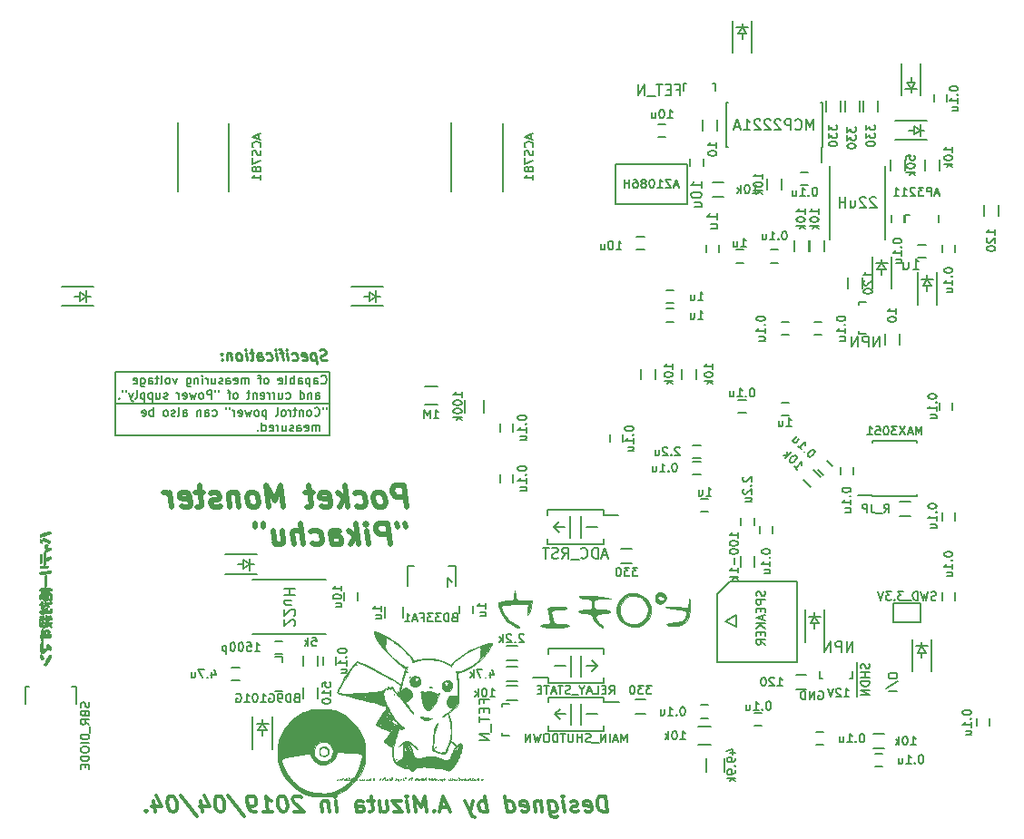
<source format=gbr>
G04 #@! TF.GenerationSoftware,KiCad,Pcbnew,(5.0.2)-1*
G04 #@! TF.CreationDate,2019-04-28T23:29:33+09:00*
G04 #@! TF.ProjectId,Electrocity_Manager,456c6563-7472-46f6-9369-74795f4d616e,rev?*
G04 #@! TF.SameCoordinates,Original*
G04 #@! TF.FileFunction,Legend,Bot*
G04 #@! TF.FilePolarity,Positive*
%FSLAX46Y46*%
G04 Gerber Fmt 4.6, Leading zero omitted, Abs format (unit mm)*
G04 Created by KiCad (PCBNEW (5.0.2)-1) date 2019/04/28 23:29:33*
%MOMM*%
%LPD*%
G01*
G04 APERTURE LIST*
%ADD10C,0.500000*%
%ADD11C,0.200000*%
%ADD12C,0.250000*%
%ADD13C,0.300000*%
%ADD14C,0.150000*%
%ADD15C,0.010000*%
G04 APERTURE END LIST*
D10*
X92186904Y-145904761D02*
X91936904Y-143904761D01*
X91175000Y-143904761D01*
X90996428Y-144000000D01*
X90913095Y-144095238D01*
X90841666Y-144285714D01*
X90877380Y-144571428D01*
X90996428Y-144761904D01*
X91103571Y-144857142D01*
X91305952Y-144952380D01*
X92067857Y-144952380D01*
X89901190Y-145904761D02*
X90079761Y-145809523D01*
X90163095Y-145714285D01*
X90234523Y-145523809D01*
X90163095Y-144952380D01*
X90044047Y-144761904D01*
X89936904Y-144666666D01*
X89734523Y-144571428D01*
X89448809Y-144571428D01*
X89270238Y-144666666D01*
X89186904Y-144761904D01*
X89115476Y-144952380D01*
X89186904Y-145523809D01*
X89305952Y-145714285D01*
X89413095Y-145809523D01*
X89615476Y-145904761D01*
X89901190Y-145904761D01*
X87508333Y-145809523D02*
X87710714Y-145904761D01*
X88091666Y-145904761D01*
X88270238Y-145809523D01*
X88353571Y-145714285D01*
X88425000Y-145523809D01*
X88353571Y-144952380D01*
X88234523Y-144761904D01*
X88127380Y-144666666D01*
X87925000Y-144571428D01*
X87544047Y-144571428D01*
X87365476Y-144666666D01*
X86663095Y-145904761D02*
X86413095Y-143904761D01*
X86377380Y-145142857D02*
X85901190Y-145904761D01*
X85734523Y-144571428D02*
X86591666Y-145333333D01*
X84270238Y-145809523D02*
X84472619Y-145904761D01*
X84853571Y-145904761D01*
X85032142Y-145809523D01*
X85103571Y-145619047D01*
X85008333Y-144857142D01*
X84889285Y-144666666D01*
X84686904Y-144571428D01*
X84305952Y-144571428D01*
X84127380Y-144666666D01*
X84055952Y-144857142D01*
X84079761Y-145047619D01*
X85055952Y-145238095D01*
X83448809Y-144571428D02*
X82686904Y-144571428D01*
X83079761Y-143904761D02*
X83294047Y-145619047D01*
X83222619Y-145809523D01*
X83044047Y-145904761D01*
X82853571Y-145904761D01*
X80663095Y-145904761D02*
X80413095Y-143904761D01*
X79925000Y-145333333D01*
X79079761Y-143904761D01*
X79329761Y-145904761D01*
X78091666Y-145904761D02*
X78270238Y-145809523D01*
X78353571Y-145714285D01*
X78425000Y-145523809D01*
X78353571Y-144952380D01*
X78234523Y-144761904D01*
X78127380Y-144666666D01*
X77925000Y-144571428D01*
X77639285Y-144571428D01*
X77460714Y-144666666D01*
X77377380Y-144761904D01*
X77305952Y-144952380D01*
X77377380Y-145523809D01*
X77496428Y-145714285D01*
X77603571Y-145809523D01*
X77805952Y-145904761D01*
X78091666Y-145904761D01*
X76401190Y-144571428D02*
X76567857Y-145904761D01*
X76425000Y-144761904D02*
X76317857Y-144666666D01*
X76115476Y-144571428D01*
X75829761Y-144571428D01*
X75651190Y-144666666D01*
X75579761Y-144857142D01*
X75710714Y-145904761D01*
X74841666Y-145809523D02*
X74663095Y-145904761D01*
X74282142Y-145904761D01*
X74079761Y-145809523D01*
X73960714Y-145619047D01*
X73948809Y-145523809D01*
X74020238Y-145333333D01*
X74198809Y-145238095D01*
X74484523Y-145238095D01*
X74663095Y-145142857D01*
X74734523Y-144952380D01*
X74722619Y-144857142D01*
X74603571Y-144666666D01*
X74401190Y-144571428D01*
X74115476Y-144571428D01*
X73936904Y-144666666D01*
X73258333Y-144571428D02*
X72496428Y-144571428D01*
X72889285Y-143904761D02*
X73103571Y-145619047D01*
X73032142Y-145809523D01*
X72853571Y-145904761D01*
X72663095Y-145904761D01*
X71222619Y-145809523D02*
X71425000Y-145904761D01*
X71805952Y-145904761D01*
X71984523Y-145809523D01*
X72055952Y-145619047D01*
X71960714Y-144857142D01*
X71841666Y-144666666D01*
X71639285Y-144571428D01*
X71258333Y-144571428D01*
X71079761Y-144666666D01*
X71008333Y-144857142D01*
X71032142Y-145047619D01*
X72008333Y-145238095D01*
X70282142Y-145904761D02*
X70115476Y-144571428D01*
X70163095Y-144952380D02*
X70044047Y-144761904D01*
X69936904Y-144666666D01*
X69734523Y-144571428D01*
X69544047Y-144571428D01*
X92032142Y-147404761D02*
X92079761Y-147785714D01*
X91270238Y-147404761D02*
X91317857Y-147785714D01*
X90663095Y-149404761D02*
X90413095Y-147404761D01*
X89651190Y-147404761D01*
X89472619Y-147500000D01*
X89389285Y-147595238D01*
X89317857Y-147785714D01*
X89353571Y-148071428D01*
X89472619Y-148261904D01*
X89579761Y-148357142D01*
X89782142Y-148452380D01*
X90544047Y-148452380D01*
X88663095Y-149404761D02*
X88496428Y-148071428D01*
X88413095Y-147404761D02*
X88520238Y-147500000D01*
X88436904Y-147595238D01*
X88329761Y-147500000D01*
X88413095Y-147404761D01*
X88436904Y-147595238D01*
X87710714Y-149404761D02*
X87460714Y-147404761D01*
X87425000Y-148642857D02*
X86948809Y-149404761D01*
X86782142Y-148071428D02*
X87639285Y-148833333D01*
X85234523Y-149404761D02*
X85103571Y-148357142D01*
X85175000Y-148166666D01*
X85353571Y-148071428D01*
X85734523Y-148071428D01*
X85936904Y-148166666D01*
X85222619Y-149309523D02*
X85425000Y-149404761D01*
X85901190Y-149404761D01*
X86079761Y-149309523D01*
X86151190Y-149119047D01*
X86127380Y-148928571D01*
X86008333Y-148738095D01*
X85805952Y-148642857D01*
X85329761Y-148642857D01*
X85127380Y-148547619D01*
X83413095Y-149309523D02*
X83615476Y-149404761D01*
X83996428Y-149404761D01*
X84175000Y-149309523D01*
X84258333Y-149214285D01*
X84329761Y-149023809D01*
X84258333Y-148452380D01*
X84139285Y-148261904D01*
X84032142Y-148166666D01*
X83829761Y-148071428D01*
X83448809Y-148071428D01*
X83270238Y-148166666D01*
X82567857Y-149404761D02*
X82317857Y-147404761D01*
X81710714Y-149404761D02*
X81579761Y-148357142D01*
X81651190Y-148166666D01*
X81829761Y-148071428D01*
X82115476Y-148071428D01*
X82317857Y-148166666D01*
X82425000Y-148261904D01*
X79734523Y-148071428D02*
X79901190Y-149404761D01*
X80591666Y-148071428D02*
X80722619Y-149119047D01*
X80651190Y-149309523D01*
X80472619Y-149404761D01*
X80186904Y-149404761D01*
X79984523Y-149309523D01*
X79877380Y-149214285D01*
X78794047Y-147404761D02*
X78841666Y-147785714D01*
X78032142Y-147404761D02*
X78079761Y-147785714D01*
D11*
X65000000Y-139250000D02*
X65500000Y-139250000D01*
X65000000Y-136250000D02*
X65000000Y-139250000D01*
X65000000Y-133250000D02*
X65500000Y-133250000D01*
X65000000Y-136250000D02*
X65000000Y-133250000D01*
X65500000Y-136250000D02*
X65000000Y-136250000D01*
X66250000Y-139250000D02*
X65500000Y-139250000D01*
X75000000Y-139250000D02*
X66250000Y-139250000D01*
X83000000Y-139250000D02*
X75000000Y-139250000D01*
X85000000Y-139250000D02*
X83000000Y-139250000D01*
X85000000Y-136250000D02*
X85000000Y-139250000D01*
X76750000Y-136250000D02*
X65500000Y-136250000D01*
X85000000Y-136250000D02*
X76750000Y-136250000D01*
X85000000Y-133250000D02*
X85000000Y-136250000D01*
X79750000Y-133250000D02*
X65500000Y-133250000D01*
X85000000Y-133250000D02*
X79750000Y-133250000D01*
X84717619Y-136611904D02*
X84717619Y-136764285D01*
X84412857Y-136611904D02*
X84412857Y-136764285D01*
X83612857Y-137335714D02*
X83650952Y-137373809D01*
X83765238Y-137411904D01*
X83841428Y-137411904D01*
X83955714Y-137373809D01*
X84031904Y-137297619D01*
X84070000Y-137221428D01*
X84108095Y-137069047D01*
X84108095Y-136954761D01*
X84070000Y-136802380D01*
X84031904Y-136726190D01*
X83955714Y-136650000D01*
X83841428Y-136611904D01*
X83765238Y-136611904D01*
X83650952Y-136650000D01*
X83612857Y-136688095D01*
X83155714Y-137411904D02*
X83231904Y-137373809D01*
X83270000Y-137335714D01*
X83308095Y-137259523D01*
X83308095Y-137030952D01*
X83270000Y-136954761D01*
X83231904Y-136916666D01*
X83155714Y-136878571D01*
X83041428Y-136878571D01*
X82965238Y-136916666D01*
X82927142Y-136954761D01*
X82889047Y-137030952D01*
X82889047Y-137259523D01*
X82927142Y-137335714D01*
X82965238Y-137373809D01*
X83041428Y-137411904D01*
X83155714Y-137411904D01*
X82546190Y-136878571D02*
X82546190Y-137411904D01*
X82546190Y-136954761D02*
X82508095Y-136916666D01*
X82431904Y-136878571D01*
X82317619Y-136878571D01*
X82241428Y-136916666D01*
X82203333Y-136992857D01*
X82203333Y-137411904D01*
X81936666Y-136878571D02*
X81631904Y-136878571D01*
X81822380Y-136611904D02*
X81822380Y-137297619D01*
X81784285Y-137373809D01*
X81708095Y-137411904D01*
X81631904Y-137411904D01*
X81365238Y-137411904D02*
X81365238Y-136878571D01*
X81365238Y-137030952D02*
X81327142Y-136954761D01*
X81289047Y-136916666D01*
X81212857Y-136878571D01*
X81136666Y-136878571D01*
X80755714Y-137411904D02*
X80831904Y-137373809D01*
X80870000Y-137335714D01*
X80908095Y-137259523D01*
X80908095Y-137030952D01*
X80870000Y-136954761D01*
X80831904Y-136916666D01*
X80755714Y-136878571D01*
X80641428Y-136878571D01*
X80565238Y-136916666D01*
X80527142Y-136954761D01*
X80489047Y-137030952D01*
X80489047Y-137259523D01*
X80527142Y-137335714D01*
X80565238Y-137373809D01*
X80641428Y-137411904D01*
X80755714Y-137411904D01*
X80031904Y-137411904D02*
X80108095Y-137373809D01*
X80146190Y-137297619D01*
X80146190Y-136611904D01*
X79117619Y-136878571D02*
X79117619Y-137678571D01*
X79117619Y-136916666D02*
X79041428Y-136878571D01*
X78889047Y-136878571D01*
X78812857Y-136916666D01*
X78774761Y-136954761D01*
X78736666Y-137030952D01*
X78736666Y-137259523D01*
X78774761Y-137335714D01*
X78812857Y-137373809D01*
X78889047Y-137411904D01*
X79041428Y-137411904D01*
X79117619Y-137373809D01*
X78279523Y-137411904D02*
X78355714Y-137373809D01*
X78393809Y-137335714D01*
X78431904Y-137259523D01*
X78431904Y-137030952D01*
X78393809Y-136954761D01*
X78355714Y-136916666D01*
X78279523Y-136878571D01*
X78165238Y-136878571D01*
X78089047Y-136916666D01*
X78050952Y-136954761D01*
X78012857Y-137030952D01*
X78012857Y-137259523D01*
X78050952Y-137335714D01*
X78089047Y-137373809D01*
X78165238Y-137411904D01*
X78279523Y-137411904D01*
X77746190Y-136878571D02*
X77593809Y-137411904D01*
X77441428Y-137030952D01*
X77289047Y-137411904D01*
X77136666Y-136878571D01*
X76527142Y-137373809D02*
X76603333Y-137411904D01*
X76755714Y-137411904D01*
X76831904Y-137373809D01*
X76870000Y-137297619D01*
X76870000Y-136992857D01*
X76831904Y-136916666D01*
X76755714Y-136878571D01*
X76603333Y-136878571D01*
X76527142Y-136916666D01*
X76489047Y-136992857D01*
X76489047Y-137069047D01*
X76870000Y-137145238D01*
X76146190Y-137411904D02*
X76146190Y-136878571D01*
X76146190Y-137030952D02*
X76108095Y-136954761D01*
X76070000Y-136916666D01*
X75993809Y-136878571D01*
X75917619Y-136878571D01*
X75689047Y-136611904D02*
X75689047Y-136764285D01*
X75384285Y-136611904D02*
X75384285Y-136764285D01*
X74089047Y-137373809D02*
X74165238Y-137411904D01*
X74317619Y-137411904D01*
X74393809Y-137373809D01*
X74431904Y-137335714D01*
X74470000Y-137259523D01*
X74470000Y-137030952D01*
X74431904Y-136954761D01*
X74393809Y-136916666D01*
X74317619Y-136878571D01*
X74165238Y-136878571D01*
X74089047Y-136916666D01*
X73403333Y-137411904D02*
X73403333Y-136992857D01*
X73441428Y-136916666D01*
X73517619Y-136878571D01*
X73670000Y-136878571D01*
X73746190Y-136916666D01*
X73403333Y-137373809D02*
X73479523Y-137411904D01*
X73670000Y-137411904D01*
X73746190Y-137373809D01*
X73784285Y-137297619D01*
X73784285Y-137221428D01*
X73746190Y-137145238D01*
X73670000Y-137107142D01*
X73479523Y-137107142D01*
X73403333Y-137069047D01*
X73022380Y-136878571D02*
X73022380Y-137411904D01*
X73022380Y-136954761D02*
X72984285Y-136916666D01*
X72908095Y-136878571D01*
X72793809Y-136878571D01*
X72717619Y-136916666D01*
X72679523Y-136992857D01*
X72679523Y-137411904D01*
X71346190Y-137411904D02*
X71346190Y-136992857D01*
X71384285Y-136916666D01*
X71460476Y-136878571D01*
X71612857Y-136878571D01*
X71689047Y-136916666D01*
X71346190Y-137373809D02*
X71422380Y-137411904D01*
X71612857Y-137411904D01*
X71689047Y-137373809D01*
X71727142Y-137297619D01*
X71727142Y-137221428D01*
X71689047Y-137145238D01*
X71612857Y-137107142D01*
X71422380Y-137107142D01*
X71346190Y-137069047D01*
X70850952Y-137411904D02*
X70927142Y-137373809D01*
X70965238Y-137297619D01*
X70965238Y-136611904D01*
X70584285Y-137373809D02*
X70508095Y-137411904D01*
X70355714Y-137411904D01*
X70279523Y-137373809D01*
X70241428Y-137297619D01*
X70241428Y-137259523D01*
X70279523Y-137183333D01*
X70355714Y-137145238D01*
X70470000Y-137145238D01*
X70546190Y-137107142D01*
X70584285Y-137030952D01*
X70584285Y-136992857D01*
X70546190Y-136916666D01*
X70470000Y-136878571D01*
X70355714Y-136878571D01*
X70279523Y-136916666D01*
X69784285Y-137411904D02*
X69860476Y-137373809D01*
X69898571Y-137335714D01*
X69936666Y-137259523D01*
X69936666Y-137030952D01*
X69898571Y-136954761D01*
X69860476Y-136916666D01*
X69784285Y-136878571D01*
X69670000Y-136878571D01*
X69593809Y-136916666D01*
X69555714Y-136954761D01*
X69517619Y-137030952D01*
X69517619Y-137259523D01*
X69555714Y-137335714D01*
X69593809Y-137373809D01*
X69670000Y-137411904D01*
X69784285Y-137411904D01*
X68565238Y-137411904D02*
X68565238Y-136611904D01*
X68565238Y-136916666D02*
X68489047Y-136878571D01*
X68336666Y-136878571D01*
X68260476Y-136916666D01*
X68222380Y-136954761D01*
X68184285Y-137030952D01*
X68184285Y-137259523D01*
X68222380Y-137335714D01*
X68260476Y-137373809D01*
X68336666Y-137411904D01*
X68489047Y-137411904D01*
X68565238Y-137373809D01*
X67536666Y-137373809D02*
X67612857Y-137411904D01*
X67765238Y-137411904D01*
X67841428Y-137373809D01*
X67879523Y-137297619D01*
X67879523Y-136992857D01*
X67841428Y-136916666D01*
X67765238Y-136878571D01*
X67612857Y-136878571D01*
X67536666Y-136916666D01*
X67498571Y-136992857D01*
X67498571Y-137069047D01*
X67879523Y-137145238D01*
X84070000Y-138811904D02*
X84070000Y-138278571D01*
X84070000Y-138354761D02*
X84031904Y-138316666D01*
X83955714Y-138278571D01*
X83841428Y-138278571D01*
X83765238Y-138316666D01*
X83727142Y-138392857D01*
X83727142Y-138811904D01*
X83727142Y-138392857D02*
X83689047Y-138316666D01*
X83612857Y-138278571D01*
X83498571Y-138278571D01*
X83422380Y-138316666D01*
X83384285Y-138392857D01*
X83384285Y-138811904D01*
X82698571Y-138773809D02*
X82774761Y-138811904D01*
X82927142Y-138811904D01*
X83003333Y-138773809D01*
X83041428Y-138697619D01*
X83041428Y-138392857D01*
X83003333Y-138316666D01*
X82927142Y-138278571D01*
X82774761Y-138278571D01*
X82698571Y-138316666D01*
X82660476Y-138392857D01*
X82660476Y-138469047D01*
X83041428Y-138545238D01*
X81974761Y-138811904D02*
X81974761Y-138392857D01*
X82012857Y-138316666D01*
X82089047Y-138278571D01*
X82241428Y-138278571D01*
X82317619Y-138316666D01*
X81974761Y-138773809D02*
X82050952Y-138811904D01*
X82241428Y-138811904D01*
X82317619Y-138773809D01*
X82355714Y-138697619D01*
X82355714Y-138621428D01*
X82317619Y-138545238D01*
X82241428Y-138507142D01*
X82050952Y-138507142D01*
X81974761Y-138469047D01*
X81631904Y-138773809D02*
X81555714Y-138811904D01*
X81403333Y-138811904D01*
X81327142Y-138773809D01*
X81289047Y-138697619D01*
X81289047Y-138659523D01*
X81327142Y-138583333D01*
X81403333Y-138545238D01*
X81517619Y-138545238D01*
X81593809Y-138507142D01*
X81631904Y-138430952D01*
X81631904Y-138392857D01*
X81593809Y-138316666D01*
X81517619Y-138278571D01*
X81403333Y-138278571D01*
X81327142Y-138316666D01*
X80603333Y-138278571D02*
X80603333Y-138811904D01*
X80946190Y-138278571D02*
X80946190Y-138697619D01*
X80908095Y-138773809D01*
X80831904Y-138811904D01*
X80717619Y-138811904D01*
X80641428Y-138773809D01*
X80603333Y-138735714D01*
X80222380Y-138811904D02*
X80222380Y-138278571D01*
X80222380Y-138430952D02*
X80184285Y-138354761D01*
X80146190Y-138316666D01*
X80070000Y-138278571D01*
X79993809Y-138278571D01*
X79422380Y-138773809D02*
X79498571Y-138811904D01*
X79650952Y-138811904D01*
X79727142Y-138773809D01*
X79765238Y-138697619D01*
X79765238Y-138392857D01*
X79727142Y-138316666D01*
X79650952Y-138278571D01*
X79498571Y-138278571D01*
X79422380Y-138316666D01*
X79384285Y-138392857D01*
X79384285Y-138469047D01*
X79765238Y-138545238D01*
X78698571Y-138811904D02*
X78698571Y-138011904D01*
X78698571Y-138773809D02*
X78774761Y-138811904D01*
X78927142Y-138811904D01*
X79003333Y-138773809D01*
X79041428Y-138735714D01*
X79079523Y-138659523D01*
X79079523Y-138430952D01*
X79041428Y-138354761D01*
X79003333Y-138316666D01*
X78927142Y-138278571D01*
X78774761Y-138278571D01*
X78698571Y-138316666D01*
X78317619Y-138735714D02*
X78279523Y-138773809D01*
X78317619Y-138811904D01*
X78355714Y-138773809D01*
X78317619Y-138735714D01*
X78317619Y-138811904D01*
X84222380Y-134335714D02*
X84260476Y-134373809D01*
X84374761Y-134411904D01*
X84450952Y-134411904D01*
X84565238Y-134373809D01*
X84641428Y-134297619D01*
X84679523Y-134221428D01*
X84717619Y-134069047D01*
X84717619Y-133954761D01*
X84679523Y-133802380D01*
X84641428Y-133726190D01*
X84565238Y-133650000D01*
X84450952Y-133611904D01*
X84374761Y-133611904D01*
X84260476Y-133650000D01*
X84222380Y-133688095D01*
X83536666Y-134411904D02*
X83536666Y-133992857D01*
X83574761Y-133916666D01*
X83650952Y-133878571D01*
X83803333Y-133878571D01*
X83879523Y-133916666D01*
X83536666Y-134373809D02*
X83612857Y-134411904D01*
X83803333Y-134411904D01*
X83879523Y-134373809D01*
X83917619Y-134297619D01*
X83917619Y-134221428D01*
X83879523Y-134145238D01*
X83803333Y-134107142D01*
X83612857Y-134107142D01*
X83536666Y-134069047D01*
X83155714Y-133878571D02*
X83155714Y-134678571D01*
X83155714Y-133916666D02*
X83079523Y-133878571D01*
X82927142Y-133878571D01*
X82850952Y-133916666D01*
X82812857Y-133954761D01*
X82774761Y-134030952D01*
X82774761Y-134259523D01*
X82812857Y-134335714D01*
X82850952Y-134373809D01*
X82927142Y-134411904D01*
X83079523Y-134411904D01*
X83155714Y-134373809D01*
X82089047Y-134411904D02*
X82089047Y-133992857D01*
X82127142Y-133916666D01*
X82203333Y-133878571D01*
X82355714Y-133878571D01*
X82431904Y-133916666D01*
X82089047Y-134373809D02*
X82165238Y-134411904D01*
X82355714Y-134411904D01*
X82431904Y-134373809D01*
X82470000Y-134297619D01*
X82470000Y-134221428D01*
X82431904Y-134145238D01*
X82355714Y-134107142D01*
X82165238Y-134107142D01*
X82089047Y-134069047D01*
X81708095Y-134411904D02*
X81708095Y-133611904D01*
X81708095Y-133916666D02*
X81631904Y-133878571D01*
X81479523Y-133878571D01*
X81403333Y-133916666D01*
X81365238Y-133954761D01*
X81327142Y-134030952D01*
X81327142Y-134259523D01*
X81365238Y-134335714D01*
X81403333Y-134373809D01*
X81479523Y-134411904D01*
X81631904Y-134411904D01*
X81708095Y-134373809D01*
X80870000Y-134411904D02*
X80946190Y-134373809D01*
X80984285Y-134297619D01*
X80984285Y-133611904D01*
X80260476Y-134373809D02*
X80336666Y-134411904D01*
X80489047Y-134411904D01*
X80565238Y-134373809D01*
X80603333Y-134297619D01*
X80603333Y-133992857D01*
X80565238Y-133916666D01*
X80489047Y-133878571D01*
X80336666Y-133878571D01*
X80260476Y-133916666D01*
X80222380Y-133992857D01*
X80222380Y-134069047D01*
X80603333Y-134145238D01*
X79155714Y-134411904D02*
X79231904Y-134373809D01*
X79270000Y-134335714D01*
X79308095Y-134259523D01*
X79308095Y-134030952D01*
X79270000Y-133954761D01*
X79231904Y-133916666D01*
X79155714Y-133878571D01*
X79041428Y-133878571D01*
X78965238Y-133916666D01*
X78927142Y-133954761D01*
X78889047Y-134030952D01*
X78889047Y-134259523D01*
X78927142Y-134335714D01*
X78965238Y-134373809D01*
X79041428Y-134411904D01*
X79155714Y-134411904D01*
X78660476Y-133878571D02*
X78355714Y-133878571D01*
X78546190Y-134411904D02*
X78546190Y-133726190D01*
X78508095Y-133650000D01*
X78431904Y-133611904D01*
X78355714Y-133611904D01*
X77479523Y-134411904D02*
X77479523Y-133878571D01*
X77479523Y-133954761D02*
X77441428Y-133916666D01*
X77365238Y-133878571D01*
X77250952Y-133878571D01*
X77174761Y-133916666D01*
X77136666Y-133992857D01*
X77136666Y-134411904D01*
X77136666Y-133992857D02*
X77098571Y-133916666D01*
X77022380Y-133878571D01*
X76908095Y-133878571D01*
X76831904Y-133916666D01*
X76793809Y-133992857D01*
X76793809Y-134411904D01*
X76108095Y-134373809D02*
X76184285Y-134411904D01*
X76336666Y-134411904D01*
X76412857Y-134373809D01*
X76450952Y-134297619D01*
X76450952Y-133992857D01*
X76412857Y-133916666D01*
X76336666Y-133878571D01*
X76184285Y-133878571D01*
X76108095Y-133916666D01*
X76070000Y-133992857D01*
X76070000Y-134069047D01*
X76450952Y-134145238D01*
X75384285Y-134411904D02*
X75384285Y-133992857D01*
X75422380Y-133916666D01*
X75498571Y-133878571D01*
X75650952Y-133878571D01*
X75727142Y-133916666D01*
X75384285Y-134373809D02*
X75460476Y-134411904D01*
X75650952Y-134411904D01*
X75727142Y-134373809D01*
X75765238Y-134297619D01*
X75765238Y-134221428D01*
X75727142Y-134145238D01*
X75650952Y-134107142D01*
X75460476Y-134107142D01*
X75384285Y-134069047D01*
X75041428Y-134373809D02*
X74965238Y-134411904D01*
X74812857Y-134411904D01*
X74736666Y-134373809D01*
X74698571Y-134297619D01*
X74698571Y-134259523D01*
X74736666Y-134183333D01*
X74812857Y-134145238D01*
X74927142Y-134145238D01*
X75003333Y-134107142D01*
X75041428Y-134030952D01*
X75041428Y-133992857D01*
X75003333Y-133916666D01*
X74927142Y-133878571D01*
X74812857Y-133878571D01*
X74736666Y-133916666D01*
X74012857Y-133878571D02*
X74012857Y-134411904D01*
X74355714Y-133878571D02*
X74355714Y-134297619D01*
X74317619Y-134373809D01*
X74241428Y-134411904D01*
X74127142Y-134411904D01*
X74050952Y-134373809D01*
X74012857Y-134335714D01*
X73631904Y-134411904D02*
X73631904Y-133878571D01*
X73631904Y-134030952D02*
X73593809Y-133954761D01*
X73555714Y-133916666D01*
X73479523Y-133878571D01*
X73403333Y-133878571D01*
X73136666Y-134411904D02*
X73136666Y-133878571D01*
X73136666Y-133611904D02*
X73174761Y-133650000D01*
X73136666Y-133688095D01*
X73098571Y-133650000D01*
X73136666Y-133611904D01*
X73136666Y-133688095D01*
X72755714Y-133878571D02*
X72755714Y-134411904D01*
X72755714Y-133954761D02*
X72717619Y-133916666D01*
X72641428Y-133878571D01*
X72527142Y-133878571D01*
X72450952Y-133916666D01*
X72412857Y-133992857D01*
X72412857Y-134411904D01*
X71689047Y-133878571D02*
X71689047Y-134526190D01*
X71727142Y-134602380D01*
X71765238Y-134640476D01*
X71841428Y-134678571D01*
X71955714Y-134678571D01*
X72031904Y-134640476D01*
X71689047Y-134373809D02*
X71765238Y-134411904D01*
X71917619Y-134411904D01*
X71993809Y-134373809D01*
X72031904Y-134335714D01*
X72070000Y-134259523D01*
X72070000Y-134030952D01*
X72031904Y-133954761D01*
X71993809Y-133916666D01*
X71917619Y-133878571D01*
X71765238Y-133878571D01*
X71689047Y-133916666D01*
X70774761Y-133878571D02*
X70584285Y-134411904D01*
X70393809Y-133878571D01*
X69974761Y-134411904D02*
X70050952Y-134373809D01*
X70089047Y-134335714D01*
X70127142Y-134259523D01*
X70127142Y-134030952D01*
X70089047Y-133954761D01*
X70050952Y-133916666D01*
X69974761Y-133878571D01*
X69860476Y-133878571D01*
X69784285Y-133916666D01*
X69746190Y-133954761D01*
X69708095Y-134030952D01*
X69708095Y-134259523D01*
X69746190Y-134335714D01*
X69784285Y-134373809D01*
X69860476Y-134411904D01*
X69974761Y-134411904D01*
X69250952Y-134411904D02*
X69327142Y-134373809D01*
X69365238Y-134297619D01*
X69365238Y-133611904D01*
X69060476Y-133878571D02*
X68755714Y-133878571D01*
X68946190Y-133611904D02*
X68946190Y-134297619D01*
X68908095Y-134373809D01*
X68831904Y-134411904D01*
X68755714Y-134411904D01*
X68146190Y-134411904D02*
X68146190Y-133992857D01*
X68184285Y-133916666D01*
X68260476Y-133878571D01*
X68412857Y-133878571D01*
X68489047Y-133916666D01*
X68146190Y-134373809D02*
X68222380Y-134411904D01*
X68412857Y-134411904D01*
X68489047Y-134373809D01*
X68527142Y-134297619D01*
X68527142Y-134221428D01*
X68489047Y-134145238D01*
X68412857Y-134107142D01*
X68222380Y-134107142D01*
X68146190Y-134069047D01*
X67422380Y-133878571D02*
X67422380Y-134526190D01*
X67460476Y-134602380D01*
X67498571Y-134640476D01*
X67574761Y-134678571D01*
X67689047Y-134678571D01*
X67765238Y-134640476D01*
X67422380Y-134373809D02*
X67498571Y-134411904D01*
X67650952Y-134411904D01*
X67727142Y-134373809D01*
X67765238Y-134335714D01*
X67803333Y-134259523D01*
X67803333Y-134030952D01*
X67765238Y-133954761D01*
X67727142Y-133916666D01*
X67650952Y-133878571D01*
X67498571Y-133878571D01*
X67422380Y-133916666D01*
X66736666Y-134373809D02*
X66812857Y-134411904D01*
X66965238Y-134411904D01*
X67041428Y-134373809D01*
X67079523Y-134297619D01*
X67079523Y-133992857D01*
X67041428Y-133916666D01*
X66965238Y-133878571D01*
X66812857Y-133878571D01*
X66736666Y-133916666D01*
X66698571Y-133992857D01*
X66698571Y-134069047D01*
X67079523Y-134145238D01*
X83727142Y-135811904D02*
X83727142Y-135392857D01*
X83765238Y-135316666D01*
X83841428Y-135278571D01*
X83993809Y-135278571D01*
X84070000Y-135316666D01*
X83727142Y-135773809D02*
X83803333Y-135811904D01*
X83993809Y-135811904D01*
X84070000Y-135773809D01*
X84108095Y-135697619D01*
X84108095Y-135621428D01*
X84070000Y-135545238D01*
X83993809Y-135507142D01*
X83803333Y-135507142D01*
X83727142Y-135469047D01*
X83346190Y-135278571D02*
X83346190Y-135811904D01*
X83346190Y-135354761D02*
X83308095Y-135316666D01*
X83231904Y-135278571D01*
X83117619Y-135278571D01*
X83041428Y-135316666D01*
X83003333Y-135392857D01*
X83003333Y-135811904D01*
X82279523Y-135811904D02*
X82279523Y-135011904D01*
X82279523Y-135773809D02*
X82355714Y-135811904D01*
X82508095Y-135811904D01*
X82584285Y-135773809D01*
X82622380Y-135735714D01*
X82660476Y-135659523D01*
X82660476Y-135430952D01*
X82622380Y-135354761D01*
X82584285Y-135316666D01*
X82508095Y-135278571D01*
X82355714Y-135278571D01*
X82279523Y-135316666D01*
X80946190Y-135773809D02*
X81022380Y-135811904D01*
X81174761Y-135811904D01*
X81250952Y-135773809D01*
X81289047Y-135735714D01*
X81327142Y-135659523D01*
X81327142Y-135430952D01*
X81289047Y-135354761D01*
X81250952Y-135316666D01*
X81174761Y-135278571D01*
X81022380Y-135278571D01*
X80946190Y-135316666D01*
X80260476Y-135278571D02*
X80260476Y-135811904D01*
X80603333Y-135278571D02*
X80603333Y-135697619D01*
X80565238Y-135773809D01*
X80489047Y-135811904D01*
X80374761Y-135811904D01*
X80298571Y-135773809D01*
X80260476Y-135735714D01*
X79879523Y-135811904D02*
X79879523Y-135278571D01*
X79879523Y-135430952D02*
X79841428Y-135354761D01*
X79803333Y-135316666D01*
X79727142Y-135278571D01*
X79650952Y-135278571D01*
X79384285Y-135811904D02*
X79384285Y-135278571D01*
X79384285Y-135430952D02*
X79346190Y-135354761D01*
X79308095Y-135316666D01*
X79231904Y-135278571D01*
X79155714Y-135278571D01*
X78584285Y-135773809D02*
X78660476Y-135811904D01*
X78812857Y-135811904D01*
X78889047Y-135773809D01*
X78927142Y-135697619D01*
X78927142Y-135392857D01*
X78889047Y-135316666D01*
X78812857Y-135278571D01*
X78660476Y-135278571D01*
X78584285Y-135316666D01*
X78546190Y-135392857D01*
X78546190Y-135469047D01*
X78927142Y-135545238D01*
X78203333Y-135278571D02*
X78203333Y-135811904D01*
X78203333Y-135354761D02*
X78165238Y-135316666D01*
X78089047Y-135278571D01*
X77974761Y-135278571D01*
X77898571Y-135316666D01*
X77860476Y-135392857D01*
X77860476Y-135811904D01*
X77593809Y-135278571D02*
X77289047Y-135278571D01*
X77479523Y-135011904D02*
X77479523Y-135697619D01*
X77441428Y-135773809D01*
X77365238Y-135811904D01*
X77289047Y-135811904D01*
X76298571Y-135811904D02*
X76374761Y-135773809D01*
X76412857Y-135735714D01*
X76450952Y-135659523D01*
X76450952Y-135430952D01*
X76412857Y-135354761D01*
X76374761Y-135316666D01*
X76298571Y-135278571D01*
X76184285Y-135278571D01*
X76108095Y-135316666D01*
X76070000Y-135354761D01*
X76031904Y-135430952D01*
X76031904Y-135659523D01*
X76070000Y-135735714D01*
X76108095Y-135773809D01*
X76184285Y-135811904D01*
X76298571Y-135811904D01*
X75803333Y-135278571D02*
X75498571Y-135278571D01*
X75689047Y-135811904D02*
X75689047Y-135126190D01*
X75650952Y-135050000D01*
X75574761Y-135011904D01*
X75498571Y-135011904D01*
X74660476Y-135011904D02*
X74660476Y-135164285D01*
X74355714Y-135011904D02*
X74355714Y-135164285D01*
X74012857Y-135811904D02*
X74012857Y-135011904D01*
X73708095Y-135011904D01*
X73631904Y-135050000D01*
X73593809Y-135088095D01*
X73555714Y-135164285D01*
X73555714Y-135278571D01*
X73593809Y-135354761D01*
X73631904Y-135392857D01*
X73708095Y-135430952D01*
X74012857Y-135430952D01*
X73098571Y-135811904D02*
X73174761Y-135773809D01*
X73212857Y-135735714D01*
X73250952Y-135659523D01*
X73250952Y-135430952D01*
X73212857Y-135354761D01*
X73174761Y-135316666D01*
X73098571Y-135278571D01*
X72984285Y-135278571D01*
X72908095Y-135316666D01*
X72870000Y-135354761D01*
X72831904Y-135430952D01*
X72831904Y-135659523D01*
X72870000Y-135735714D01*
X72908095Y-135773809D01*
X72984285Y-135811904D01*
X73098571Y-135811904D01*
X72565238Y-135278571D02*
X72412857Y-135811904D01*
X72260476Y-135430952D01*
X72108095Y-135811904D01*
X71955714Y-135278571D01*
X71346190Y-135773809D02*
X71422380Y-135811904D01*
X71574761Y-135811904D01*
X71650952Y-135773809D01*
X71689047Y-135697619D01*
X71689047Y-135392857D01*
X71650952Y-135316666D01*
X71574761Y-135278571D01*
X71422380Y-135278571D01*
X71346190Y-135316666D01*
X71308095Y-135392857D01*
X71308095Y-135469047D01*
X71689047Y-135545238D01*
X70965238Y-135811904D02*
X70965238Y-135278571D01*
X70965238Y-135430952D02*
X70927142Y-135354761D01*
X70889047Y-135316666D01*
X70812857Y-135278571D01*
X70736666Y-135278571D01*
X69898571Y-135773809D02*
X69822380Y-135811904D01*
X69670000Y-135811904D01*
X69593809Y-135773809D01*
X69555714Y-135697619D01*
X69555714Y-135659523D01*
X69593809Y-135583333D01*
X69670000Y-135545238D01*
X69784285Y-135545238D01*
X69860476Y-135507142D01*
X69898571Y-135430952D01*
X69898571Y-135392857D01*
X69860476Y-135316666D01*
X69784285Y-135278571D01*
X69670000Y-135278571D01*
X69593809Y-135316666D01*
X68870000Y-135278571D02*
X68870000Y-135811904D01*
X69212857Y-135278571D02*
X69212857Y-135697619D01*
X69174761Y-135773809D01*
X69098571Y-135811904D01*
X68984285Y-135811904D01*
X68908095Y-135773809D01*
X68870000Y-135735714D01*
X68489047Y-135278571D02*
X68489047Y-136078571D01*
X68489047Y-135316666D02*
X68412857Y-135278571D01*
X68260476Y-135278571D01*
X68184285Y-135316666D01*
X68146190Y-135354761D01*
X68108095Y-135430952D01*
X68108095Y-135659523D01*
X68146190Y-135735714D01*
X68184285Y-135773809D01*
X68260476Y-135811904D01*
X68412857Y-135811904D01*
X68489047Y-135773809D01*
X67765238Y-135278571D02*
X67765238Y-136078571D01*
X67765238Y-135316666D02*
X67689047Y-135278571D01*
X67536666Y-135278571D01*
X67460476Y-135316666D01*
X67422380Y-135354761D01*
X67384285Y-135430952D01*
X67384285Y-135659523D01*
X67422380Y-135735714D01*
X67460476Y-135773809D01*
X67536666Y-135811904D01*
X67689047Y-135811904D01*
X67765238Y-135773809D01*
X66927142Y-135811904D02*
X67003333Y-135773809D01*
X67041428Y-135697619D01*
X67041428Y-135011904D01*
X66698571Y-135278571D02*
X66508095Y-135811904D01*
X66317619Y-135278571D02*
X66508095Y-135811904D01*
X66584285Y-136002380D01*
X66622380Y-136040476D01*
X66698571Y-136078571D01*
X66050952Y-135011904D02*
X66050952Y-135164285D01*
X65746190Y-135011904D02*
X65746190Y-135164285D01*
X65403333Y-135735714D02*
X65365238Y-135773809D01*
X65403333Y-135811904D01*
X65441428Y-135773809D01*
X65403333Y-135735714D01*
X65403333Y-135811904D01*
D12*
X84756919Y-132154761D02*
X84620014Y-132202380D01*
X84381919Y-132202380D01*
X84280729Y-132154761D01*
X84227157Y-132107142D01*
X84167633Y-132011904D01*
X84155729Y-131916666D01*
X84191443Y-131821428D01*
X84233110Y-131773809D01*
X84322395Y-131726190D01*
X84506919Y-131678571D01*
X84596205Y-131630952D01*
X84637872Y-131583333D01*
X84673586Y-131488095D01*
X84661681Y-131392857D01*
X84602157Y-131297619D01*
X84548586Y-131250000D01*
X84447395Y-131202380D01*
X84209300Y-131202380D01*
X84072395Y-131250000D01*
X83679538Y-131535714D02*
X83804538Y-132535714D01*
X83685491Y-131583333D02*
X83584300Y-131535714D01*
X83393824Y-131535714D01*
X83304538Y-131583333D01*
X83262872Y-131630952D01*
X83227157Y-131726190D01*
X83262872Y-132011904D01*
X83322395Y-132107142D01*
X83375967Y-132154761D01*
X83477157Y-132202380D01*
X83667633Y-132202380D01*
X83756919Y-132154761D01*
X82471205Y-132154761D02*
X82572395Y-132202380D01*
X82762872Y-132202380D01*
X82852157Y-132154761D01*
X82887872Y-132059523D01*
X82840252Y-131678571D01*
X82780729Y-131583333D01*
X82679538Y-131535714D01*
X82489062Y-131535714D01*
X82399776Y-131583333D01*
X82364062Y-131678571D01*
X82375967Y-131773809D01*
X82864062Y-131869047D01*
X81566443Y-132154761D02*
X81667633Y-132202380D01*
X81858110Y-132202380D01*
X81947395Y-132154761D01*
X81989062Y-132107142D01*
X82024776Y-132011904D01*
X81989062Y-131726190D01*
X81929538Y-131630952D01*
X81875967Y-131583333D01*
X81774776Y-131535714D01*
X81584300Y-131535714D01*
X81495014Y-131583333D01*
X81143824Y-132202380D02*
X81060491Y-131535714D01*
X81018824Y-131202380D02*
X81072395Y-131250000D01*
X81030729Y-131297619D01*
X80977157Y-131250000D01*
X81018824Y-131202380D01*
X81030729Y-131297619D01*
X80727157Y-131535714D02*
X80346205Y-131535714D01*
X80667633Y-132202380D02*
X80560491Y-131345238D01*
X80500967Y-131250000D01*
X80399776Y-131202380D01*
X80304538Y-131202380D01*
X80096205Y-132202380D02*
X80012872Y-131535714D01*
X79971205Y-131202380D02*
X80024776Y-131250000D01*
X79983110Y-131297619D01*
X79929538Y-131250000D01*
X79971205Y-131202380D01*
X79983110Y-131297619D01*
X79185491Y-132154761D02*
X79286681Y-132202380D01*
X79477157Y-132202380D01*
X79566443Y-132154761D01*
X79608110Y-132107142D01*
X79643824Y-132011904D01*
X79608110Y-131726190D01*
X79548586Y-131630952D01*
X79495014Y-131583333D01*
X79393824Y-131535714D01*
X79203348Y-131535714D01*
X79114062Y-131583333D01*
X78334300Y-132202380D02*
X78268824Y-131678571D01*
X78304538Y-131583333D01*
X78393824Y-131535714D01*
X78584300Y-131535714D01*
X78685491Y-131583333D01*
X78328348Y-132154761D02*
X78429538Y-132202380D01*
X78667633Y-132202380D01*
X78756919Y-132154761D01*
X78792633Y-132059523D01*
X78780729Y-131964285D01*
X78721205Y-131869047D01*
X78620014Y-131821428D01*
X78381919Y-131821428D01*
X78280729Y-131773809D01*
X77917633Y-131535714D02*
X77536681Y-131535714D01*
X77733110Y-131202380D02*
X77840252Y-132059523D01*
X77804538Y-132154761D01*
X77715252Y-132202380D01*
X77620014Y-132202380D01*
X77286681Y-132202380D02*
X77203348Y-131535714D01*
X77161681Y-131202380D02*
X77215252Y-131250000D01*
X77173586Y-131297619D01*
X77120014Y-131250000D01*
X77161681Y-131202380D01*
X77173586Y-131297619D01*
X76667633Y-132202380D02*
X76756919Y-132154761D01*
X76798586Y-132107142D01*
X76834300Y-132011904D01*
X76798586Y-131726190D01*
X76739062Y-131630952D01*
X76685491Y-131583333D01*
X76584300Y-131535714D01*
X76441443Y-131535714D01*
X76352157Y-131583333D01*
X76310491Y-131630952D01*
X76274776Y-131726190D01*
X76310491Y-132011904D01*
X76370014Y-132107142D01*
X76423586Y-132154761D01*
X76524776Y-132202380D01*
X76667633Y-132202380D01*
X75822395Y-131535714D02*
X75905729Y-132202380D01*
X75834300Y-131630952D02*
X75780729Y-131583333D01*
X75679538Y-131535714D01*
X75536681Y-131535714D01*
X75447395Y-131583333D01*
X75411681Y-131678571D01*
X75477157Y-132202380D01*
X74989062Y-132107142D02*
X74947395Y-132154761D01*
X75000967Y-132202380D01*
X75042633Y-132154761D01*
X74989062Y-132107142D01*
X75000967Y-132202380D01*
X74923586Y-131583333D02*
X74881919Y-131630952D01*
X74935491Y-131678571D01*
X74977157Y-131630952D01*
X74923586Y-131583333D01*
X74935491Y-131678571D01*
D13*
X110931071Y-174378571D02*
X110743571Y-172878571D01*
X110386428Y-172878571D01*
X110181071Y-172950000D01*
X110056071Y-173092857D01*
X110002500Y-173235714D01*
X109966785Y-173521428D01*
X109993571Y-173735714D01*
X110100714Y-174021428D01*
X110190000Y-174164285D01*
X110350714Y-174307142D01*
X110573928Y-174378571D01*
X110931071Y-174378571D01*
X108850714Y-174307142D02*
X109002500Y-174378571D01*
X109288214Y-174378571D01*
X109422142Y-174307142D01*
X109475714Y-174164285D01*
X109404285Y-173592857D01*
X109315000Y-173450000D01*
X109163214Y-173378571D01*
X108877500Y-173378571D01*
X108743571Y-173450000D01*
X108690000Y-173592857D01*
X108707857Y-173735714D01*
X109440000Y-173878571D01*
X108207857Y-174307142D02*
X108073928Y-174378571D01*
X107788214Y-174378571D01*
X107636428Y-174307142D01*
X107547142Y-174164285D01*
X107538214Y-174092857D01*
X107591785Y-173950000D01*
X107725714Y-173878571D01*
X107940000Y-173878571D01*
X108073928Y-173807142D01*
X108127500Y-173664285D01*
X108118571Y-173592857D01*
X108029285Y-173450000D01*
X107877500Y-173378571D01*
X107663214Y-173378571D01*
X107529285Y-173450000D01*
X106931071Y-174378571D02*
X106806071Y-173378571D01*
X106743571Y-172878571D02*
X106823928Y-172950000D01*
X106761428Y-173021428D01*
X106681071Y-172950000D01*
X106743571Y-172878571D01*
X106761428Y-173021428D01*
X105448928Y-173378571D02*
X105600714Y-174592857D01*
X105690000Y-174735714D01*
X105770357Y-174807142D01*
X105922142Y-174878571D01*
X106136428Y-174878571D01*
X106270357Y-174807142D01*
X105565000Y-174307142D02*
X105716785Y-174378571D01*
X106002499Y-174378571D01*
X106136428Y-174307142D01*
X106198928Y-174235714D01*
X106252500Y-174092857D01*
X106198928Y-173664285D01*
X106109642Y-173521428D01*
X106029285Y-173450000D01*
X105877499Y-173378571D01*
X105591785Y-173378571D01*
X105457857Y-173450000D01*
X104734642Y-173378571D02*
X104859642Y-174378571D01*
X104752500Y-173521428D02*
X104672142Y-173450000D01*
X104520357Y-173378571D01*
X104306071Y-173378571D01*
X104172142Y-173450000D01*
X104118571Y-173592857D01*
X104216785Y-174378571D01*
X102922142Y-174307142D02*
X103073928Y-174378571D01*
X103359642Y-174378571D01*
X103493571Y-174307142D01*
X103547142Y-174164285D01*
X103475714Y-173592857D01*
X103386428Y-173450000D01*
X103234642Y-173378571D01*
X102948928Y-173378571D01*
X102815000Y-173450000D01*
X102761428Y-173592857D01*
X102779285Y-173735714D01*
X103511428Y-173878571D01*
X101573928Y-174378571D02*
X101386428Y-172878571D01*
X101565000Y-174307142D02*
X101716785Y-174378571D01*
X102002499Y-174378571D01*
X102136428Y-174307142D01*
X102198928Y-174235714D01*
X102252500Y-174092857D01*
X102198928Y-173664285D01*
X102109642Y-173521428D01*
X102029285Y-173450000D01*
X101877499Y-173378571D01*
X101591785Y-173378571D01*
X101457857Y-173450000D01*
X99716785Y-174378571D02*
X99529285Y-172878571D01*
X99600714Y-173450000D02*
X99448928Y-173378571D01*
X99163214Y-173378571D01*
X99029285Y-173450000D01*
X98966785Y-173521428D01*
X98913214Y-173664285D01*
X98966785Y-174092857D01*
X99056071Y-174235714D01*
X99136428Y-174307142D01*
X99288214Y-174378571D01*
X99573928Y-174378571D01*
X99707857Y-174307142D01*
X98377500Y-173378571D02*
X98145357Y-174378571D01*
X97663214Y-173378571D02*
X98145357Y-174378571D01*
X98332857Y-174735714D01*
X98413214Y-174807142D01*
X98565000Y-174878571D01*
X96091785Y-173950000D02*
X95377500Y-173950000D01*
X96288214Y-174378571D02*
X95600714Y-172878571D01*
X95288214Y-174378571D01*
X94770357Y-174235714D02*
X94707857Y-174307142D01*
X94788214Y-174378571D01*
X94850714Y-174307142D01*
X94770357Y-174235714D01*
X94788214Y-174378571D01*
X94073928Y-174378571D02*
X93886428Y-172878571D01*
X93520357Y-173950000D01*
X92886428Y-172878571D01*
X93073928Y-174378571D01*
X92359642Y-174378571D02*
X92234642Y-173378571D01*
X92172142Y-172878571D02*
X92252500Y-172950000D01*
X92190000Y-173021428D01*
X92109642Y-172950000D01*
X92172142Y-172878571D01*
X92190000Y-173021428D01*
X91663214Y-173378571D02*
X90877500Y-173378571D01*
X91788214Y-174378571D01*
X91002500Y-174378571D01*
X89663214Y-173378571D02*
X89788214Y-174378571D01*
X90306071Y-173378571D02*
X90404285Y-174164285D01*
X90350714Y-174307142D01*
X90216785Y-174378571D01*
X90002500Y-174378571D01*
X89850714Y-174307142D01*
X89770357Y-174235714D01*
X89163214Y-173378571D02*
X88591785Y-173378571D01*
X88886428Y-172878571D02*
X89047142Y-174164285D01*
X88993571Y-174307142D01*
X88859642Y-174378571D01*
X88716785Y-174378571D01*
X87573928Y-174378571D02*
X87475714Y-173592857D01*
X87529285Y-173450000D01*
X87663214Y-173378571D01*
X87948928Y-173378571D01*
X88100714Y-173450000D01*
X87565000Y-174307142D02*
X87716785Y-174378571D01*
X88073928Y-174378571D01*
X88207857Y-174307142D01*
X88261428Y-174164285D01*
X88243571Y-174021428D01*
X88154285Y-173878571D01*
X88002500Y-173807142D01*
X87645357Y-173807142D01*
X87493571Y-173735714D01*
X85716785Y-174378571D02*
X85591785Y-173378571D01*
X85529285Y-172878571D02*
X85609642Y-172950000D01*
X85547142Y-173021428D01*
X85466785Y-172950000D01*
X85529285Y-172878571D01*
X85547142Y-173021428D01*
X84877500Y-173378571D02*
X85002500Y-174378571D01*
X84895357Y-173521428D02*
X84815000Y-173450000D01*
X84663214Y-173378571D01*
X84448928Y-173378571D01*
X84315000Y-173450000D01*
X84261428Y-173592857D01*
X84359642Y-174378571D01*
X82404285Y-173021428D02*
X82323928Y-172950000D01*
X82172142Y-172878571D01*
X81815000Y-172878571D01*
X81681071Y-172950000D01*
X81618571Y-173021428D01*
X81565000Y-173164285D01*
X81582857Y-173307142D01*
X81681071Y-173521428D01*
X82645357Y-174378571D01*
X81716785Y-174378571D01*
X80600714Y-172878571D02*
X80457857Y-172878571D01*
X80323928Y-172950000D01*
X80261428Y-173021428D01*
X80207857Y-173164285D01*
X80172142Y-173450000D01*
X80216785Y-173807142D01*
X80323928Y-174092857D01*
X80413214Y-174235714D01*
X80493571Y-174307142D01*
X80645357Y-174378571D01*
X80788214Y-174378571D01*
X80922142Y-174307142D01*
X80984642Y-174235714D01*
X81038214Y-174092857D01*
X81073928Y-173807142D01*
X81029285Y-173450000D01*
X80922142Y-173164285D01*
X80832857Y-173021428D01*
X80752500Y-172950000D01*
X80600714Y-172878571D01*
X78859642Y-174378571D02*
X79716785Y-174378571D01*
X79288214Y-174378571D02*
X79100714Y-172878571D01*
X79270357Y-173092857D01*
X79431071Y-173235714D01*
X79582857Y-173307142D01*
X78145357Y-174378571D02*
X77859642Y-174378571D01*
X77707857Y-174307142D01*
X77627500Y-174235714D01*
X77457857Y-174021428D01*
X77350714Y-173735714D01*
X77279285Y-173164285D01*
X77332857Y-173021428D01*
X77395357Y-172950000D01*
X77529285Y-172878571D01*
X77815000Y-172878571D01*
X77966785Y-172950000D01*
X78047142Y-173021428D01*
X78136428Y-173164285D01*
X78181071Y-173521428D01*
X78127500Y-173664285D01*
X78065000Y-173735714D01*
X77931071Y-173807142D01*
X77645357Y-173807142D01*
X77493571Y-173735714D01*
X77413214Y-173664285D01*
X77323928Y-173521428D01*
X75520357Y-172807142D02*
X77047142Y-174735714D01*
X74743571Y-172878571D02*
X74600714Y-172878571D01*
X74466785Y-172950000D01*
X74404285Y-173021428D01*
X74350714Y-173164285D01*
X74315000Y-173450000D01*
X74359642Y-173807142D01*
X74466785Y-174092857D01*
X74556071Y-174235714D01*
X74636428Y-174307142D01*
X74788214Y-174378571D01*
X74931071Y-174378571D01*
X75065000Y-174307142D01*
X75127500Y-174235714D01*
X75181071Y-174092857D01*
X75216785Y-173807142D01*
X75172142Y-173450000D01*
X75065000Y-173164285D01*
X74975714Y-173021428D01*
X74895357Y-172950000D01*
X74743571Y-172878571D01*
X73020357Y-173378571D02*
X73145357Y-174378571D01*
X73306071Y-172807142D02*
X73797142Y-173878571D01*
X72868571Y-173878571D01*
X71091785Y-172807142D02*
X72618571Y-174735714D01*
X70315000Y-172878571D02*
X70172142Y-172878571D01*
X70038214Y-172950000D01*
X69975714Y-173021428D01*
X69922142Y-173164285D01*
X69886428Y-173450000D01*
X69931071Y-173807142D01*
X70038214Y-174092857D01*
X70127500Y-174235714D01*
X70207857Y-174307142D01*
X70359642Y-174378571D01*
X70502500Y-174378571D01*
X70636428Y-174307142D01*
X70698928Y-174235714D01*
X70752500Y-174092857D01*
X70788214Y-173807142D01*
X70743571Y-173450000D01*
X70636428Y-173164285D01*
X70547142Y-173021428D01*
X70466785Y-172950000D01*
X70315000Y-172878571D01*
X68591785Y-173378571D02*
X68716785Y-174378571D01*
X68877500Y-172807142D02*
X69368571Y-173878571D01*
X68440000Y-173878571D01*
X67913214Y-174235714D02*
X67850714Y-174307142D01*
X67931071Y-174378571D01*
X67993571Y-174307142D01*
X67913214Y-174235714D01*
X67931071Y-174378571D01*
D11*
X130609523Y-163100000D02*
X130685714Y-163061904D01*
X130800000Y-163061904D01*
X130914285Y-163100000D01*
X130990476Y-163176190D01*
X131028571Y-163252380D01*
X131066666Y-163404761D01*
X131066666Y-163519047D01*
X131028571Y-163671428D01*
X130990476Y-163747619D01*
X130914285Y-163823809D01*
X130800000Y-163861904D01*
X130723809Y-163861904D01*
X130609523Y-163823809D01*
X130571428Y-163785714D01*
X130571428Y-163519047D01*
X130723809Y-163519047D01*
X130228571Y-163861904D02*
X130228571Y-163061904D01*
X129771428Y-163861904D01*
X129771428Y-163061904D01*
X129390476Y-163861904D02*
X129390476Y-163061904D01*
X129200000Y-163061904D01*
X129085714Y-163100000D01*
X129009523Y-163176190D01*
X128971428Y-163252380D01*
X128933333Y-163404761D01*
X128933333Y-163519047D01*
X128971428Y-163671428D01*
X129009523Y-163747619D01*
X129085714Y-163823809D01*
X129200000Y-163861904D01*
X129390476Y-163861904D01*
X132995238Y-163611904D02*
X133452380Y-163611904D01*
X133223809Y-163611904D02*
X133223809Y-162811904D01*
X133300000Y-162926190D01*
X133376190Y-163002380D01*
X133452380Y-163040476D01*
X132690476Y-162888095D02*
X132652380Y-162850000D01*
X132576190Y-162811904D01*
X132385714Y-162811904D01*
X132309523Y-162850000D01*
X132271428Y-162888095D01*
X132233333Y-162964285D01*
X132233333Y-163040476D01*
X132271428Y-163154761D01*
X132728571Y-163611904D01*
X132233333Y-163611904D01*
X132004761Y-162811904D02*
X131738095Y-163611904D01*
X131471428Y-162811904D01*
X137138095Y-163088095D02*
X137938095Y-163088095D01*
X137976190Y-162135714D02*
X136947619Y-162821428D01*
X137938095Y-161716666D02*
X137938095Y-161564285D01*
X137900000Y-161488095D01*
X137823809Y-161411904D01*
X137671428Y-161373809D01*
X137404761Y-161373809D01*
X137252380Y-161411904D01*
X137176190Y-161488095D01*
X137138095Y-161564285D01*
X137138095Y-161716666D01*
X137176190Y-161792857D01*
X137252380Y-161869047D01*
X137404761Y-161907142D01*
X137671428Y-161907142D01*
X137823809Y-161869047D01*
X137900000Y-161792857D01*
X137938095Y-161716666D01*
X134164000Y-160380952D02*
X134164000Y-161142857D01*
X135323809Y-160533333D02*
X135361904Y-160647619D01*
X135361904Y-160838095D01*
X135323809Y-160914285D01*
X135285714Y-160952380D01*
X135209523Y-160990476D01*
X135133333Y-160990476D01*
X135057142Y-160952380D01*
X135019047Y-160914285D01*
X134980952Y-160838095D01*
X134942857Y-160685714D01*
X134904761Y-160609523D01*
X134866666Y-160571428D01*
X134790476Y-160533333D01*
X134714285Y-160533333D01*
X134638095Y-160571428D01*
X134600000Y-160609523D01*
X134561904Y-160685714D01*
X134561904Y-160876190D01*
X134600000Y-160990476D01*
X134164000Y-161142857D02*
X134164000Y-161980952D01*
X135361904Y-161333333D02*
X134561904Y-161333333D01*
X134942857Y-161333333D02*
X134942857Y-161790476D01*
X135361904Y-161790476D02*
X134561904Y-161790476D01*
X134164000Y-161980952D02*
X134164000Y-162780952D01*
X135361904Y-162171428D02*
X134561904Y-162171428D01*
X134561904Y-162361904D01*
X134600000Y-162476190D01*
X134676190Y-162552380D01*
X134752380Y-162590476D01*
X134904761Y-162628571D01*
X135019047Y-162628571D01*
X135171428Y-162590476D01*
X135247619Y-162552380D01*
X135323809Y-162476190D01*
X135361904Y-162361904D01*
X135361904Y-162171428D01*
X134164000Y-162780952D02*
X134164000Y-163619047D01*
X135361904Y-162971428D02*
X134561904Y-162971428D01*
X135361904Y-163428571D01*
X134561904Y-163428571D01*
D14*
G04 #@! TO.C,C13*
X124600000Y-147600000D02*
X124600000Y-146900000D01*
X123400000Y-146900000D02*
X123400000Y-147600000D01*
G04 #@! TO.C,C4*
X132650000Y-142150000D02*
X132650000Y-142850000D01*
X133850000Y-142850000D02*
X133850000Y-142150000D01*
G04 #@! TO.C,C11*
X119599999Y-140150000D02*
X118900001Y-140150000D01*
X118900001Y-141350000D02*
X119599999Y-141350000D01*
G04 #@! TO.C,L1*
X131700000Y-120950000D02*
X131700000Y-114050000D01*
X136800000Y-120950000D02*
X136800000Y-114050000D01*
G04 #@! TO.C,C19*
X126150000Y-123100000D02*
X126850000Y-123100000D01*
X126850000Y-121900000D02*
X126150000Y-121900000D01*
G04 #@! TO.C,D12*
X140750000Y-125250000D02*
X140750000Y-125750000D01*
X140350000Y-125250000D02*
X140750000Y-124650000D01*
X141150000Y-125250000D02*
X140350000Y-125250000D01*
X140750000Y-124650000D02*
X141150000Y-125250000D01*
X140750000Y-124650000D02*
X140200000Y-124650000D01*
X140750000Y-124650000D02*
X141300000Y-124650000D01*
X140750000Y-124250000D02*
X140750000Y-124650000D01*
X139850000Y-127000000D02*
X139850000Y-124000000D01*
X141650000Y-127000000D02*
X141650000Y-124000000D01*
G04 #@! TO.C,R48*
X119825000Y-109750000D02*
X119825000Y-110750000D01*
X121175000Y-110750000D02*
X121175000Y-109750000D01*
G04 #@! TO.C,C9*
X119600000Y-141650000D02*
X118900000Y-141650000D01*
X118900000Y-142850000D02*
X119600000Y-142850000D01*
G04 #@! TO.C,SP1*
X122350000Y-152850000D02*
X128650000Y-152850000D01*
X128650000Y-152850000D02*
X128650000Y-160350000D01*
X121150000Y-160350000D02*
X128650000Y-160350000D01*
X121150000Y-160350000D02*
X121150000Y-154050000D01*
X122350000Y-152850000D02*
X121150000Y-154050000D01*
X122950000Y-157050000D02*
X121950000Y-156550000D01*
X122950000Y-155950000D02*
X122950000Y-157050000D01*
X121950000Y-156550000D02*
X122950000Y-155950000D01*
G04 #@! TO.C,C27*
X112350000Y-139850000D02*
X112350000Y-139150000D01*
X111150000Y-139150000D02*
X111150000Y-139850000D01*
G04 #@! TO.C,C44*
X120350000Y-164400000D02*
X119650000Y-164400000D01*
X119650000Y-165600000D02*
X120350000Y-165600000D01*
G04 #@! TO.C,Q7*
X118200840Y-106349760D02*
X118249100Y-106349760D01*
X120999820Y-107050800D02*
X120999820Y-106349760D01*
X120999820Y-106349760D02*
X120750900Y-106349760D01*
X118200840Y-106349760D02*
X118000180Y-106349760D01*
X118000180Y-106349760D02*
X118000180Y-107050800D01*
G04 #@! TO.C,R6*
X147425000Y-118750000D02*
X147425000Y-117750000D01*
X146075000Y-117750000D02*
X146075000Y-118750000D01*
G04 #@! TO.C,JP2*
X140155000Y-156639000D02*
X140155000Y-154861000D01*
X137615000Y-154861000D02*
X137615000Y-156639000D01*
X137615000Y-154861000D02*
X140155000Y-154861000D01*
X140155000Y-156639000D02*
X137615000Y-156639000D01*
G04 #@! TO.C,C12*
X131921751Y-142073223D02*
X131426777Y-141578249D01*
X130578249Y-142426777D02*
X131073223Y-142921751D01*
G04 #@! TO.C,C20*
X121350000Y-122100000D02*
X121350000Y-121400000D01*
X120150000Y-121400000D02*
X120150000Y-122100000D01*
G04 #@! TO.C,C23*
X138600000Y-119350000D02*
X138600000Y-118650000D01*
X137400000Y-118650000D02*
X137400000Y-119350000D01*
G04 #@! TO.C,C24*
X118650000Y-113400000D02*
X118650000Y-114100000D01*
X119850000Y-114100000D02*
X119850000Y-113400000D01*
G04 #@! TO.C,C25*
X139900000Y-122600000D02*
X140600000Y-122600000D01*
X140600000Y-121400000D02*
X139900000Y-121400000D01*
G04 #@! TO.C,C26*
X114350000Y-120650000D02*
X113650000Y-120650000D01*
X113650000Y-121850000D02*
X114350000Y-121850000D01*
G04 #@! TO.C,D1*
X141150000Y-161250000D02*
X141150000Y-158250000D01*
X139350000Y-161250000D02*
X139350000Y-158250000D01*
X140250000Y-158500000D02*
X140250000Y-158900000D01*
X140250000Y-158900000D02*
X140800000Y-158900000D01*
X140250000Y-158900000D02*
X139700000Y-158900000D01*
X140250000Y-158900000D02*
X140650000Y-159500000D01*
X140650000Y-159500000D02*
X139850000Y-159500000D01*
X139850000Y-159500000D02*
X140250000Y-158900000D01*
X140250000Y-159500000D02*
X140250000Y-160000000D01*
G04 #@! TO.C,D9*
X130250000Y-156750000D02*
X130250000Y-157250000D01*
X129850000Y-156750000D02*
X130250000Y-156150000D01*
X130650000Y-156750000D02*
X129850000Y-156750000D01*
X130250000Y-156150000D02*
X130650000Y-156750000D01*
X130250000Y-156150000D02*
X129700000Y-156150000D01*
X130250000Y-156150000D02*
X130800000Y-156150000D01*
X130250000Y-155750000D02*
X130250000Y-156150000D01*
X129350000Y-158500000D02*
X129350000Y-155500000D01*
X131150000Y-158500000D02*
X131150000Y-155500000D01*
G04 #@! TO.C,D11*
X137400000Y-125500000D02*
X137400000Y-122500000D01*
X135600000Y-125500000D02*
X135600000Y-122500000D01*
X136500000Y-122750000D02*
X136500000Y-123150000D01*
X136500000Y-123150000D02*
X137050000Y-123150000D01*
X136500000Y-123150000D02*
X135950000Y-123150000D01*
X136500000Y-123150000D02*
X136900000Y-123750000D01*
X136900000Y-123750000D02*
X136100000Y-123750000D01*
X136100000Y-123750000D02*
X136500000Y-123150000D01*
X136500000Y-123750000D02*
X136500000Y-124250000D01*
G04 #@! TO.C,D13*
X137750000Y-111650000D02*
X140750000Y-111650000D01*
X137750000Y-109850000D02*
X140750000Y-109850000D01*
X140500000Y-110750000D02*
X140100000Y-110750000D01*
X140100000Y-110750000D02*
X140100000Y-111300000D01*
X140100000Y-110750000D02*
X140100000Y-110200000D01*
X140100000Y-110750000D02*
X139500000Y-111150000D01*
X139500000Y-111150000D02*
X139500000Y-110350000D01*
X139500000Y-110350000D02*
X140100000Y-110750000D01*
X139500000Y-110750000D02*
X139000000Y-110750000D01*
G04 #@! TO.C,D21*
X78750000Y-166750000D02*
X78750000Y-167250000D01*
X78350000Y-166750000D02*
X78750000Y-166150000D01*
X79150000Y-166750000D02*
X78350000Y-166750000D01*
X78750000Y-166150000D02*
X79150000Y-166750000D01*
X78750000Y-166150000D02*
X78200000Y-166150000D01*
X78750000Y-166150000D02*
X79300000Y-166150000D01*
X78750000Y-165750000D02*
X78750000Y-166150000D01*
X77850000Y-168500000D02*
X77850000Y-165500000D01*
X79650000Y-168500000D02*
X79650000Y-165500000D01*
G04 #@! TO.C,U5*
X141850200Y-119350520D02*
X141850200Y-118649480D01*
X138649800Y-119350520D02*
X138649800Y-118649480D01*
X138649800Y-118649480D02*
X139140020Y-118649480D01*
G04 #@! TO.C,U7*
X118350000Y-113900000D02*
X111650000Y-113900000D01*
X118350000Y-117600000D02*
X118350000Y-113900000D01*
X111650000Y-117600000D02*
X118350000Y-117610000D01*
X111650000Y-117600000D02*
X111650000Y-113900000D01*
G04 #@! TO.C,U14*
X96350000Y-110050000D02*
X96340000Y-110040000D01*
X96350000Y-116450000D02*
X96350000Y-110050000D01*
X101150000Y-110050000D02*
X101150000Y-116450000D01*
D11*
G04 #@! TO.C,IC2*
X109000000Y-165250000D02*
X110000000Y-165250000D01*
X106000000Y-165250000D02*
X106500000Y-165750000D01*
X106000000Y-165250000D02*
X106500000Y-164750000D01*
X107000000Y-165250000D02*
X106000000Y-165250000D01*
X107500000Y-164250000D02*
X107500000Y-166250000D01*
X108500000Y-164250000D02*
X108500000Y-166250000D01*
X110600000Y-164150000D02*
X112000000Y-164150000D01*
X110600000Y-166350000D02*
X110600000Y-166850000D01*
X110600000Y-166850000D02*
X105400000Y-166850000D01*
X105400000Y-166850000D02*
X105400000Y-166350000D01*
X110600000Y-164150000D02*
X110600000Y-163650000D01*
X110600000Y-163650000D02*
X105400000Y-163650000D01*
X105400000Y-163650000D02*
X105400000Y-164150000D01*
G04 #@! TO.C,IC3*
X110600000Y-162350000D02*
X110600000Y-161850000D01*
X105400000Y-162350000D02*
X110600000Y-162350000D01*
X105400000Y-161850000D02*
X105400000Y-162350000D01*
X110600000Y-159150000D02*
X110600000Y-159650000D01*
X105400000Y-159150000D02*
X110600000Y-159150000D01*
X105400000Y-159650000D02*
X105400000Y-159150000D01*
X105400000Y-161850000D02*
X104000000Y-161850000D01*
X107500000Y-161750000D02*
X107500000Y-159750000D01*
X108500000Y-161750000D02*
X108500000Y-159750000D01*
X109000000Y-160750000D02*
X110000000Y-160750000D01*
X110000000Y-160750000D02*
X109500000Y-161250000D01*
X110000000Y-160750000D02*
X109500000Y-160250000D01*
X107000000Y-160750000D02*
X106000000Y-160750000D01*
G04 #@! TO.C,IC4*
X105360000Y-146150000D02*
X105360000Y-146650000D01*
X110560000Y-146150000D02*
X105360000Y-146150000D01*
X110560000Y-146650000D02*
X110560000Y-146150000D01*
X105360000Y-149350000D02*
X105360000Y-148850000D01*
X110560000Y-149350000D02*
X105360000Y-149350000D01*
X110560000Y-148850000D02*
X110560000Y-149350000D01*
X110560000Y-146650000D02*
X111960000Y-146650000D01*
X108460000Y-146750000D02*
X108460000Y-148750000D01*
X107460000Y-146750000D02*
X107460000Y-148750000D01*
X106960000Y-147750000D02*
X105960000Y-147750000D01*
X105960000Y-147750000D02*
X106460000Y-147250000D01*
X105960000Y-147750000D02*
X106460000Y-148250000D01*
X108960000Y-147750000D02*
X109960000Y-147750000D01*
D14*
G04 #@! TO.C,C2*
X141900000Y-136150000D02*
X141900000Y-136850000D01*
X143100000Y-136850000D02*
X143100000Y-136150000D01*
G04 #@! TO.C,C3*
X146600000Y-166350000D02*
X146600000Y-165650000D01*
X145400000Y-165650000D02*
X145400000Y-166350000D01*
G04 #@! TO.C,C6*
X142150000Y-121400000D02*
X142150000Y-122100000D01*
X143350000Y-122100000D02*
X143350000Y-121400000D01*
G04 #@! TO.C,C7*
X136600000Y-168900000D02*
X135900000Y-168900000D01*
X135900000Y-170100000D02*
X136600000Y-170100000D01*
G04 #@! TO.C,C8*
X123150000Y-137100000D02*
X123850000Y-137100000D01*
X123850000Y-135900000D02*
X123150000Y-135900000D01*
G04 #@! TO.C,C10*
X125150000Y-147650000D02*
X125150000Y-148350000D01*
X126350000Y-148350000D02*
X126350000Y-147650000D01*
G04 #@! TO.C,C14*
X130400000Y-168100000D02*
X131100000Y-168100000D01*
X131100000Y-166900000D02*
X130400000Y-166900000D01*
G04 #@! TO.C,C15*
X127150000Y-137350000D02*
X127850000Y-137350000D01*
X127850000Y-136150000D02*
X127150000Y-136150000D01*
G04 #@! TO.C,C16*
X142150000Y-153900000D02*
X142150000Y-154600000D01*
X143350000Y-154600000D02*
X143350000Y-153900000D01*
G04 #@! TO.C,C17*
X143350000Y-147150000D02*
X143350000Y-146450000D01*
X142150000Y-146450000D02*
X142150000Y-147150000D01*
G04 #@! TO.C,C18*
X128970000Y-115850000D02*
X129670000Y-115850000D01*
X129670000Y-114650000D02*
X128970000Y-114650000D01*
G04 #@! TO.C,C21*
X122900000Y-123100000D02*
X123600000Y-123100000D01*
X123600000Y-121900000D02*
X122900000Y-121900000D01*
G04 #@! TO.C,C29*
X141400000Y-107400000D02*
X141400000Y-108100000D01*
X142600000Y-108100000D02*
X142600000Y-107400000D01*
G04 #@! TO.C,C30*
X84400000Y-159900000D02*
X84400000Y-160600000D01*
X85600000Y-160600000D02*
X85600000Y-159900000D01*
G04 #@! TO.C,C31*
X75900000Y-162100000D02*
X76600000Y-162100000D01*
X76600000Y-160900000D02*
X75900000Y-160900000D01*
G04 #@! TO.C,C33*
X117100000Y-127400000D02*
X116400000Y-127400000D01*
X116400000Y-128600000D02*
X117100000Y-128600000D01*
G04 #@! TO.C,C38*
X100900000Y-142900000D02*
X100900000Y-143600000D01*
X102100000Y-143600000D02*
X102100000Y-142900000D01*
G04 #@! TO.C,C39*
X116400000Y-126850000D02*
X117100000Y-126850000D01*
X117100000Y-125650000D02*
X116400000Y-125650000D01*
G04 #@! TO.C,C41*
X125350000Y-165150000D02*
X124650000Y-165150000D01*
X124650000Y-166350000D02*
X125350000Y-166350000D01*
G04 #@! TO.C,C42*
X119650000Y-146350000D02*
X120350000Y-146350000D01*
X120350000Y-145150000D02*
X119650000Y-145150000D01*
G04 #@! TO.C,C43*
X98350000Y-155850000D02*
X98350000Y-155150000D01*
X97150000Y-155150000D02*
X97150000Y-155850000D01*
G04 #@! TO.C,D10*
X61375000Y-164250000D02*
X61375000Y-162675000D01*
X61000000Y-162675000D02*
X61375000Y-162675000D01*
X56625000Y-164250000D02*
X56625000Y-162675000D01*
X56625000Y-162675000D02*
X57000000Y-162675000D01*
G04 #@! TO.C,L2*
X77800000Y-157800000D02*
X84700000Y-157800000D01*
X77800000Y-152700000D02*
X84700000Y-152700000D01*
G04 #@! TO.C,Q1*
X101099760Y-167049160D02*
X101099760Y-167000900D01*
X101800800Y-164250180D02*
X101099760Y-164250180D01*
X101099760Y-164250180D02*
X101099760Y-164499100D01*
X101099760Y-167049160D02*
X101099760Y-167249820D01*
X101099760Y-167249820D02*
X101800800Y-167249820D01*
G04 #@! TO.C,Q2*
X133749820Y-161900240D02*
X133749820Y-161199200D01*
X133549160Y-161900240D02*
X133749820Y-161900240D01*
X130750180Y-161900240D02*
X130999100Y-161900240D01*
X130750180Y-161199200D02*
X130750180Y-161900240D01*
X133549160Y-161900240D02*
X133500900Y-161900240D01*
G04 #@! TO.C,Q3*
X134349760Y-129549160D02*
X134349760Y-129500900D01*
X135050800Y-126750180D02*
X134349760Y-126750180D01*
X134349760Y-126750180D02*
X134349760Y-126999100D01*
X134349760Y-129549160D02*
X134349760Y-129749820D01*
X134349760Y-129749820D02*
X135050800Y-129749820D01*
G04 #@! TO.C,R7*
X102500000Y-162575000D02*
X101500000Y-162575000D01*
X101500000Y-163925000D02*
X102500000Y-163925000D01*
G04 #@! TO.C,R8*
X129169150Y-143373744D02*
X129876256Y-144080850D01*
X130830850Y-143126256D02*
X130123744Y-142419150D01*
G04 #@! TO.C,R9*
X101500000Y-162175000D02*
X102500000Y-162175000D01*
X102500000Y-160825000D02*
X101500000Y-160825000D01*
G04 #@! TO.C,R11*
X102500000Y-158825000D02*
X101500000Y-158825000D01*
X101500000Y-160175000D02*
X102500000Y-160175000D01*
G04 #@! TO.C,R12*
X139220000Y-145385000D02*
X138220000Y-145385000D01*
X138220000Y-146735000D02*
X139220000Y-146735000D01*
G04 #@! TO.C,R15*
X113500000Y-165175000D02*
X114500000Y-165175000D01*
X114500000Y-163825000D02*
X113500000Y-163825000D01*
G04 #@! TO.C,R17*
X136750000Y-167075000D02*
X135750000Y-167075000D01*
X135750000Y-168425000D02*
X136750000Y-168425000D01*
G04 #@! TO.C,R24*
X128500000Y-162925000D02*
X129500000Y-162925000D01*
X129500000Y-161575000D02*
X128500000Y-161575000D01*
G04 #@! TO.C,R25*
X112220000Y-151175000D02*
X113220000Y-151175000D01*
X113220000Y-149825000D02*
X112220000Y-149825000D01*
G04 #@! TO.C,R26*
X131175000Y-122000000D02*
X131175000Y-121000000D01*
X129825000Y-121000000D02*
X129825000Y-122000000D01*
G04 #@! TO.C,R27*
X128325000Y-121000000D02*
X128325000Y-122000000D01*
X129675000Y-122000000D02*
X129675000Y-121000000D01*
G04 #@! TO.C,R28*
X136825000Y-129750000D02*
X136825000Y-130750000D01*
X138175000Y-130750000D02*
X138175000Y-129750000D01*
G04 #@! TO.C,R29*
X134675000Y-125500000D02*
X134675000Y-124500000D01*
X133325000Y-124500000D02*
X133325000Y-125500000D01*
G04 #@! TO.C,R31*
X138675000Y-114500000D02*
X138675000Y-113500000D01*
X137325000Y-113500000D02*
X137325000Y-114500000D01*
G04 #@! TO.C,R32*
X141925000Y-114500000D02*
X141925000Y-113500000D01*
X140575000Y-113500000D02*
X140575000Y-114500000D01*
G04 #@! TO.C,R41*
X82575000Y-159750000D02*
X82575000Y-160750000D01*
X83925000Y-160750000D02*
X83925000Y-159750000D01*
G04 #@! TO.C,R42*
X83925000Y-163750000D02*
X83925000Y-162750000D01*
X82575000Y-162750000D02*
X82575000Y-163750000D01*
G04 #@! TO.C,R47*
X124675000Y-151500000D02*
X124675000Y-150500000D01*
X123325000Y-150500000D02*
X123325000Y-151500000D01*
G04 #@! TO.C,U11*
X70850000Y-110050000D02*
X70840000Y-110040000D01*
X70850000Y-116450000D02*
X70850000Y-110050000D01*
X75650000Y-110050000D02*
X75650000Y-116450000D01*
G04 #@! TO.C,C22*
X100900000Y-138150000D02*
X100900000Y-138850000D01*
X102100000Y-138850000D02*
X102100000Y-138150000D01*
G04 #@! TO.C,D22*
X60000000Y-127150000D02*
X63000000Y-127150000D01*
X60000000Y-125350000D02*
X63000000Y-125350000D01*
X62750000Y-126250000D02*
X62350000Y-126250000D01*
X62350000Y-126250000D02*
X62350000Y-126800000D01*
X62350000Y-126250000D02*
X62350000Y-125700000D01*
X62350000Y-126250000D02*
X61750000Y-126650000D01*
X61750000Y-126650000D02*
X61750000Y-125850000D01*
X61750000Y-125850000D02*
X62350000Y-126250000D01*
X61750000Y-126250000D02*
X61250000Y-126250000D01*
G04 #@! TO.C,D23*
X88750000Y-126250000D02*
X88250000Y-126250000D01*
X88750000Y-125850000D02*
X89350000Y-126250000D01*
X88750000Y-126650000D02*
X88750000Y-125850000D01*
X89350000Y-126250000D02*
X88750000Y-126650000D01*
X89350000Y-126250000D02*
X89350000Y-125700000D01*
X89350000Y-126250000D02*
X89350000Y-126800000D01*
X89750000Y-126250000D02*
X89350000Y-126250000D01*
X87000000Y-125350000D02*
X90000000Y-125350000D01*
X87000000Y-127150000D02*
X90000000Y-127150000D01*
G04 #@! TO.C,R45*
X95100000Y-134625000D02*
X93900000Y-134625000D01*
X93900000Y-136375000D02*
X95100000Y-136375000D01*
G04 #@! TO.C,R46*
X97625000Y-135900000D02*
X97625000Y-137100000D01*
X99375000Y-137100000D02*
X99375000Y-135900000D01*
G04 #@! TO.C,U15*
X96399920Y-152951360D02*
X96151000Y-152651640D01*
X96151000Y-152651640D02*
X96049400Y-152501780D01*
X96049400Y-152501780D02*
X96049400Y-153350140D01*
X96750440Y-151450220D02*
X96750440Y-153251080D01*
X96750440Y-151450220D02*
X96100200Y-151450220D01*
X92249560Y-151450220D02*
X92249560Y-153251080D01*
X92249560Y-151450220D02*
X92899800Y-151450220D01*
G04 #@! TO.C,C37*
X91850000Y-155250000D02*
X91850000Y-156250000D01*
X90150000Y-156250000D02*
X90150000Y-155250000D01*
G04 #@! TO.C,R52*
X120125000Y-169400000D02*
X120125000Y-170600000D01*
X121875000Y-170600000D02*
X121875000Y-169400000D01*
G04 #@! TO.C,C47*
X130200000Y-129850000D02*
X130900000Y-129850000D01*
X130900000Y-128650000D02*
X130200000Y-128650000D01*
G04 #@! TO.C,C48*
X127850000Y-128650000D02*
X127150000Y-128650000D01*
X127150000Y-129850000D02*
X127850000Y-129850000D01*
G04 #@! TO.C,D25*
X123500000Y-101750000D02*
X123500000Y-102250000D01*
X123100000Y-101750000D02*
X123500000Y-101150000D01*
X123900000Y-101750000D02*
X123100000Y-101750000D01*
X123500000Y-101150000D02*
X123900000Y-101750000D01*
X123500000Y-101150000D02*
X122950000Y-101150000D01*
X123500000Y-101150000D02*
X124050000Y-101150000D01*
X123500000Y-100750000D02*
X123500000Y-101150000D01*
X122600000Y-103500000D02*
X122600000Y-100500000D01*
X124400000Y-103500000D02*
X124400000Y-100500000D01*
G04 #@! TO.C,R18*
X120750000Y-116925000D02*
X121750000Y-116925000D01*
X121750000Y-115575000D02*
X120750000Y-115575000D01*
G04 #@! TO.C,D29*
X139250000Y-106250000D02*
X139250000Y-105750000D01*
X139650000Y-106250000D02*
X139250000Y-106850000D01*
X138850000Y-106250000D02*
X139650000Y-106250000D01*
X139250000Y-106850000D02*
X138850000Y-106250000D01*
X139250000Y-106850000D02*
X139800000Y-106850000D01*
X139250000Y-106850000D02*
X138700000Y-106850000D01*
X139250000Y-107250000D02*
X139250000Y-106850000D01*
X140150000Y-104500000D02*
X140150000Y-107500000D01*
X138350000Y-104500000D02*
X138350000Y-107500000D01*
G04 #@! TO.C,R19*
X132675000Y-109000000D02*
X132675000Y-108000000D01*
X131325000Y-108000000D02*
X131325000Y-109000000D01*
G04 #@! TO.C,R51*
X133075000Y-108000000D02*
X133075000Y-109000000D01*
X134425000Y-109000000D02*
X134425000Y-108000000D01*
G04 #@! TO.C,R58*
X136175000Y-109000000D02*
X136175000Y-108000000D01*
X134825000Y-108000000D02*
X134825000Y-109000000D01*
G04 #@! TO.C,R59*
X127175000Y-116250000D02*
X127175000Y-115250000D01*
X125825000Y-115250000D02*
X125825000Y-116250000D01*
G04 #@! TO.C,U19*
X130950000Y-112325000D02*
X130925000Y-112325000D01*
X130950000Y-108175000D02*
X130835000Y-108175000D01*
X122050000Y-108175000D02*
X122165000Y-108175000D01*
X122050000Y-112325000D02*
X122165000Y-112325000D01*
X130950000Y-112325000D02*
X130950000Y-108175000D01*
X122050000Y-112325000D02*
X122050000Y-108175000D01*
X130925000Y-112325000D02*
X130925000Y-113700000D01*
G04 #@! TO.C,C36*
X79900000Y-159600000D02*
X80600000Y-159600000D01*
X80600000Y-158400000D02*
X79900000Y-158400000D01*
G04 #@! TO.C,C46*
X86400000Y-153900000D02*
X86400000Y-154600000D01*
X87600000Y-154600000D02*
X87600000Y-153900000D01*
G04 #@! TO.C,U10*
X79899480Y-163100200D02*
X80600520Y-163100200D01*
X79899480Y-159899800D02*
X80600520Y-159899800D01*
X80600520Y-159899800D02*
X80600520Y-160390020D01*
G04 #@! TO.C,D24*
X77000000Y-151250000D02*
X76500000Y-151250000D01*
X77000000Y-150850000D02*
X77600000Y-151250000D01*
X77000000Y-151650000D02*
X77000000Y-150850000D01*
X77600000Y-151250000D02*
X77000000Y-151650000D01*
X77600000Y-151250000D02*
X77600000Y-150700000D01*
X77600000Y-151250000D02*
X77600000Y-151800000D01*
X78000000Y-151250000D02*
X77600000Y-151250000D01*
X75250000Y-150350000D02*
X78250000Y-150350000D01*
X75250000Y-152150000D02*
X78250000Y-152150000D01*
G04 #@! TO.C,C49*
X115650000Y-111350000D02*
X116350000Y-111350000D01*
X116350000Y-110150000D02*
X115650000Y-110150000D01*
G04 #@! TO.C,R53*
X119400000Y-168125000D02*
X120600000Y-168125000D01*
X120600000Y-166375000D02*
X119400000Y-166375000D01*
G04 #@! TO.C,R22*
X114075000Y-133000000D02*
X114075000Y-134000000D01*
X115425000Y-134000000D02*
X115425000Y-133000000D01*
G04 #@! TO.C,R23*
X119175000Y-134000000D02*
X119175000Y-133000000D01*
X117825000Y-133000000D02*
X117825000Y-134000000D01*
G04 #@! TO.C,U1*
X135645000Y-144885000D02*
X135645000Y-144835000D01*
X139795000Y-144885000D02*
X139795000Y-144740000D01*
X139795000Y-139735000D02*
X139795000Y-139880000D01*
X135645000Y-139735000D02*
X135645000Y-139880000D01*
X135645000Y-144885000D02*
X139795000Y-144885000D01*
X135645000Y-139735000D02*
X139795000Y-139735000D01*
X135645000Y-144835000D02*
X134245000Y-144835000D01*
D15*
G04 #@! TO.C,U23*
G36*
X57924133Y-154453627D02*
X57961487Y-154518809D01*
X58035649Y-154511335D01*
X58071469Y-154494068D01*
X58159579Y-154471471D01*
X58229166Y-154530967D01*
X58232580Y-154535784D01*
X58311661Y-154600401D01*
X58443052Y-154620425D01*
X58498894Y-154619086D01*
X58628769Y-154608742D01*
X58709583Y-154594709D01*
X58719312Y-154590048D01*
X58732979Y-154534099D01*
X58745765Y-154414016D01*
X58750541Y-154339998D01*
X58765405Y-154195700D01*
X58796950Y-154126308D01*
X58851051Y-154109231D01*
X58913048Y-154132630D01*
X58937583Y-154218335D01*
X58939616Y-154280192D01*
X58924939Y-154404366D01*
X58876293Y-154450070D01*
X58862765Y-154451154D01*
X58806043Y-154480997D01*
X58806227Y-154546602D01*
X58853814Y-154612078D01*
X58912525Y-154639078D01*
X59019899Y-154617136D01*
X59095122Y-154511489D01*
X59132168Y-154332565D01*
X59135000Y-154254004D01*
X59108861Y-154068370D01*
X59038460Y-153932790D01*
X58935825Y-153867809D01*
X58907276Y-153865000D01*
X58863743Y-153825440D01*
X58858206Y-153791731D01*
X58901496Y-153733322D01*
X58996603Y-153718462D01*
X59106931Y-153695543D01*
X59135000Y-153645192D01*
X59114825Y-153576598D01*
X59098366Y-153566139D01*
X59025097Y-153566139D01*
X58992710Y-153532125D01*
X58988462Y-153498654D01*
X58951389Y-153444463D01*
X58890770Y-153434757D01*
X58890770Y-153523077D01*
X58930976Y-153540949D01*
X58923334Y-153555641D01*
X58865365Y-153561487D01*
X58858206Y-153555641D01*
X58864911Y-153526602D01*
X58890770Y-153523077D01*
X58890770Y-153434757D01*
X58833071Y-153425517D01*
X58817500Y-153425385D01*
X58698474Y-153440401D01*
X58647702Y-153475857D01*
X58676083Y-153517361D01*
X58732020Y-153538252D01*
X58775502Y-153555901D01*
X58725672Y-153565199D01*
X58707597Y-153566257D01*
X58646539Y-153550862D01*
X58646539Y-153718462D01*
X58686745Y-153736334D01*
X58679103Y-153751026D01*
X58646539Y-153754309D01*
X58646539Y-153865000D01*
X58686745Y-153882872D01*
X58679103Y-153897564D01*
X58621134Y-153903410D01*
X58613975Y-153897564D01*
X58620680Y-153868525D01*
X58646539Y-153865000D01*
X58646539Y-153754309D01*
X58621134Y-153756872D01*
X58613975Y-153751026D01*
X58620680Y-153721987D01*
X58646539Y-153718462D01*
X58646539Y-153550862D01*
X58617600Y-153543564D01*
X58597693Y-153498654D01*
X58560349Y-153440729D01*
X58475630Y-153428168D01*
X58475577Y-153428189D01*
X58475577Y-154118753D01*
X58558998Y-154124033D01*
X58566343Y-154139324D01*
X58561988Y-154141271D01*
X58475577Y-154149881D01*
X58475577Y-154362984D01*
X58558998Y-154368264D01*
X58566343Y-154383555D01*
X58561988Y-154385502D01*
X58465019Y-154395164D01*
X58415449Y-154387312D01*
X58395530Y-154371763D01*
X58460409Y-154363306D01*
X58475577Y-154362984D01*
X58475577Y-154149881D01*
X58465019Y-154150934D01*
X58415449Y-154143081D01*
X58395530Y-154127532D01*
X58460409Y-154119076D01*
X58475577Y-154118753D01*
X58475577Y-153428189D01*
X58384498Y-153464628D01*
X58368990Y-153478241D01*
X58307499Y-153498958D01*
X58307499Y-153767308D01*
X58336671Y-153797233D01*
X58329039Y-153816154D01*
X58345607Y-153854548D01*
X58411637Y-153868856D01*
X58474584Y-153880079D01*
X58461754Y-153897887D01*
X58361978Y-153904551D01*
X58327427Y-153895564D01*
X58266924Y-153845604D01*
X58261968Y-153789325D01*
X58307499Y-153767308D01*
X58307499Y-153498958D01*
X58295607Y-153502965D01*
X58213233Y-153466836D01*
X58193892Y-153458435D01*
X58193892Y-154127556D01*
X58206924Y-154149213D01*
X58170975Y-154220806D01*
X58154828Y-154233355D01*
X58091239Y-154251640D01*
X58086022Y-154213733D01*
X58132474Y-154159057D01*
X58193892Y-154127556D01*
X58193892Y-153458435D01*
X58130825Y-153431039D01*
X58059951Y-153457983D01*
X58001778Y-153511129D01*
X57931995Y-153599716D01*
X57937613Y-153661975D01*
X57950311Y-153676772D01*
X58017882Y-153707621D01*
X58082738Y-153671334D01*
X58144569Y-153639404D01*
X58158077Y-153660752D01*
X58122187Y-153732573D01*
X58107244Y-153744113D01*
X58076947Y-153810445D01*
X58083512Y-153860915D01*
X58069617Y-153960947D01*
X58012229Y-154035337D01*
X57930100Y-154174440D01*
X57913847Y-154304045D01*
X57924133Y-154453627D01*
X57924133Y-154453627D01*
G37*
X57924133Y-154453627D02*
X57961487Y-154518809D01*
X58035649Y-154511335D01*
X58071469Y-154494068D01*
X58159579Y-154471471D01*
X58229166Y-154530967D01*
X58232580Y-154535784D01*
X58311661Y-154600401D01*
X58443052Y-154620425D01*
X58498894Y-154619086D01*
X58628769Y-154608742D01*
X58709583Y-154594709D01*
X58719312Y-154590048D01*
X58732979Y-154534099D01*
X58745765Y-154414016D01*
X58750541Y-154339998D01*
X58765405Y-154195700D01*
X58796950Y-154126308D01*
X58851051Y-154109231D01*
X58913048Y-154132630D01*
X58937583Y-154218335D01*
X58939616Y-154280192D01*
X58924939Y-154404366D01*
X58876293Y-154450070D01*
X58862765Y-154451154D01*
X58806043Y-154480997D01*
X58806227Y-154546602D01*
X58853814Y-154612078D01*
X58912525Y-154639078D01*
X59019899Y-154617136D01*
X59095122Y-154511489D01*
X59132168Y-154332565D01*
X59135000Y-154254004D01*
X59108861Y-154068370D01*
X59038460Y-153932790D01*
X58935825Y-153867809D01*
X58907276Y-153865000D01*
X58863743Y-153825440D01*
X58858206Y-153791731D01*
X58901496Y-153733322D01*
X58996603Y-153718462D01*
X59106931Y-153695543D01*
X59135000Y-153645192D01*
X59114825Y-153576598D01*
X59098366Y-153566139D01*
X59025097Y-153566139D01*
X58992710Y-153532125D01*
X58988462Y-153498654D01*
X58951389Y-153444463D01*
X58890770Y-153434757D01*
X58890770Y-153523077D01*
X58930976Y-153540949D01*
X58923334Y-153555641D01*
X58865365Y-153561487D01*
X58858206Y-153555641D01*
X58864911Y-153526602D01*
X58890770Y-153523077D01*
X58890770Y-153434757D01*
X58833071Y-153425517D01*
X58817500Y-153425385D01*
X58698474Y-153440401D01*
X58647702Y-153475857D01*
X58676083Y-153517361D01*
X58732020Y-153538252D01*
X58775502Y-153555901D01*
X58725672Y-153565199D01*
X58707597Y-153566257D01*
X58646539Y-153550862D01*
X58646539Y-153718462D01*
X58686745Y-153736334D01*
X58679103Y-153751026D01*
X58646539Y-153754309D01*
X58646539Y-153865000D01*
X58686745Y-153882872D01*
X58679103Y-153897564D01*
X58621134Y-153903410D01*
X58613975Y-153897564D01*
X58620680Y-153868525D01*
X58646539Y-153865000D01*
X58646539Y-153754309D01*
X58621134Y-153756872D01*
X58613975Y-153751026D01*
X58620680Y-153721987D01*
X58646539Y-153718462D01*
X58646539Y-153550862D01*
X58617600Y-153543564D01*
X58597693Y-153498654D01*
X58560349Y-153440729D01*
X58475630Y-153428168D01*
X58475577Y-153428189D01*
X58475577Y-154118753D01*
X58558998Y-154124033D01*
X58566343Y-154139324D01*
X58561988Y-154141271D01*
X58475577Y-154149881D01*
X58475577Y-154362984D01*
X58558998Y-154368264D01*
X58566343Y-154383555D01*
X58561988Y-154385502D01*
X58465019Y-154395164D01*
X58415449Y-154387312D01*
X58395530Y-154371763D01*
X58460409Y-154363306D01*
X58475577Y-154362984D01*
X58475577Y-154149881D01*
X58465019Y-154150934D01*
X58415449Y-154143081D01*
X58395530Y-154127532D01*
X58460409Y-154119076D01*
X58475577Y-154118753D01*
X58475577Y-153428189D01*
X58384498Y-153464628D01*
X58368990Y-153478241D01*
X58307499Y-153498958D01*
X58307499Y-153767308D01*
X58336671Y-153797233D01*
X58329039Y-153816154D01*
X58345607Y-153854548D01*
X58411637Y-153868856D01*
X58474584Y-153880079D01*
X58461754Y-153897887D01*
X58361978Y-153904551D01*
X58327427Y-153895564D01*
X58266924Y-153845604D01*
X58261968Y-153789325D01*
X58307499Y-153767308D01*
X58307499Y-153498958D01*
X58295607Y-153502965D01*
X58213233Y-153466836D01*
X58193892Y-153458435D01*
X58193892Y-154127556D01*
X58206924Y-154149213D01*
X58170975Y-154220806D01*
X58154828Y-154233355D01*
X58091239Y-154251640D01*
X58086022Y-154213733D01*
X58132474Y-154159057D01*
X58193892Y-154127556D01*
X58193892Y-153458435D01*
X58130825Y-153431039D01*
X58059951Y-153457983D01*
X58001778Y-153511129D01*
X57931995Y-153599716D01*
X57937613Y-153661975D01*
X57950311Y-153676772D01*
X58017882Y-153707621D01*
X58082738Y-153671334D01*
X58144569Y-153639404D01*
X58158077Y-153660752D01*
X58122187Y-153732573D01*
X58107244Y-153744113D01*
X58076947Y-153810445D01*
X58083512Y-153860915D01*
X58069617Y-153960947D01*
X58012229Y-154035337D01*
X57930100Y-154174440D01*
X57913847Y-154304045D01*
X57924133Y-154453627D01*
G36*
X57946797Y-155746604D02*
X58023750Y-155779974D01*
X58104410Y-155815122D01*
X58121443Y-155856641D01*
X58151434Y-155904816D01*
X58206924Y-155916539D01*
X58286297Y-155896083D01*
X58304616Y-155867692D01*
X58349966Y-155842905D01*
X58472262Y-155825687D01*
X58650874Y-155818864D01*
X58661193Y-155818846D01*
X58863468Y-155810710D01*
X59010782Y-155788439D01*
X59076385Y-155760231D01*
X59130387Y-155652102D01*
X59122050Y-155529100D01*
X59062676Y-155426488D01*
X58963569Y-155379527D01*
X58954270Y-155379231D01*
X58902750Y-155419987D01*
X58890770Y-155476923D01*
X58880289Y-155531046D01*
X58834084Y-155560533D01*
X58730006Y-155572618D01*
X58591587Y-155574616D01*
X58292404Y-155574616D01*
X58321025Y-155431512D01*
X58324892Y-155312510D01*
X58290496Y-155268529D01*
X58293446Y-155243437D01*
X58370855Y-155203872D01*
X58417582Y-155187027D01*
X58547186Y-155152191D01*
X58628222Y-155160192D01*
X58691444Y-155204703D01*
X58765153Y-155256271D01*
X58818042Y-155235338D01*
X58837292Y-155213850D01*
X58867679Y-155140298D01*
X58844295Y-155112043D01*
X58796083Y-155055021D01*
X58838907Y-154995403D01*
X58961860Y-154934032D01*
X59068679Y-154884362D01*
X59097963Y-154840650D01*
X59065337Y-154779430D01*
X59065042Y-154779038D01*
X59016100Y-154726048D01*
X58960214Y-154719003D01*
X58862166Y-154757367D01*
X58824059Y-154775364D01*
X58706897Y-154825952D01*
X58636631Y-154831102D01*
X58573722Y-154790902D01*
X58556919Y-154775959D01*
X58482352Y-154721445D01*
X58430667Y-154737461D01*
X58403331Y-154767422D01*
X58368196Y-154853115D01*
X58393844Y-154904994D01*
X58412119Y-154968157D01*
X58344224Y-155031741D01*
X58343898Y-155031944D01*
X58280270Y-155065974D01*
X58255768Y-155047746D01*
X58260273Y-154958967D01*
X58268465Y-154895605D01*
X58279632Y-154767723D01*
X58261506Y-154709565D01*
X58205580Y-154695400D01*
X58202275Y-154695385D01*
X58124011Y-154732128D01*
X58109231Y-154793077D01*
X58074692Y-154874714D01*
X58011539Y-154890769D01*
X57929902Y-154925309D01*
X57913847Y-154988462D01*
X57948585Y-155070305D01*
X58010006Y-155086154D01*
X58080296Y-155110553D01*
X58078947Y-155157084D01*
X58076254Y-155257324D01*
X58089385Y-155288944D01*
X58121967Y-155385149D01*
X58131961Y-155462245D01*
X58112380Y-155550271D01*
X58027149Y-155574612D01*
X58025363Y-155574616D01*
X57936225Y-155605996D01*
X57909940Y-155675595D01*
X57946797Y-155746604D01*
X57946797Y-155746604D01*
G37*
X57946797Y-155746604D02*
X58023750Y-155779974D01*
X58104410Y-155815122D01*
X58121443Y-155856641D01*
X58151434Y-155904816D01*
X58206924Y-155916539D01*
X58286297Y-155896083D01*
X58304616Y-155867692D01*
X58349966Y-155842905D01*
X58472262Y-155825687D01*
X58650874Y-155818864D01*
X58661193Y-155818846D01*
X58863468Y-155810710D01*
X59010782Y-155788439D01*
X59076385Y-155760231D01*
X59130387Y-155652102D01*
X59122050Y-155529100D01*
X59062676Y-155426488D01*
X58963569Y-155379527D01*
X58954270Y-155379231D01*
X58902750Y-155419987D01*
X58890770Y-155476923D01*
X58880289Y-155531046D01*
X58834084Y-155560533D01*
X58730006Y-155572618D01*
X58591587Y-155574616D01*
X58292404Y-155574616D01*
X58321025Y-155431512D01*
X58324892Y-155312510D01*
X58290496Y-155268529D01*
X58293446Y-155243437D01*
X58370855Y-155203872D01*
X58417582Y-155187027D01*
X58547186Y-155152191D01*
X58628222Y-155160192D01*
X58691444Y-155204703D01*
X58765153Y-155256271D01*
X58818042Y-155235338D01*
X58837292Y-155213850D01*
X58867679Y-155140298D01*
X58844295Y-155112043D01*
X58796083Y-155055021D01*
X58838907Y-154995403D01*
X58961860Y-154934032D01*
X59068679Y-154884362D01*
X59097963Y-154840650D01*
X59065337Y-154779430D01*
X59065042Y-154779038D01*
X59016100Y-154726048D01*
X58960214Y-154719003D01*
X58862166Y-154757367D01*
X58824059Y-154775364D01*
X58706897Y-154825952D01*
X58636631Y-154831102D01*
X58573722Y-154790902D01*
X58556919Y-154775959D01*
X58482352Y-154721445D01*
X58430667Y-154737461D01*
X58403331Y-154767422D01*
X58368196Y-154853115D01*
X58393844Y-154904994D01*
X58412119Y-154968157D01*
X58344224Y-155031741D01*
X58343898Y-155031944D01*
X58280270Y-155065974D01*
X58255768Y-155047746D01*
X58260273Y-154958967D01*
X58268465Y-154895605D01*
X58279632Y-154767723D01*
X58261506Y-154709565D01*
X58205580Y-154695400D01*
X58202275Y-154695385D01*
X58124011Y-154732128D01*
X58109231Y-154793077D01*
X58074692Y-154874714D01*
X58011539Y-154890769D01*
X57929902Y-154925309D01*
X57913847Y-154988462D01*
X57948585Y-155070305D01*
X58010006Y-155086154D01*
X58080296Y-155110553D01*
X58078947Y-155157084D01*
X58076254Y-155257324D01*
X58089385Y-155288944D01*
X58121967Y-155385149D01*
X58131961Y-155462245D01*
X58112380Y-155550271D01*
X58027149Y-155574612D01*
X58025363Y-155574616D01*
X57936225Y-155605996D01*
X57909940Y-155675595D01*
X57946797Y-155746604D01*
G36*
X58376617Y-156424217D02*
X58426731Y-156422664D01*
X58489444Y-156430703D01*
X58500000Y-156470984D01*
X58525910Y-156522118D01*
X58617157Y-156538214D01*
X58683174Y-156536055D01*
X58809365Y-156513737D01*
X58854740Y-156470825D01*
X58854135Y-156464844D01*
X58887182Y-156420173D01*
X58988462Y-156405000D01*
X59095724Y-156389648D01*
X59133489Y-156332526D01*
X59135000Y-156307308D01*
X59101579Y-156226686D01*
X59031327Y-156209616D01*
X58961367Y-156197764D01*
X58975951Y-156151695D01*
X58983083Y-156142827D01*
X59010443Y-156070022D01*
X58971546Y-156020462D01*
X58903111Y-155996091D01*
X58812213Y-156038925D01*
X58775560Y-156066372D01*
X58688357Y-156130969D01*
X58653214Y-156135277D01*
X58646548Y-156080830D01*
X58646539Y-156074763D01*
X58614745Y-155998130D01*
X58573270Y-155981667D01*
X58513900Y-156023320D01*
X58500000Y-156090415D01*
X58470795Y-156188360D01*
X58426731Y-156227280D01*
X58366074Y-156293618D01*
X58353462Y-156353088D01*
X58376617Y-156424217D01*
X58376617Y-156424217D01*
G37*
X58376617Y-156424217D02*
X58426731Y-156422664D01*
X58489444Y-156430703D01*
X58500000Y-156470984D01*
X58525910Y-156522118D01*
X58617157Y-156538214D01*
X58683174Y-156536055D01*
X58809365Y-156513737D01*
X58854740Y-156470825D01*
X58854135Y-156464844D01*
X58887182Y-156420173D01*
X58988462Y-156405000D01*
X59095724Y-156389648D01*
X59133489Y-156332526D01*
X59135000Y-156307308D01*
X59101579Y-156226686D01*
X59031327Y-156209616D01*
X58961367Y-156197764D01*
X58975951Y-156151695D01*
X58983083Y-156142827D01*
X59010443Y-156070022D01*
X58971546Y-156020462D01*
X58903111Y-155996091D01*
X58812213Y-156038925D01*
X58775560Y-156066372D01*
X58688357Y-156130969D01*
X58653214Y-156135277D01*
X58646548Y-156080830D01*
X58646539Y-156074763D01*
X58614745Y-155998130D01*
X58573270Y-155981667D01*
X58513900Y-156023320D01*
X58500000Y-156090415D01*
X58470795Y-156188360D01*
X58426731Y-156227280D01*
X58366074Y-156293618D01*
X58353462Y-156353088D01*
X58376617Y-156424217D01*
G36*
X57923250Y-156856827D02*
X57937792Y-156986448D01*
X57969116Y-157043306D01*
X58036598Y-157052299D01*
X58072597Y-157048716D01*
X58176027Y-157054490D01*
X58206924Y-157109774D01*
X58247755Y-157173254D01*
X58304616Y-157186539D01*
X58383967Y-157164721D01*
X58402308Y-157134401D01*
X58440309Y-157104467D01*
X58499488Y-157113107D01*
X58616830Y-157109098D01*
X58706482Y-157067033D01*
X58790925Y-157019089D01*
X58848662Y-157039292D01*
X58899742Y-157100539D01*
X58984039Y-157170857D01*
X59047162Y-157160942D01*
X59068019Y-157088250D01*
X59035649Y-156988053D01*
X59001487Y-156895359D01*
X59033451Y-156835773D01*
X59050415Y-156822427D01*
X59098322Y-156762735D01*
X59064947Y-156686312D01*
X59064669Y-156685933D01*
X59001287Y-156633479D01*
X58949755Y-156658630D01*
X58880026Y-156687532D01*
X58828178Y-156658092D01*
X58752333Y-156628863D01*
X58703992Y-156660162D01*
X58656266Y-156692561D01*
X58646539Y-156659000D01*
X58646539Y-156771346D01*
X58691622Y-156773579D01*
X58695385Y-156790004D01*
X58659739Y-156859057D01*
X58646539Y-156869039D01*
X58601456Y-156866806D01*
X58597693Y-156850381D01*
X58633338Y-156781328D01*
X58646539Y-156771346D01*
X58646539Y-156659000D01*
X58605727Y-156611419D01*
X58548847Y-156600385D01*
X58486135Y-156615897D01*
X58457598Y-156679324D01*
X58451154Y-156805539D01*
X58445281Y-156930124D01*
X58424100Y-156970875D01*
X58392539Y-156952077D01*
X58302531Y-156908254D01*
X58197154Y-156893462D01*
X58098568Y-156878387D01*
X58060385Y-156844616D01*
X58101806Y-156806200D01*
X58170289Y-156795021D01*
X58307942Y-156770043D01*
X58385074Y-156707010D01*
X58388230Y-156634154D01*
X58349171Y-156589219D01*
X58264795Y-156585768D01*
X58173517Y-156603636D01*
X58044163Y-156631770D01*
X57957642Y-156647171D01*
X57947673Y-156648066D01*
X57926758Y-156692119D01*
X57920680Y-156801582D01*
X57923250Y-156856827D01*
X57923250Y-156856827D01*
G37*
X57923250Y-156856827D02*
X57937792Y-156986448D01*
X57969116Y-157043306D01*
X58036598Y-157052299D01*
X58072597Y-157048716D01*
X58176027Y-157054490D01*
X58206924Y-157109774D01*
X58247755Y-157173254D01*
X58304616Y-157186539D01*
X58383967Y-157164721D01*
X58402308Y-157134401D01*
X58440309Y-157104467D01*
X58499488Y-157113107D01*
X58616830Y-157109098D01*
X58706482Y-157067033D01*
X58790925Y-157019089D01*
X58848662Y-157039292D01*
X58899742Y-157100539D01*
X58984039Y-157170857D01*
X59047162Y-157160942D01*
X59068019Y-157088250D01*
X59035649Y-156988053D01*
X59001487Y-156895359D01*
X59033451Y-156835773D01*
X59050415Y-156822427D01*
X59098322Y-156762735D01*
X59064947Y-156686312D01*
X59064669Y-156685933D01*
X59001287Y-156633479D01*
X58949755Y-156658630D01*
X58880026Y-156687532D01*
X58828178Y-156658092D01*
X58752333Y-156628863D01*
X58703992Y-156660162D01*
X58656266Y-156692561D01*
X58646539Y-156659000D01*
X58646539Y-156771346D01*
X58691622Y-156773579D01*
X58695385Y-156790004D01*
X58659739Y-156859057D01*
X58646539Y-156869039D01*
X58601456Y-156866806D01*
X58597693Y-156850381D01*
X58633338Y-156781328D01*
X58646539Y-156771346D01*
X58646539Y-156659000D01*
X58605727Y-156611419D01*
X58548847Y-156600385D01*
X58486135Y-156615897D01*
X58457598Y-156679324D01*
X58451154Y-156805539D01*
X58445281Y-156930124D01*
X58424100Y-156970875D01*
X58392539Y-156952077D01*
X58302531Y-156908254D01*
X58197154Y-156893462D01*
X58098568Y-156878387D01*
X58060385Y-156844616D01*
X58101806Y-156806200D01*
X58170289Y-156795021D01*
X58307942Y-156770043D01*
X58385074Y-156707010D01*
X58388230Y-156634154D01*
X58349171Y-156589219D01*
X58264795Y-156585768D01*
X58173517Y-156603636D01*
X58044163Y-156631770D01*
X57957642Y-156647171D01*
X57947673Y-156648066D01*
X57926758Y-156692119D01*
X57920680Y-156801582D01*
X57923250Y-156856827D01*
G36*
X58434545Y-150033325D02*
X58486404Y-150088003D01*
X58518515Y-150087590D01*
X58594127Y-150057746D01*
X58723031Y-150007164D01*
X58793077Y-149979745D01*
X58952743Y-149914003D01*
X59036101Y-149865512D01*
X59058987Y-149819058D01*
X59037233Y-149759429D01*
X59032067Y-149750119D01*
X58999185Y-149708204D01*
X58950310Y-149700028D01*
X58862890Y-149729668D01*
X58714371Y-149801202D01*
X58694696Y-149811117D01*
X58530198Y-149902506D01*
X58446883Y-149972258D01*
X58433398Y-150030070D01*
X58434545Y-150033325D01*
X58434545Y-150033325D01*
G37*
X58434545Y-150033325D02*
X58486404Y-150088003D01*
X58518515Y-150087590D01*
X58594127Y-150057746D01*
X58723031Y-150007164D01*
X58793077Y-149979745D01*
X58952743Y-149914003D01*
X59036101Y-149865512D01*
X59058987Y-149819058D01*
X59037233Y-149759429D01*
X59032067Y-149750119D01*
X58999185Y-149708204D01*
X58950310Y-149700028D01*
X58862890Y-149729668D01*
X58714371Y-149801202D01*
X58694696Y-149811117D01*
X58530198Y-149902506D01*
X58446883Y-149972258D01*
X58433398Y-150030070D01*
X58434545Y-150033325D01*
G36*
X58305361Y-150989018D02*
X58309518Y-151149554D01*
X58320105Y-151243784D01*
X58340105Y-151287402D01*
X58372504Y-151296101D01*
X58407783Y-151288875D01*
X58473853Y-151256945D01*
X58495129Y-151188673D01*
X58485699Y-151073629D01*
X58479087Y-150955109D01*
X58498206Y-150911363D01*
X58507103Y-150914197D01*
X58578161Y-150914068D01*
X58692858Y-150876546D01*
X58715403Y-150866326D01*
X58853421Y-150803328D01*
X58969424Y-150754343D01*
X58975431Y-150752022D01*
X59044196Y-150703057D01*
X59037246Y-150617118D01*
X59032712Y-150604519D01*
X59000412Y-150529765D01*
X58960275Y-150502830D01*
X58886335Y-150522617D01*
X58752627Y-150588025D01*
X58744231Y-150592308D01*
X58621326Y-150651831D01*
X58537807Y-150686440D01*
X58522845Y-150690000D01*
X58511059Y-150646205D01*
X58512228Y-150533350D01*
X58521031Y-150426505D01*
X58534752Y-150275309D01*
X58528468Y-150197787D01*
X58493609Y-150170590D01*
X58426898Y-150170063D01*
X58304685Y-150177116D01*
X58304650Y-150746485D01*
X58305361Y-150989018D01*
X58305361Y-150989018D01*
G37*
X58305361Y-150989018D02*
X58309518Y-151149554D01*
X58320105Y-151243784D01*
X58340105Y-151287402D01*
X58372504Y-151296101D01*
X58407783Y-151288875D01*
X58473853Y-151256945D01*
X58495129Y-151188673D01*
X58485699Y-151073629D01*
X58479087Y-150955109D01*
X58498206Y-150911363D01*
X58507103Y-150914197D01*
X58578161Y-150914068D01*
X58692858Y-150876546D01*
X58715403Y-150866326D01*
X58853421Y-150803328D01*
X58969424Y-150754343D01*
X58975431Y-150752022D01*
X59044196Y-150703057D01*
X59037246Y-150617118D01*
X59032712Y-150604519D01*
X59000412Y-150529765D01*
X58960275Y-150502830D01*
X58886335Y-150522617D01*
X58752627Y-150588025D01*
X58744231Y-150592308D01*
X58621326Y-150651831D01*
X58537807Y-150686440D01*
X58522845Y-150690000D01*
X58511059Y-150646205D01*
X58512228Y-150533350D01*
X58521031Y-150426505D01*
X58534752Y-150275309D01*
X58528468Y-150197787D01*
X58493609Y-150170590D01*
X58426898Y-150170063D01*
X58304685Y-150177116D01*
X58304650Y-150746485D01*
X58305361Y-150989018D01*
G36*
X58011445Y-158066322D02*
X58060385Y-158090433D01*
X58113570Y-158125376D01*
X58117947Y-158224759D01*
X58121309Y-158324175D01*
X58174366Y-158357753D01*
X58196731Y-158358846D01*
X58266935Y-158333876D01*
X58286195Y-158243514D01*
X58285707Y-158224519D01*
X58295315Y-158127710D01*
X58353047Y-158097907D01*
X58402308Y-158098889D01*
X58549358Y-158118510D01*
X58652866Y-158140093D01*
X58774104Y-158134216D01*
X58896222Y-158074239D01*
X58994379Y-157982076D01*
X59043737Y-157879642D01*
X59031829Y-157805760D01*
X58988643Y-157746259D01*
X58942436Y-157753466D01*
X58879239Y-157805760D01*
X58809712Y-157864673D01*
X58801875Y-157853931D01*
X58834816Y-157788115D01*
X58880359Y-157651050D01*
X58890770Y-157562077D01*
X58852797Y-157425531D01*
X58756808Y-157340657D01*
X58629695Y-157310812D01*
X58597693Y-157317766D01*
X58597693Y-157528462D01*
X58678873Y-157559822D01*
X58688017Y-157635993D01*
X58636770Y-157714077D01*
X58554910Y-157768961D01*
X58509742Y-157733311D01*
X58500000Y-157650577D01*
X58522897Y-157554819D01*
X58597693Y-157528462D01*
X58597693Y-157317766D01*
X58498351Y-157339356D01*
X58389669Y-157429647D01*
X58353803Y-157495020D01*
X58325832Y-157550982D01*
X58312430Y-157527660D01*
X58307712Y-157422880D01*
X58304616Y-157391853D01*
X58304616Y-157772692D01*
X58352043Y-157809863D01*
X58353462Y-157821539D01*
X58316291Y-157868965D01*
X58304616Y-157870385D01*
X58257189Y-157833214D01*
X58255770Y-157821539D01*
X58292940Y-157774112D01*
X58304616Y-157772692D01*
X58304616Y-157391853D01*
X58295728Y-157302779D01*
X58257706Y-157257439D01*
X58219135Y-157256778D01*
X58178863Y-157268450D01*
X58152157Y-157301199D01*
X58135184Y-157373251D01*
X58124111Y-157502829D01*
X58115105Y-157708158D01*
X58113194Y-157760481D01*
X58080677Y-157849961D01*
X58032565Y-157870385D01*
X57974569Y-157906873D01*
X57971507Y-157980289D01*
X58011445Y-158066322D01*
X58011445Y-158066322D01*
G37*
X58011445Y-158066322D02*
X58060385Y-158090433D01*
X58113570Y-158125376D01*
X58117947Y-158224759D01*
X58121309Y-158324175D01*
X58174366Y-158357753D01*
X58196731Y-158358846D01*
X58266935Y-158333876D01*
X58286195Y-158243514D01*
X58285707Y-158224519D01*
X58295315Y-158127710D01*
X58353047Y-158097907D01*
X58402308Y-158098889D01*
X58549358Y-158118510D01*
X58652866Y-158140093D01*
X58774104Y-158134216D01*
X58896222Y-158074239D01*
X58994379Y-157982076D01*
X59043737Y-157879642D01*
X59031829Y-157805760D01*
X58988643Y-157746259D01*
X58942436Y-157753466D01*
X58879239Y-157805760D01*
X58809712Y-157864673D01*
X58801875Y-157853931D01*
X58834816Y-157788115D01*
X58880359Y-157651050D01*
X58890770Y-157562077D01*
X58852797Y-157425531D01*
X58756808Y-157340657D01*
X58629695Y-157310812D01*
X58597693Y-157317766D01*
X58597693Y-157528462D01*
X58678873Y-157559822D01*
X58688017Y-157635993D01*
X58636770Y-157714077D01*
X58554910Y-157768961D01*
X58509742Y-157733311D01*
X58500000Y-157650577D01*
X58522897Y-157554819D01*
X58597693Y-157528462D01*
X58597693Y-157317766D01*
X58498351Y-157339356D01*
X58389669Y-157429647D01*
X58353803Y-157495020D01*
X58325832Y-157550982D01*
X58312430Y-157527660D01*
X58307712Y-157422880D01*
X58304616Y-157391853D01*
X58304616Y-157772692D01*
X58352043Y-157809863D01*
X58353462Y-157821539D01*
X58316291Y-157868965D01*
X58304616Y-157870385D01*
X58257189Y-157833214D01*
X58255770Y-157821539D01*
X58292940Y-157774112D01*
X58304616Y-157772692D01*
X58304616Y-157391853D01*
X58295728Y-157302779D01*
X58257706Y-157257439D01*
X58219135Y-157256778D01*
X58178863Y-157268450D01*
X58152157Y-157301199D01*
X58135184Y-157373251D01*
X58124111Y-157502829D01*
X58115105Y-157708158D01*
X58113194Y-157760481D01*
X58080677Y-157849961D01*
X58032565Y-157870385D01*
X57974569Y-157906873D01*
X57971507Y-157980289D01*
X58011445Y-158066322D01*
G36*
X58021916Y-159164808D02*
X58031416Y-159343929D01*
X58047344Y-159447610D01*
X58078472Y-159498076D01*
X58133575Y-159517549D01*
X58162722Y-159521457D01*
X58280059Y-159502394D01*
X58434233Y-159416501D01*
X58545079Y-159334144D01*
X58683777Y-159228367D01*
X58768823Y-159178247D01*
X58820740Y-159175865D01*
X58859646Y-159212751D01*
X58910613Y-159265683D01*
X58959670Y-159244045D01*
X58995963Y-159204679D01*
X59034683Y-159148106D01*
X59034208Y-159089071D01*
X58987117Y-159001432D01*
X58905409Y-158885628D01*
X58806267Y-158757411D01*
X58738986Y-158698032D01*
X58683152Y-158693799D01*
X58646602Y-158712065D01*
X58584493Y-158780435D01*
X58601118Y-158853707D01*
X58634189Y-158923049D01*
X58632207Y-158974225D01*
X58581339Y-159029746D01*
X58467753Y-159112126D01*
X58423684Y-159142481D01*
X58200830Y-159295809D01*
X58226246Y-159132616D01*
X58246271Y-158988027D01*
X58269106Y-158800578D01*
X58280657Y-158696535D01*
X58294601Y-158541956D01*
X58289386Y-158461553D01*
X58257956Y-158432566D01*
X58198596Y-158431829D01*
X58109623Y-158481360D01*
X58050868Y-158616355D01*
X58021693Y-158839468D01*
X58021457Y-159153353D01*
X58021916Y-159164808D01*
X58021916Y-159164808D01*
G37*
X58021916Y-159164808D02*
X58031416Y-159343929D01*
X58047344Y-159447610D01*
X58078472Y-159498076D01*
X58133575Y-159517549D01*
X58162722Y-159521457D01*
X58280059Y-159502394D01*
X58434233Y-159416501D01*
X58545079Y-159334144D01*
X58683777Y-159228367D01*
X58768823Y-159178247D01*
X58820740Y-159175865D01*
X58859646Y-159212751D01*
X58910613Y-159265683D01*
X58959670Y-159244045D01*
X58995963Y-159204679D01*
X59034683Y-159148106D01*
X59034208Y-159089071D01*
X58987117Y-159001432D01*
X58905409Y-158885628D01*
X58806267Y-158757411D01*
X58738986Y-158698032D01*
X58683152Y-158693799D01*
X58646602Y-158712065D01*
X58584493Y-158780435D01*
X58601118Y-158853707D01*
X58634189Y-158923049D01*
X58632207Y-158974225D01*
X58581339Y-159029746D01*
X58467753Y-159112126D01*
X58423684Y-159142481D01*
X58200830Y-159295809D01*
X58226246Y-159132616D01*
X58246271Y-158988027D01*
X58269106Y-158800578D01*
X58280657Y-158696535D01*
X58294601Y-158541956D01*
X58289386Y-158461553D01*
X58257956Y-158432566D01*
X58198596Y-158431829D01*
X58109623Y-158481360D01*
X58050868Y-158616355D01*
X58021693Y-158839468D01*
X58021457Y-159153353D01*
X58021916Y-159164808D01*
G36*
X58366737Y-160606439D02*
X58396617Y-160639095D01*
X58414509Y-160650899D01*
X58492740Y-160691207D01*
X58521264Y-160694635D01*
X58569435Y-160625288D01*
X58652878Y-160500549D01*
X58753986Y-160347168D01*
X58855151Y-160191896D01*
X58938762Y-160061481D01*
X58954169Y-160036998D01*
X59027857Y-159914427D01*
X59052558Y-159843459D01*
X59031626Y-159793211D01*
X58985511Y-159748291D01*
X58910269Y-159691217D01*
X58875003Y-159682062D01*
X58844915Y-159729578D01*
X58775362Y-159842456D01*
X58677510Y-160002509D01*
X58589670Y-160146842D01*
X58470977Y-160344444D01*
X58398121Y-160475792D01*
X58365307Y-160557564D01*
X58366737Y-160606439D01*
X58366737Y-160606439D01*
G37*
X58366737Y-160606439D02*
X58396617Y-160639095D01*
X58414509Y-160650899D01*
X58492740Y-160691207D01*
X58521264Y-160694635D01*
X58569435Y-160625288D01*
X58652878Y-160500549D01*
X58753986Y-160347168D01*
X58855151Y-160191896D01*
X58938762Y-160061481D01*
X58954169Y-160036998D01*
X59027857Y-159914427D01*
X59052558Y-159843459D01*
X59031626Y-159793211D01*
X58985511Y-159748291D01*
X58910269Y-159691217D01*
X58875003Y-159682062D01*
X58844915Y-159729578D01*
X58775362Y-159842456D01*
X58677510Y-160002509D01*
X58589670Y-160146842D01*
X58470977Y-160344444D01*
X58398121Y-160475792D01*
X58365307Y-160557564D01*
X58366737Y-160606439D01*
G36*
X57938694Y-152107875D02*
X57966331Y-152167394D01*
X58017391Y-152194571D01*
X58118182Y-152195767D01*
X58248442Y-152182730D01*
X58464038Y-152153938D01*
X58691693Y-152117410D01*
X58780866Y-152100979D01*
X58931322Y-152066094D01*
X59008282Y-152027503D01*
X59035235Y-151969741D01*
X59037308Y-151932114D01*
X59024439Y-151842408D01*
X59000674Y-151814627D01*
X58933706Y-151825939D01*
X58811512Y-151852727D01*
X58768654Y-151862876D01*
X58611535Y-151893321D01*
X58408438Y-151923093D01*
X58255770Y-151940409D01*
X58091119Y-151958140D01*
X57970506Y-151974780D01*
X57921598Y-151986172D01*
X57921359Y-152038511D01*
X57938694Y-152107875D01*
X57938694Y-152107875D01*
G37*
X57938694Y-152107875D02*
X57966331Y-152167394D01*
X58017391Y-152194571D01*
X58118182Y-152195767D01*
X58248442Y-152182730D01*
X58464038Y-152153938D01*
X58691693Y-152117410D01*
X58780866Y-152100979D01*
X58931322Y-152066094D01*
X59008282Y-152027503D01*
X59035235Y-151969741D01*
X59037308Y-151932114D01*
X59024439Y-151842408D01*
X59000674Y-151814627D01*
X58933706Y-151825939D01*
X58811512Y-151852727D01*
X58768654Y-151862876D01*
X58611535Y-151893321D01*
X58408438Y-151923093D01*
X58255770Y-151940409D01*
X58091119Y-151958140D01*
X57970506Y-151974780D01*
X57921598Y-151986172D01*
X57921359Y-152038511D01*
X57938694Y-152107875D01*
G36*
X57994170Y-148565192D02*
X58022831Y-148650047D01*
X58034939Y-148676146D01*
X58082759Y-148667905D01*
X58194928Y-148632902D01*
X58309737Y-148592319D01*
X58501984Y-148526018D01*
X58696246Y-148465968D01*
X58780866Y-148442848D01*
X58927899Y-148389257D01*
X58984400Y-148320542D01*
X58957354Y-148227464D01*
X58951079Y-148217605D01*
X58896396Y-148201591D01*
X58770741Y-148220531D01*
X58566519Y-148275877D01*
X58439929Y-148315297D01*
X58224712Y-148386340D01*
X58088051Y-148438917D01*
X58014631Y-148481616D01*
X57989133Y-148523024D01*
X57994170Y-148565192D01*
X57994170Y-148565192D01*
G37*
X57994170Y-148565192D02*
X58022831Y-148650047D01*
X58034939Y-148676146D01*
X58082759Y-148667905D01*
X58194928Y-148632902D01*
X58309737Y-148592319D01*
X58501984Y-148526018D01*
X58696246Y-148465968D01*
X58780866Y-148442848D01*
X58927899Y-148389257D01*
X58984400Y-148320542D01*
X58957354Y-148227464D01*
X58951079Y-148217605D01*
X58896396Y-148201591D01*
X58770741Y-148220531D01*
X58566519Y-148275877D01*
X58439929Y-148315297D01*
X58224712Y-148386340D01*
X58088051Y-148438917D01*
X58014631Y-148481616D01*
X57989133Y-148523024D01*
X57994170Y-148565192D01*
G36*
X58046063Y-149034111D02*
X58123631Y-149085931D01*
X58205235Y-149089760D01*
X58240950Y-149059694D01*
X58278611Y-149030015D01*
X58350466Y-149038122D01*
X58476504Y-149088451D01*
X58569808Y-149132640D01*
X58718916Y-149204195D01*
X58828278Y-149254890D01*
X58873378Y-149273462D01*
X58904179Y-149236344D01*
X58939518Y-149175952D01*
X58958261Y-149121517D01*
X58936499Y-149075031D01*
X58858633Y-149022284D01*
X58709062Y-148949068D01*
X58671360Y-148931721D01*
X58483032Y-148847237D01*
X58364378Y-148802590D01*
X58296775Y-148795816D01*
X58261597Y-148824953D01*
X58240661Y-148886347D01*
X58207007Y-148956009D01*
X58141819Y-148948044D01*
X58112848Y-148933474D01*
X58035719Y-148904049D01*
X58012001Y-148938561D01*
X58011539Y-148952524D01*
X58046063Y-149034111D01*
X58046063Y-149034111D01*
G37*
X58046063Y-149034111D02*
X58123631Y-149085931D01*
X58205235Y-149089760D01*
X58240950Y-149059694D01*
X58278611Y-149030015D01*
X58350466Y-149038122D01*
X58476504Y-149088451D01*
X58569808Y-149132640D01*
X58718916Y-149204195D01*
X58828278Y-149254890D01*
X58873378Y-149273462D01*
X58904179Y-149236344D01*
X58939518Y-149175952D01*
X58958261Y-149121517D01*
X58936499Y-149075031D01*
X58858633Y-149022284D01*
X58709062Y-148949068D01*
X58671360Y-148931721D01*
X58483032Y-148847237D01*
X58364378Y-148802590D01*
X58296775Y-148795816D01*
X58261597Y-148824953D01*
X58240661Y-148886347D01*
X58207007Y-148956009D01*
X58141819Y-148948044D01*
X58112848Y-148933474D01*
X58035719Y-148904049D01*
X58012001Y-148938561D01*
X58011539Y-148952524D01*
X58046063Y-149034111D01*
G36*
X58504243Y-149512898D02*
X58595326Y-149528851D01*
X58699097Y-149518114D01*
X58723561Y-149468347D01*
X58664575Y-149402925D01*
X58621734Y-149379868D01*
X58526346Y-149347789D01*
X58479519Y-149373249D01*
X58467896Y-149397980D01*
X58454186Y-149474399D01*
X58504243Y-149512898D01*
X58504243Y-149512898D01*
G37*
X58504243Y-149512898D02*
X58595326Y-149528851D01*
X58699097Y-149518114D01*
X58723561Y-149468347D01*
X58664575Y-149402925D01*
X58621734Y-149379868D01*
X58526346Y-149347789D01*
X58479519Y-149373249D01*
X58467896Y-149397980D01*
X58454186Y-149474399D01*
X58504243Y-149512898D01*
G36*
X57973796Y-151560509D02*
X58020078Y-151584276D01*
X58121000Y-151592837D01*
X58296021Y-151589801D01*
X58341250Y-151588134D01*
X58533784Y-151578088D01*
X58649351Y-151562261D01*
X58708675Y-151534636D01*
X58732484Y-151489197D01*
X58735417Y-151473702D01*
X58735620Y-151419892D01*
X58701221Y-151389871D01*
X58611592Y-151376803D01*
X58446104Y-151373851D01*
X58434123Y-151373846D01*
X58208813Y-151379807D01*
X58065374Y-151400800D01*
X57988538Y-151441491D01*
X57963036Y-151506548D01*
X57962693Y-151517928D01*
X57973796Y-151560509D01*
X57973796Y-151560509D01*
G37*
X57973796Y-151560509D02*
X58020078Y-151584276D01*
X58121000Y-151592837D01*
X58296021Y-151589801D01*
X58341250Y-151588134D01*
X58533784Y-151578088D01*
X58649351Y-151562261D01*
X58708675Y-151534636D01*
X58732484Y-151489197D01*
X58735417Y-151473702D01*
X58735620Y-151419892D01*
X58701221Y-151389871D01*
X58611592Y-151376803D01*
X58446104Y-151373851D01*
X58434123Y-151373846D01*
X58208813Y-151379807D01*
X58065374Y-151400800D01*
X57988538Y-151441491D01*
X57963036Y-151506548D01*
X57962693Y-151517928D01*
X57973796Y-151560509D01*
G36*
X58434190Y-149744090D02*
X58500000Y-149761923D01*
X58598527Y-149763099D01*
X58634327Y-149764503D01*
X58674749Y-149727114D01*
X58686755Y-149691234D01*
X58664539Y-149625996D01*
X58629692Y-149615385D01*
X58518434Y-149598090D01*
X58479572Y-149585736D01*
X58417824Y-149589194D01*
X58402308Y-149659005D01*
X58434190Y-149744090D01*
X58434190Y-149744090D01*
G37*
X58434190Y-149744090D02*
X58500000Y-149761923D01*
X58598527Y-149763099D01*
X58634327Y-149764503D01*
X58674749Y-149727114D01*
X58686755Y-149691234D01*
X58664539Y-149625996D01*
X58629692Y-149615385D01*
X58518434Y-149598090D01*
X58479572Y-149585736D01*
X58417824Y-149589194D01*
X58402308Y-149659005D01*
X58434190Y-149744090D01*
G36*
X58456792Y-155481418D02*
X58544776Y-155501346D01*
X58654043Y-155475377D01*
X58680098Y-155402794D01*
X58652103Y-155337790D01*
X58575730Y-155287789D01*
X58487146Y-155304310D01*
X58430743Y-155374249D01*
X58426731Y-155404323D01*
X58456792Y-155481418D01*
X58456792Y-155481418D01*
G37*
X58456792Y-155481418D02*
X58544776Y-155501346D01*
X58654043Y-155475377D01*
X58680098Y-155402794D01*
X58652103Y-155337790D01*
X58575730Y-155287789D01*
X58487146Y-155304310D01*
X58430743Y-155374249D01*
X58426731Y-155404323D01*
X58456792Y-155481418D01*
G36*
X58413058Y-153170566D02*
X58433058Y-153299123D01*
X58464563Y-153358687D01*
X58471556Y-153360257D01*
X58522632Y-153323660D01*
X58556868Y-153206538D01*
X58569269Y-153111955D01*
X58595550Y-152825668D01*
X58611567Y-152586305D01*
X58616768Y-152407894D01*
X58610600Y-152304458D01*
X58601883Y-152284469D01*
X58532686Y-152274213D01*
X58500000Y-152274332D01*
X58463971Y-152320360D01*
X58435731Y-152439250D01*
X58415901Y-152607357D01*
X58405099Y-152801041D01*
X58403945Y-152996658D01*
X58413058Y-153170566D01*
X58413058Y-153170566D01*
G37*
X58413058Y-153170566D02*
X58433058Y-153299123D01*
X58464563Y-153358687D01*
X58471556Y-153360257D01*
X58522632Y-153323660D01*
X58556868Y-153206538D01*
X58569269Y-153111955D01*
X58595550Y-152825668D01*
X58611567Y-152586305D01*
X58616768Y-152407894D01*
X58610600Y-152304458D01*
X58601883Y-152284469D01*
X58532686Y-152274213D01*
X58500000Y-152274332D01*
X58463971Y-152320360D01*
X58435731Y-152439250D01*
X58415901Y-152607357D01*
X58405099Y-152801041D01*
X58403945Y-152996658D01*
X58413058Y-153170566D01*
G36*
X57933846Y-156532857D02*
X57965611Y-156597201D01*
X57997730Y-156572799D01*
X58018767Y-156536618D01*
X58073262Y-156478277D01*
X58135458Y-156504189D01*
X58222877Y-156536706D01*
X58278997Y-156492428D01*
X58277777Y-156397389D01*
X58284512Y-156278145D01*
X58320908Y-156218327D01*
X58368413Y-156137750D01*
X58337001Y-156057556D01*
X58333675Y-156052968D01*
X58281311Y-155996720D01*
X58231128Y-156013266D01*
X58189098Y-156052968D01*
X58118068Y-156105770D01*
X58072016Y-156081362D01*
X58066518Y-156072976D01*
X58022444Y-156034639D01*
X57973387Y-156074615D01*
X57946911Y-156168368D01*
X57961004Y-156206883D01*
X57972275Y-156304517D01*
X57950501Y-156357524D01*
X57923035Y-156470893D01*
X57933846Y-156532857D01*
X57933846Y-156532857D01*
G37*
X57933846Y-156532857D02*
X57965611Y-156597201D01*
X57997730Y-156572799D01*
X58018767Y-156536618D01*
X58073262Y-156478277D01*
X58135458Y-156504189D01*
X58222877Y-156536706D01*
X58278997Y-156492428D01*
X58277777Y-156397389D01*
X58284512Y-156278145D01*
X58320908Y-156218327D01*
X58368413Y-156137750D01*
X58337001Y-156057556D01*
X58333675Y-156052968D01*
X58281311Y-155996720D01*
X58231128Y-156013266D01*
X58189098Y-156052968D01*
X58118068Y-156105770D01*
X58072016Y-156081362D01*
X58066518Y-156072976D01*
X58022444Y-156034639D01*
X57973387Y-156074615D01*
X57946911Y-156168368D01*
X57961004Y-156206883D01*
X57972275Y-156304517D01*
X57950501Y-156357524D01*
X57923035Y-156470893D01*
X57933846Y-156532857D01*
G36*
X58011469Y-159913290D02*
X58102066Y-160094281D01*
X58139167Y-160157327D01*
X58180757Y-160148344D01*
X58257310Y-160104365D01*
X58327811Y-160051796D01*
X58352340Y-160020077D01*
X58329298Y-159966278D01*
X58272710Y-159860540D01*
X58245047Y-159812019D01*
X58164607Y-159685119D01*
X58106496Y-159637411D01*
X58050840Y-159659979D01*
X58008430Y-159705862D01*
X57981511Y-159788148D01*
X58011469Y-159913290D01*
X58011469Y-159913290D01*
G37*
X58011469Y-159913290D02*
X58102066Y-160094281D01*
X58139167Y-160157327D01*
X58180757Y-160148344D01*
X58257310Y-160104365D01*
X58327811Y-160051796D01*
X58352340Y-160020077D01*
X58329298Y-159966278D01*
X58272710Y-159860540D01*
X58245047Y-159812019D01*
X58164607Y-159685119D01*
X58106496Y-159637411D01*
X58050840Y-159659979D01*
X58008430Y-159705862D01*
X57981511Y-159788148D01*
X58011469Y-159913290D01*
G36*
X57971168Y-151072191D02*
X57985552Y-151144270D01*
X58014359Y-151173562D01*
X58051016Y-151178462D01*
X58106282Y-151163062D01*
X58136464Y-151101694D01*
X58150595Y-150971607D01*
X58152820Y-150922019D01*
X58162445Y-150730944D01*
X58175348Y-150546280D01*
X58181053Y-150482984D01*
X58185106Y-150361102D01*
X58171899Y-150289818D01*
X58166562Y-150284431D01*
X58092837Y-150271729D01*
X58060385Y-150271639D01*
X58024142Y-150292273D01*
X57999666Y-150361170D01*
X57983868Y-150494418D01*
X57973661Y-150708107D01*
X57973071Y-150726635D01*
X57968058Y-150939066D01*
X57971168Y-151072191D01*
X57971168Y-151072191D01*
G37*
X57971168Y-151072191D02*
X57985552Y-151144270D01*
X58014359Y-151173562D01*
X58051016Y-151178462D01*
X58106282Y-151163062D01*
X58136464Y-151101694D01*
X58150595Y-150971607D01*
X58152820Y-150922019D01*
X58162445Y-150730944D01*
X58175348Y-150546280D01*
X58181053Y-150482984D01*
X58185106Y-150361102D01*
X58171899Y-150289818D01*
X58166562Y-150284431D01*
X58092837Y-150271729D01*
X58060385Y-150271639D01*
X58024142Y-150292273D01*
X57999666Y-150361170D01*
X57983868Y-150494418D01*
X57973661Y-150708107D01*
X57973071Y-150726635D01*
X57968058Y-150939066D01*
X57971168Y-151072191D01*
G36*
X58000805Y-149182885D02*
X58060385Y-149224616D01*
X58135942Y-149251990D01*
X58157957Y-149213916D01*
X58158077Y-149207137D01*
X58118484Y-149131094D01*
X58080813Y-149107726D01*
X57993612Y-149080714D01*
X57964711Y-149099658D01*
X57962693Y-149125205D01*
X58000805Y-149182885D01*
X58000805Y-149182885D01*
G37*
X58000805Y-149182885D02*
X58060385Y-149224616D01*
X58135942Y-149251990D01*
X58157957Y-149213916D01*
X58158077Y-149207137D01*
X58118484Y-149131094D01*
X58080813Y-149107726D01*
X57993612Y-149080714D01*
X57964711Y-149099658D01*
X57962693Y-149125205D01*
X58000805Y-149182885D01*
G04 #@! TO.C,U24*
G36*
X95460927Y-171326770D02*
X95433814Y-171404275D01*
X95442591Y-171424093D01*
X95497459Y-171482466D01*
X95517322Y-171413692D01*
X95517719Y-171388993D01*
X95488222Y-171321957D01*
X95460927Y-171326770D01*
X95460927Y-171326770D01*
G37*
X95460927Y-171326770D02*
X95433814Y-171404275D01*
X95442591Y-171424093D01*
X95497459Y-171482466D01*
X95517322Y-171413692D01*
X95517719Y-171388993D01*
X95488222Y-171321957D01*
X95460927Y-171326770D01*
G36*
X91170630Y-171265861D02*
X91130038Y-171365752D01*
X91129444Y-171380483D01*
X91156639Y-171400254D01*
X91186573Y-171364404D01*
X91248506Y-171314659D01*
X91335930Y-171369538D01*
X91352655Y-171385888D01*
X91435507Y-171444901D01*
X91462631Y-171426600D01*
X91412180Y-171344332D01*
X91302845Y-171274977D01*
X91197657Y-171253229D01*
X91170630Y-171265861D01*
X91170630Y-171265861D01*
G37*
X91170630Y-171265861D02*
X91130038Y-171365752D01*
X91129444Y-171380483D01*
X91156639Y-171400254D01*
X91186573Y-171364404D01*
X91248506Y-171314659D01*
X91335930Y-171369538D01*
X91352655Y-171385888D01*
X91435507Y-171444901D01*
X91462631Y-171426600D01*
X91412180Y-171344332D01*
X91302845Y-171274977D01*
X91197657Y-171253229D01*
X91170630Y-171265861D01*
G36*
X99229109Y-171268936D02*
X99163549Y-171325952D01*
X99120942Y-171401381D01*
X99142893Y-171419474D01*
X99235351Y-171370538D01*
X99252485Y-171348185D01*
X99279949Y-171265313D01*
X99229109Y-171268936D01*
X99229109Y-171268936D01*
G37*
X99229109Y-171268936D02*
X99163549Y-171325952D01*
X99120942Y-171401381D01*
X99142893Y-171419474D01*
X99235351Y-171370538D01*
X99252485Y-171348185D01*
X99279949Y-171265313D01*
X99229109Y-171268936D01*
G36*
X98755621Y-171279245D02*
X98777055Y-171357408D01*
X98808259Y-171381724D01*
X98880424Y-171365875D01*
X98902149Y-171329967D01*
X98882710Y-171251894D01*
X98842311Y-171241228D01*
X98755621Y-171279245D01*
X98755621Y-171279245D01*
G37*
X98755621Y-171279245D02*
X98777055Y-171357408D01*
X98808259Y-171381724D01*
X98880424Y-171365875D01*
X98902149Y-171329967D01*
X98882710Y-171251894D01*
X98842311Y-171241228D01*
X98755621Y-171279245D01*
G36*
X98570175Y-171308070D02*
X98562175Y-171387396D01*
X98570175Y-171397193D01*
X98609913Y-171388018D01*
X98614737Y-171352632D01*
X98590280Y-171297613D01*
X98570175Y-171308070D01*
X98570175Y-171308070D01*
G37*
X98570175Y-171308070D02*
X98562175Y-171387396D01*
X98570175Y-171397193D01*
X98609913Y-171388018D01*
X98614737Y-171352632D01*
X98590280Y-171297613D01*
X98570175Y-171308070D01*
G36*
X98436491Y-171308070D02*
X98428491Y-171387396D01*
X98436491Y-171397193D01*
X98476228Y-171388018D01*
X98481052Y-171352632D01*
X98456596Y-171297613D01*
X98436491Y-171308070D01*
X98436491Y-171308070D01*
G37*
X98436491Y-171308070D02*
X98428491Y-171387396D01*
X98436491Y-171397193D01*
X98476228Y-171388018D01*
X98481052Y-171352632D01*
X98456596Y-171297613D01*
X98436491Y-171308070D01*
G36*
X98280526Y-171386053D02*
X98313947Y-171419474D01*
X98347368Y-171386053D01*
X98313947Y-171352632D01*
X98280526Y-171386053D01*
X98280526Y-171386053D01*
G37*
X98280526Y-171386053D02*
X98313947Y-171419474D01*
X98347368Y-171386053D01*
X98313947Y-171352632D01*
X98280526Y-171386053D01*
G36*
X98085150Y-171255424D02*
X98080000Y-171277900D01*
X98128778Y-171372393D01*
X98146842Y-171386053D01*
X98208534Y-171382997D01*
X98213684Y-171360522D01*
X98164906Y-171266028D01*
X98146842Y-171252369D01*
X98085150Y-171255424D01*
X98085150Y-171255424D01*
G37*
X98085150Y-171255424D02*
X98080000Y-171277900D01*
X98128778Y-171372393D01*
X98146842Y-171386053D01*
X98208534Y-171382997D01*
X98213684Y-171360522D01*
X98164906Y-171266028D01*
X98146842Y-171252369D01*
X98085150Y-171255424D01*
G36*
X97857115Y-171306111D02*
X97825924Y-171364329D01*
X97820995Y-171416118D01*
X97866293Y-171361779D01*
X97933222Y-171310379D01*
X97966632Y-171346740D01*
X97992796Y-171381031D01*
X97989763Y-171349290D01*
X97935123Y-171280080D01*
X97857115Y-171306111D01*
X97857115Y-171306111D01*
G37*
X97857115Y-171306111D02*
X97825924Y-171364329D01*
X97820995Y-171416118D01*
X97866293Y-171361779D01*
X97933222Y-171310379D01*
X97966632Y-171346740D01*
X97992796Y-171381031D01*
X97989763Y-171349290D01*
X97935123Y-171280080D01*
X97857115Y-171306111D01*
G36*
X97615009Y-171273530D02*
X97612105Y-171319211D01*
X97647086Y-171408179D01*
X97676849Y-171419474D01*
X97713627Y-171370478D01*
X97703119Y-171319211D01*
X97655675Y-171231262D01*
X97638375Y-171218948D01*
X97615009Y-171273530D01*
X97615009Y-171273530D01*
G37*
X97615009Y-171273530D02*
X97612105Y-171319211D01*
X97647086Y-171408179D01*
X97676849Y-171419474D01*
X97713627Y-171370478D01*
X97703119Y-171319211D01*
X97655675Y-171231262D01*
X97638375Y-171218948D01*
X97615009Y-171273530D01*
G36*
X97389221Y-171306111D02*
X97358029Y-171364329D01*
X97353100Y-171416118D01*
X97398399Y-171361779D01*
X97465327Y-171310379D01*
X97498737Y-171346740D01*
X97524901Y-171381031D01*
X97521868Y-171349290D01*
X97467228Y-171280080D01*
X97389221Y-171306111D01*
X97389221Y-171306111D01*
G37*
X97389221Y-171306111D02*
X97358029Y-171364329D01*
X97353100Y-171416118D01*
X97398399Y-171361779D01*
X97465327Y-171310379D01*
X97498737Y-171346740D01*
X97524901Y-171381031D01*
X97521868Y-171349290D01*
X97467228Y-171280080D01*
X97389221Y-171306111D01*
G36*
X97087696Y-171312828D02*
X97015938Y-171380131D01*
X97030658Y-171418823D01*
X97040002Y-171419474D01*
X97096538Y-171371997D01*
X97117172Y-171342304D01*
X97125050Y-171296564D01*
X97087696Y-171312828D01*
X97087696Y-171312828D01*
G37*
X97087696Y-171312828D02*
X97015938Y-171380131D01*
X97030658Y-171418823D01*
X97040002Y-171419474D01*
X97096538Y-171371997D01*
X97117172Y-171342304D01*
X97125050Y-171296564D01*
X97087696Y-171312828D01*
G36*
X96832280Y-171308070D02*
X96824281Y-171387396D01*
X96832280Y-171397193D01*
X96872018Y-171388018D01*
X96876842Y-171352632D01*
X96852385Y-171297613D01*
X96832280Y-171308070D01*
X96832280Y-171308070D01*
G37*
X96832280Y-171308070D02*
X96824281Y-171387396D01*
X96832280Y-171397193D01*
X96872018Y-171388018D01*
X96876842Y-171352632D01*
X96852385Y-171297613D01*
X96832280Y-171308070D01*
G36*
X96553713Y-171300091D02*
X96542631Y-171312059D01*
X96594899Y-171355160D01*
X96642894Y-171376804D01*
X96728964Y-171378193D01*
X96743158Y-171350534D01*
X96688986Y-171293083D01*
X96642894Y-171285790D01*
X96553713Y-171300091D01*
X96553713Y-171300091D01*
G37*
X96553713Y-171300091D02*
X96542631Y-171312059D01*
X96594899Y-171355160D01*
X96642894Y-171376804D01*
X96728964Y-171378193D01*
X96743158Y-171350534D01*
X96688986Y-171293083D01*
X96642894Y-171285790D01*
X96553713Y-171300091D01*
G36*
X96409456Y-171259329D02*
X96400653Y-171267965D01*
X96347855Y-171355603D01*
X96355014Y-171387822D01*
X96404736Y-171367763D01*
X96438071Y-171305383D01*
X96458421Y-171227293D01*
X96409456Y-171259329D01*
X96409456Y-171259329D01*
G37*
X96409456Y-171259329D02*
X96400653Y-171267965D01*
X96347855Y-171355603D01*
X96355014Y-171387822D01*
X96404736Y-171367763D01*
X96438071Y-171305383D01*
X96458421Y-171227293D01*
X96409456Y-171259329D01*
G36*
X96229602Y-171273257D02*
X96221634Y-171377723D01*
X96234879Y-171401371D01*
X96265260Y-171381436D01*
X96269986Y-171313641D01*
X96253662Y-171242318D01*
X96229602Y-171273257D01*
X96229602Y-171273257D01*
G37*
X96229602Y-171273257D02*
X96221634Y-171377723D01*
X96234879Y-171401371D01*
X96265260Y-171381436D01*
X96269986Y-171313641D01*
X96253662Y-171242318D01*
X96229602Y-171273257D01*
G36*
X96097017Y-171308070D02*
X96089018Y-171387396D01*
X96097017Y-171397193D01*
X96136755Y-171388018D01*
X96141579Y-171352632D01*
X96117122Y-171297613D01*
X96097017Y-171308070D01*
X96097017Y-171308070D01*
G37*
X96097017Y-171308070D02*
X96089018Y-171387396D01*
X96097017Y-171397193D01*
X96136755Y-171388018D01*
X96141579Y-171352632D01*
X96117122Y-171297613D01*
X96097017Y-171308070D01*
G36*
X95072105Y-171386053D02*
X95105526Y-171419474D01*
X95138947Y-171386053D01*
X95105526Y-171352632D01*
X95072105Y-171386053D01*
X95072105Y-171386053D01*
G37*
X95072105Y-171386053D02*
X95105526Y-171419474D01*
X95138947Y-171386053D01*
X95105526Y-171352632D01*
X95072105Y-171386053D01*
G36*
X94741058Y-171255204D02*
X94765357Y-171328436D01*
X94836017Y-171375982D01*
X94946980Y-171369777D01*
X94980029Y-171339385D01*
X94985000Y-171296752D01*
X94948748Y-171312828D01*
X94880004Y-171316593D01*
X94871579Y-171289735D01*
X94823057Y-171221668D01*
X94804737Y-171218948D01*
X94741058Y-171255204D01*
X94741058Y-171255204D01*
G37*
X94741058Y-171255204D02*
X94765357Y-171328436D01*
X94836017Y-171375982D01*
X94946980Y-171369777D01*
X94980029Y-171339385D01*
X94985000Y-171296752D01*
X94948748Y-171312828D01*
X94880004Y-171316593D01*
X94871579Y-171289735D01*
X94823057Y-171221668D01*
X94804737Y-171218948D01*
X94741058Y-171255204D01*
G36*
X94445940Y-171281427D02*
X94425965Y-171327603D01*
X94480574Y-171391546D01*
X94548508Y-171400256D01*
X94651077Y-171355316D01*
X94671052Y-171309141D01*
X94616443Y-171245197D01*
X94548508Y-171236487D01*
X94445940Y-171281427D01*
X94445940Y-171281427D01*
G37*
X94445940Y-171281427D02*
X94425965Y-171327603D01*
X94480574Y-171391546D01*
X94548508Y-171400256D01*
X94651077Y-171355316D01*
X94671052Y-171309141D01*
X94616443Y-171245197D01*
X94548508Y-171236487D01*
X94445940Y-171281427D01*
G36*
X94242074Y-171210767D02*
X94250608Y-171285698D01*
X94295052Y-171401538D01*
X94328273Y-171400054D01*
X94336842Y-171323156D01*
X94300132Y-171211998D01*
X94276233Y-171189379D01*
X94242074Y-171210767D01*
X94242074Y-171210767D01*
G37*
X94242074Y-171210767D02*
X94250608Y-171285698D01*
X94295052Y-171401538D01*
X94328273Y-171400054D01*
X94336842Y-171323156D01*
X94300132Y-171211998D01*
X94276233Y-171189379D01*
X94242074Y-171210767D01*
G36*
X93907664Y-171205337D02*
X93916422Y-171285790D01*
X93955225Y-171393775D01*
X93977006Y-171419474D01*
X93997863Y-171363224D01*
X94002631Y-171285790D01*
X93977235Y-171177134D01*
X93942047Y-171152106D01*
X93907664Y-171205337D01*
X93907664Y-171205337D01*
G37*
X93907664Y-171205337D02*
X93916422Y-171285790D01*
X93955225Y-171393775D01*
X93977006Y-171419474D01*
X93997863Y-171363224D01*
X94002631Y-171285790D01*
X93977235Y-171177134D01*
X93942047Y-171152106D01*
X93907664Y-171205337D01*
G36*
X93523586Y-171205645D02*
X93518471Y-171297650D01*
X93573692Y-171399548D01*
X93613319Y-171419474D01*
X93647231Y-171378703D01*
X93637854Y-171357251D01*
X93648393Y-171272730D01*
X93677658Y-171246660D01*
X93724885Y-171237704D01*
X93711079Y-171270843D01*
X93714793Y-171365121D01*
X93740598Y-171389350D01*
X93793250Y-171382393D01*
X93791820Y-171315929D01*
X93714988Y-171215228D01*
X93627648Y-171186189D01*
X93523586Y-171205645D01*
X93523586Y-171205645D01*
G37*
X93523586Y-171205645D02*
X93518471Y-171297650D01*
X93573692Y-171399548D01*
X93613319Y-171419474D01*
X93647231Y-171378703D01*
X93637854Y-171357251D01*
X93648393Y-171272730D01*
X93677658Y-171246660D01*
X93724885Y-171237704D01*
X93711079Y-171270843D01*
X93714793Y-171365121D01*
X93740598Y-171389350D01*
X93793250Y-171382393D01*
X93791820Y-171315929D01*
X93714988Y-171215228D01*
X93627648Y-171186189D01*
X93523586Y-171205645D01*
G36*
X93200526Y-171270454D02*
X93253917Y-171350892D01*
X93300789Y-171376804D01*
X93387801Y-171398516D01*
X93401052Y-171392140D01*
X93356848Y-171336295D01*
X93300789Y-171285790D01*
X93219363Y-171245118D01*
X93200526Y-171270454D01*
X93200526Y-171270454D01*
G37*
X93200526Y-171270454D02*
X93253917Y-171350892D01*
X93300789Y-171376804D01*
X93387801Y-171398516D01*
X93401052Y-171392140D01*
X93356848Y-171336295D01*
X93300789Y-171285790D01*
X93219363Y-171245118D01*
X93200526Y-171270454D01*
G36*
X92999347Y-171271612D02*
X92980103Y-171308070D01*
X92999276Y-171386394D01*
X93039794Y-171397193D01*
X93124362Y-171346673D01*
X93133684Y-171308070D01*
X93097914Y-171226461D01*
X93073993Y-171218948D01*
X92999347Y-171271612D01*
X92999347Y-171271612D01*
G37*
X92999347Y-171271612D02*
X92980103Y-171308070D01*
X92999276Y-171386394D01*
X93039794Y-171397193D01*
X93124362Y-171346673D01*
X93133684Y-171308070D01*
X93097914Y-171226461D01*
X93073993Y-171218948D01*
X92999347Y-171271612D01*
G36*
X92598947Y-171386053D02*
X92632368Y-171419474D01*
X92665789Y-171386053D01*
X92632368Y-171352632D01*
X92598947Y-171386053D01*
X92598947Y-171386053D01*
G37*
X92598947Y-171386053D02*
X92632368Y-171419474D01*
X92665789Y-171386053D01*
X92632368Y-171352632D01*
X92598947Y-171386053D01*
G36*
X92400457Y-171267593D02*
X92375355Y-171316328D01*
X92358251Y-171410512D01*
X92403153Y-171392232D01*
X92434590Y-171348185D01*
X92455136Y-171260701D01*
X92446793Y-171245039D01*
X92400457Y-171267593D01*
X92400457Y-171267593D01*
G37*
X92400457Y-171267593D02*
X92375355Y-171316328D01*
X92358251Y-171410512D01*
X92403153Y-171392232D01*
X92434590Y-171348185D01*
X92455136Y-171260701D01*
X92446793Y-171245039D01*
X92400457Y-171267593D01*
G36*
X91826466Y-171263601D02*
X91838180Y-171315739D01*
X91892119Y-171409824D01*
X91926997Y-171394063D01*
X91930526Y-171356577D01*
X91881980Y-171265937D01*
X91864450Y-171252842D01*
X91826466Y-171263601D01*
X91826466Y-171263601D01*
G37*
X91826466Y-171263601D02*
X91838180Y-171315739D01*
X91892119Y-171409824D01*
X91926997Y-171394063D01*
X91930526Y-171356577D01*
X91881980Y-171265937D01*
X91864450Y-171252842D01*
X91826466Y-171263601D01*
G36*
X90761356Y-171208398D02*
X90745747Y-171285790D01*
X90749481Y-171403404D01*
X90783829Y-171392736D01*
X90820480Y-171313744D01*
X90857748Y-171193806D01*
X90834361Y-171154347D01*
X90808435Y-171152106D01*
X90761356Y-171208398D01*
X90761356Y-171208398D01*
G37*
X90761356Y-171208398D02*
X90745747Y-171285790D01*
X90749481Y-171403404D01*
X90783829Y-171392736D01*
X90820480Y-171313744D01*
X90857748Y-171193806D01*
X90834361Y-171154347D01*
X90808435Y-171152106D01*
X90761356Y-171208398D01*
G36*
X90560189Y-171270677D02*
X90570333Y-171321351D01*
X90622607Y-171412390D01*
X90654279Y-171373489D01*
X90660526Y-171281845D01*
X90635848Y-171188651D01*
X90596603Y-171183722D01*
X90560189Y-171270677D01*
X90560189Y-171270677D01*
G37*
X90560189Y-171270677D02*
X90570333Y-171321351D01*
X90622607Y-171412390D01*
X90654279Y-171373489D01*
X90660526Y-171281845D01*
X90635848Y-171188651D01*
X90596603Y-171183722D01*
X90560189Y-171270677D01*
G36*
X90303957Y-171306111D02*
X90272766Y-171364329D01*
X90267837Y-171416118D01*
X90313135Y-171361779D01*
X90380064Y-171310379D01*
X90413474Y-171346740D01*
X90439638Y-171381031D01*
X90436605Y-171349290D01*
X90381965Y-171280080D01*
X90303957Y-171306111D01*
X90303957Y-171306111D01*
G37*
X90303957Y-171306111D02*
X90272766Y-171364329D01*
X90267837Y-171416118D01*
X90313135Y-171361779D01*
X90380064Y-171310379D01*
X90413474Y-171346740D01*
X90439638Y-171381031D01*
X90436605Y-171349290D01*
X90381965Y-171280080D01*
X90303957Y-171306111D01*
G36*
X90037890Y-171203037D02*
X89949073Y-171311028D01*
X89927295Y-171382711D01*
X89955249Y-171390301D01*
X90005152Y-171322175D01*
X90066226Y-171229930D01*
X90103701Y-171253694D01*
X90132105Y-171322175D01*
X90171094Y-171407961D01*
X90185064Y-171368999D01*
X90187933Y-171302500D01*
X90171479Y-171185164D01*
X90139158Y-171152106D01*
X90037890Y-171203037D01*
X90037890Y-171203037D01*
G37*
X90037890Y-171203037D02*
X89949073Y-171311028D01*
X89927295Y-171382711D01*
X89955249Y-171390301D01*
X90005152Y-171322175D01*
X90066226Y-171229930D01*
X90103701Y-171253694D01*
X90132105Y-171322175D01*
X90171094Y-171407961D01*
X90185064Y-171368999D01*
X90187933Y-171302500D01*
X90171479Y-171185164D01*
X90139158Y-171152106D01*
X90037890Y-171203037D01*
G36*
X89111006Y-171204363D02*
X89068472Y-171320279D01*
X89076940Y-171363494D01*
X89114047Y-171424695D01*
X89122995Y-171419474D01*
X89158897Y-171262453D01*
X89148929Y-171188943D01*
X89111006Y-171204363D01*
X89111006Y-171204363D01*
G37*
X89111006Y-171204363D02*
X89068472Y-171320279D01*
X89076940Y-171363494D01*
X89114047Y-171424695D01*
X89122995Y-171419474D01*
X89158897Y-171262453D01*
X89148929Y-171188943D01*
X89111006Y-171204363D01*
G36*
X88790983Y-171267593D02*
X88765881Y-171316328D01*
X88748778Y-171410512D01*
X88793679Y-171392232D01*
X88825117Y-171348185D01*
X88845663Y-171260701D01*
X88837319Y-171245039D01*
X88790983Y-171267593D01*
X88790983Y-171267593D01*
G37*
X88790983Y-171267593D02*
X88765881Y-171316328D01*
X88748778Y-171410512D01*
X88793679Y-171392232D01*
X88825117Y-171348185D01*
X88845663Y-171260701D01*
X88837319Y-171245039D01*
X88790983Y-171267593D01*
G36*
X88610701Y-171308070D02*
X88602702Y-171387396D01*
X88610701Y-171397193D01*
X88650439Y-171388018D01*
X88655263Y-171352632D01*
X88630806Y-171297613D01*
X88610701Y-171308070D01*
X88610701Y-171308070D01*
G37*
X88610701Y-171308070D02*
X88602702Y-171387396D01*
X88610701Y-171397193D01*
X88650439Y-171388018D01*
X88655263Y-171352632D01*
X88630806Y-171297613D01*
X88610701Y-171308070D01*
G36*
X88454737Y-171319211D02*
X88390970Y-171379276D01*
X88387894Y-171389998D01*
X88439610Y-171418708D01*
X88454737Y-171419474D01*
X88519010Y-171368089D01*
X88521579Y-171348687D01*
X88480629Y-171308767D01*
X88454737Y-171319211D01*
X88454737Y-171319211D01*
G37*
X88454737Y-171319211D02*
X88390970Y-171379276D01*
X88387894Y-171389998D01*
X88439610Y-171418708D01*
X88454737Y-171419474D01*
X88519010Y-171368089D01*
X88521579Y-171348687D01*
X88480629Y-171308767D01*
X88454737Y-171319211D01*
G36*
X88209649Y-171308070D02*
X88201649Y-171387396D01*
X88209649Y-171397193D01*
X88249386Y-171388018D01*
X88254210Y-171352632D01*
X88229754Y-171297613D01*
X88209649Y-171308070D01*
X88209649Y-171308070D01*
G37*
X88209649Y-171308070D02*
X88201649Y-171387396D01*
X88209649Y-171397193D01*
X88249386Y-171388018D01*
X88254210Y-171352632D01*
X88229754Y-171297613D01*
X88209649Y-171308070D01*
G36*
X88053684Y-171319211D02*
X87989918Y-171379276D01*
X87986842Y-171389998D01*
X88038557Y-171418708D01*
X88053684Y-171419474D01*
X88117957Y-171368089D01*
X88120526Y-171348687D01*
X88079576Y-171308767D01*
X88053684Y-171319211D01*
X88053684Y-171319211D01*
G37*
X88053684Y-171319211D02*
X87989918Y-171379276D01*
X87986842Y-171389998D01*
X88038557Y-171418708D01*
X88053684Y-171419474D01*
X88117957Y-171368089D01*
X88120526Y-171348687D01*
X88079576Y-171308767D01*
X88053684Y-171319211D01*
G36*
X87787082Y-171337505D02*
X87786315Y-171352632D01*
X87837701Y-171416905D01*
X87857102Y-171419474D01*
X87897023Y-171378524D01*
X87886579Y-171352632D01*
X87826514Y-171288866D01*
X87815792Y-171285790D01*
X87787082Y-171337505D01*
X87787082Y-171337505D01*
G37*
X87787082Y-171337505D02*
X87786315Y-171352632D01*
X87837701Y-171416905D01*
X87857102Y-171419474D01*
X87897023Y-171378524D01*
X87886579Y-171352632D01*
X87826514Y-171288866D01*
X87815792Y-171285790D01*
X87787082Y-171337505D01*
G36*
X87531741Y-171268936D02*
X87466180Y-171325952D01*
X87423573Y-171401381D01*
X87445525Y-171419474D01*
X87537982Y-171370538D01*
X87555117Y-171348185D01*
X87582580Y-171265313D01*
X87531741Y-171268936D01*
X87531741Y-171268936D01*
G37*
X87531741Y-171268936D02*
X87466180Y-171325952D01*
X87423573Y-171401381D01*
X87445525Y-171419474D01*
X87537982Y-171370538D01*
X87555117Y-171348185D01*
X87582580Y-171265313D01*
X87531741Y-171268936D01*
G36*
X87156886Y-171202237D02*
X87047772Y-171251597D01*
X87034342Y-171252369D01*
X86955177Y-171306728D01*
X86934560Y-171352632D01*
X86933841Y-171408747D01*
X86962411Y-171383817D01*
X87084861Y-171320843D01*
X87234868Y-171374311D01*
X87302383Y-171375456D01*
X87318421Y-171289735D01*
X87308210Y-171252369D01*
X87251579Y-171252369D01*
X87218158Y-171285790D01*
X87184737Y-171252369D01*
X87218158Y-171218948D01*
X87251579Y-171252369D01*
X87308210Y-171252369D01*
X87285782Y-171170298D01*
X87202181Y-171166442D01*
X87156886Y-171202237D01*
X87156886Y-171202237D01*
G37*
X87156886Y-171202237D02*
X87047772Y-171251597D01*
X87034342Y-171252369D01*
X86955177Y-171306728D01*
X86934560Y-171352632D01*
X86933841Y-171408747D01*
X86962411Y-171383817D01*
X87084861Y-171320843D01*
X87234868Y-171374311D01*
X87302383Y-171375456D01*
X87318421Y-171289735D01*
X87308210Y-171252369D01*
X87251579Y-171252369D01*
X87218158Y-171285790D01*
X87184737Y-171252369D01*
X87218158Y-171218948D01*
X87251579Y-171252369D01*
X87308210Y-171252369D01*
X87285782Y-171170298D01*
X87202181Y-171166442D01*
X87156886Y-171202237D01*
G36*
X86783684Y-171319211D02*
X86719918Y-171379276D01*
X86716842Y-171389998D01*
X86768557Y-171418708D01*
X86783684Y-171419474D01*
X86847957Y-171368089D01*
X86850526Y-171348687D01*
X86809576Y-171308767D01*
X86783684Y-171319211D01*
X86783684Y-171319211D01*
G37*
X86783684Y-171319211D02*
X86719918Y-171379276D01*
X86716842Y-171389998D01*
X86768557Y-171418708D01*
X86783684Y-171419474D01*
X86847957Y-171368089D01*
X86850526Y-171348687D01*
X86809576Y-171308767D01*
X86783684Y-171319211D01*
G36*
X86521465Y-171255424D02*
X86516315Y-171277900D01*
X86565094Y-171372393D01*
X86583158Y-171386053D01*
X86644850Y-171382997D01*
X86650000Y-171360522D01*
X86601221Y-171266028D01*
X86583158Y-171252369D01*
X86521465Y-171255424D01*
X86521465Y-171255424D01*
G37*
X86521465Y-171255424D02*
X86516315Y-171277900D01*
X86565094Y-171372393D01*
X86583158Y-171386053D01*
X86644850Y-171382997D01*
X86650000Y-171360522D01*
X86601221Y-171266028D01*
X86583158Y-171252369D01*
X86521465Y-171255424D01*
G36*
X86404912Y-171308070D02*
X86396912Y-171387396D01*
X86404912Y-171397193D01*
X86444650Y-171388018D01*
X86449473Y-171352632D01*
X86425017Y-171297613D01*
X86404912Y-171308070D01*
X86404912Y-171308070D01*
G37*
X86404912Y-171308070D02*
X86396912Y-171387396D01*
X86404912Y-171397193D01*
X86444650Y-171388018D01*
X86449473Y-171352632D01*
X86425017Y-171297613D01*
X86404912Y-171308070D01*
G36*
X85959221Y-171306111D02*
X85928029Y-171364329D01*
X85923100Y-171416118D01*
X85968399Y-171361779D01*
X86035327Y-171310379D01*
X86068737Y-171346740D01*
X86094901Y-171381031D01*
X86091868Y-171349290D01*
X86037228Y-171280080D01*
X85959221Y-171306111D01*
X85959221Y-171306111D01*
G37*
X85959221Y-171306111D02*
X85928029Y-171364329D01*
X85923100Y-171416118D01*
X85968399Y-171361779D01*
X86035327Y-171310379D01*
X86068737Y-171346740D01*
X86094901Y-171381031D01*
X86091868Y-171349290D01*
X86037228Y-171280080D01*
X85959221Y-171306111D01*
G36*
X85736491Y-171308070D02*
X85728491Y-171387396D01*
X85736491Y-171397193D01*
X85776228Y-171388018D01*
X85781052Y-171352632D01*
X85756596Y-171297613D01*
X85736491Y-171308070D01*
X85736491Y-171308070D01*
G37*
X85736491Y-171308070D02*
X85728491Y-171387396D01*
X85736491Y-171397193D01*
X85776228Y-171388018D01*
X85781052Y-171352632D01*
X85756596Y-171297613D01*
X85736491Y-171308070D01*
G36*
X97211052Y-171319211D02*
X97244473Y-171352632D01*
X97277894Y-171319211D01*
X97244473Y-171285790D01*
X97211052Y-171319211D01*
X97211052Y-171319211D01*
G37*
X97211052Y-171319211D02*
X97244473Y-171352632D01*
X97277894Y-171319211D01*
X97244473Y-171285790D01*
X97211052Y-171319211D01*
G36*
X95608784Y-171269813D02*
X95606842Y-171285790D01*
X95657707Y-171350690D01*
X95673684Y-171352632D01*
X95738584Y-171301767D01*
X95740526Y-171285790D01*
X95689661Y-171220890D01*
X95673684Y-171218948D01*
X95608784Y-171269813D01*
X95608784Y-171269813D01*
G37*
X95608784Y-171269813D02*
X95606842Y-171285790D01*
X95657707Y-171350690D01*
X95673684Y-171352632D01*
X95738584Y-171301767D01*
X95740526Y-171285790D01*
X95689661Y-171220890D01*
X95673684Y-171218948D01*
X95608784Y-171269813D01*
G36*
X95272631Y-171319211D02*
X95306052Y-171352632D01*
X95339473Y-171319211D01*
X95306052Y-171285790D01*
X95272631Y-171319211D01*
X95272631Y-171319211D01*
G37*
X95272631Y-171319211D02*
X95306052Y-171352632D01*
X95339473Y-171319211D01*
X95306052Y-171285790D01*
X95272631Y-171319211D01*
G36*
X91596315Y-171319211D02*
X91629737Y-171352632D01*
X91663158Y-171319211D01*
X91629737Y-171285790D01*
X91596315Y-171319211D01*
X91596315Y-171319211D01*
G37*
X91596315Y-171319211D02*
X91629737Y-171352632D01*
X91663158Y-171319211D01*
X91629737Y-171285790D01*
X91596315Y-171319211D01*
G36*
X89735064Y-171245986D02*
X89663306Y-171313289D01*
X89678026Y-171351981D01*
X89687371Y-171352632D01*
X89743907Y-171305155D01*
X89764540Y-171275462D01*
X89772419Y-171229722D01*
X89735064Y-171245986D01*
X89735064Y-171245986D01*
G37*
X89735064Y-171245986D02*
X89663306Y-171313289D01*
X89678026Y-171351981D01*
X89687371Y-171352632D01*
X89743907Y-171305155D01*
X89764540Y-171275462D01*
X89772419Y-171229722D01*
X89735064Y-171245986D01*
G36*
X98280526Y-171252369D02*
X98313947Y-171285790D01*
X98347368Y-171252369D01*
X98313947Y-171218948D01*
X98280526Y-171252369D01*
X98280526Y-171252369D01*
G37*
X98280526Y-171252369D02*
X98313947Y-171285790D01*
X98347368Y-171252369D01*
X98313947Y-171218948D01*
X98280526Y-171252369D01*
G36*
X92560173Y-171183546D02*
X92565526Y-171218948D01*
X92622700Y-171282644D01*
X92632368Y-171285790D01*
X92685511Y-171239170D01*
X92699210Y-171218948D01*
X92683337Y-171162319D01*
X92632368Y-171152106D01*
X92560173Y-171183546D01*
X92560173Y-171183546D01*
G37*
X92560173Y-171183546D02*
X92565526Y-171218948D01*
X92622700Y-171282644D01*
X92632368Y-171285790D01*
X92685511Y-171239170D01*
X92699210Y-171218948D01*
X92683337Y-171162319D01*
X92632368Y-171152106D01*
X92560173Y-171183546D01*
G36*
X86182105Y-171252369D02*
X86215526Y-171285790D01*
X86248947Y-171252369D01*
X86215526Y-171218948D01*
X86182105Y-171252369D01*
X86182105Y-171252369D01*
G37*
X86182105Y-171252369D02*
X86215526Y-171285790D01*
X86248947Y-171252369D01*
X86215526Y-171218948D01*
X86182105Y-171252369D01*
G36*
X97010526Y-171185527D02*
X97043947Y-171218948D01*
X97077368Y-171185527D01*
X97043947Y-171152106D01*
X97010526Y-171185527D01*
X97010526Y-171185527D01*
G37*
X97010526Y-171185527D02*
X97043947Y-171218948D01*
X97077368Y-171185527D01*
X97043947Y-171152106D01*
X97010526Y-171185527D01*
G36*
X92019649Y-171174386D02*
X92028824Y-171214124D01*
X92064210Y-171218948D01*
X92119229Y-171194491D01*
X92108772Y-171174386D01*
X92029446Y-171166387D01*
X92019649Y-171174386D01*
X92019649Y-171174386D01*
G37*
X92019649Y-171174386D02*
X92028824Y-171214124D01*
X92064210Y-171218948D01*
X92119229Y-171194491D01*
X92108772Y-171174386D01*
X92029446Y-171166387D01*
X92019649Y-171174386D01*
G36*
X86783684Y-171185527D02*
X86817105Y-171218948D01*
X86850526Y-171185527D01*
X86817105Y-171152106D01*
X86783684Y-171185527D01*
X86783684Y-171185527D01*
G37*
X86783684Y-171185527D02*
X86817105Y-171218948D01*
X86850526Y-171185527D01*
X86817105Y-171152106D01*
X86783684Y-171185527D01*
G36*
X89118933Y-157566882D02*
X89144017Y-157705515D01*
X89227620Y-157912618D01*
X89359381Y-158168594D01*
X89528935Y-158453846D01*
X89725919Y-158748779D01*
X89939970Y-159033794D01*
X90011069Y-159120527D01*
X90322337Y-159471168D01*
X90671646Y-159831631D01*
X91027743Y-160171866D01*
X91359373Y-160461823D01*
X91596315Y-160644653D01*
X91802826Y-160790002D01*
X91963113Y-160902920D01*
X92049175Y-160963679D01*
X92055867Y-160968447D01*
X92049446Y-161035306D01*
X92003061Y-161180657D01*
X91980406Y-161239990D01*
X91917811Y-161437323D01*
X91851728Y-161707379D01*
X91798428Y-161980791D01*
X91716989Y-162468160D01*
X91472836Y-162320318D01*
X90962196Y-162018694D01*
X90404561Y-161702426D01*
X89827546Y-161386200D01*
X89258768Y-161084702D01*
X88725844Y-160812620D01*
X88256390Y-160584640D01*
X87941496Y-160442335D01*
X87528518Y-160264815D01*
X87300986Y-160544908D01*
X87097894Y-160811240D01*
X86872712Y-161133696D01*
X86637784Y-161491497D01*
X86405451Y-161863861D01*
X86188060Y-162230011D01*
X85997952Y-162569167D01*
X85847472Y-162860548D01*
X85748964Y-163083377D01*
X85714744Y-163215206D01*
X85779425Y-163255690D01*
X85970044Y-163323553D01*
X86281971Y-163417472D01*
X86710580Y-163536119D01*
X87251241Y-163678171D01*
X87899326Y-163842300D01*
X87936926Y-163851675D01*
X88464676Y-163985204D01*
X88953186Y-164112716D01*
X89386716Y-164229800D01*
X89749525Y-164332045D01*
X90025870Y-164415041D01*
X90200012Y-164474378D01*
X90254362Y-164500979D01*
X90284462Y-164552382D01*
X90278307Y-164628613D01*
X90226884Y-164748379D01*
X90121181Y-164930389D01*
X89952188Y-165193349D01*
X89837238Y-165366894D01*
X89649343Y-165652034D01*
X89489799Y-165899868D01*
X89372722Y-166088035D01*
X89312226Y-166194176D01*
X89307294Y-166206368D01*
X89358278Y-166258002D01*
X89509502Y-166344249D01*
X89736257Y-166452194D01*
X89958684Y-166546812D01*
X90236110Y-166661608D01*
X90466534Y-166761228D01*
X90622180Y-166833399D01*
X90673831Y-166862770D01*
X90657593Y-166932296D01*
X90573205Y-167077550D01*
X90437333Y-167270928D01*
X90389752Y-167333263D01*
X90235595Y-167537139D01*
X90119749Y-167700880D01*
X90062008Y-167796164D01*
X90058947Y-167806578D01*
X90112783Y-167860692D01*
X90254257Y-167957699D01*
X90453320Y-168077075D01*
X90463406Y-168082789D01*
X90867866Y-168311316D01*
X90836363Y-168612106D01*
X90840132Y-169040430D01*
X90936373Y-169431814D01*
X91115733Y-169751610D01*
X91157073Y-169799935D01*
X91294754Y-169938954D01*
X91390037Y-169990586D01*
X91484131Y-169971760D01*
X91525265Y-169951200D01*
X91630005Y-169902979D01*
X91641482Y-169927495D01*
X91626838Y-169953638D01*
X91615614Y-170009866D01*
X91689085Y-169994493D01*
X91767224Y-169984186D01*
X91761267Y-170019274D01*
X91672089Y-170056617D01*
X91573980Y-170044417D01*
X91480876Y-170029294D01*
X91496052Y-170065997D01*
X91632240Y-170146664D01*
X91842551Y-170221397D01*
X92067995Y-170271931D01*
X92197509Y-170283158D01*
X92380682Y-170331993D01*
X92498684Y-170416842D01*
X92651643Y-170527959D01*
X92793786Y-170536593D01*
X92890484Y-170442391D01*
X92898443Y-170420917D01*
X92994101Y-170320390D01*
X93192428Y-170238589D01*
X93462947Y-170182261D01*
X93775181Y-170158148D01*
X94043973Y-170167414D01*
X94565331Y-170218646D01*
X95030079Y-170273021D01*
X95422157Y-170328095D01*
X95725506Y-170381424D01*
X95924066Y-170430563D01*
X95995958Y-170464500D01*
X96065292Y-170525799D01*
X96125784Y-170536078D01*
X96210857Y-170482961D01*
X96353931Y-170354070D01*
X96393218Y-170317390D01*
X96535946Y-170174293D01*
X96587375Y-170086959D01*
X96582966Y-170077135D01*
X96469438Y-170077135D01*
X96453039Y-170120607D01*
X96380049Y-170210576D01*
X96291200Y-170301887D01*
X96227224Y-170349388D01*
X96223298Y-170350000D01*
X96228981Y-170324469D01*
X96141579Y-170324469D01*
X96108148Y-170390556D01*
X96074737Y-170383421D01*
X96013905Y-170286996D01*
X96007894Y-170241847D01*
X96041325Y-170175760D01*
X96074737Y-170182895D01*
X96135568Y-170279320D01*
X96141579Y-170324469D01*
X96228981Y-170324469D01*
X96232617Y-170308140D01*
X96274708Y-170250406D01*
X96314827Y-170167633D01*
X96309581Y-170162896D01*
X95807368Y-170162896D01*
X95748569Y-170198215D01*
X95603999Y-170215858D01*
X95573421Y-170216316D01*
X95418683Y-170209748D01*
X95373660Y-170200335D01*
X95109956Y-170200335D01*
X95044254Y-170211039D01*
X94957559Y-170198750D01*
X94956524Y-170175932D01*
X95045985Y-170159976D01*
X95084638Y-170170655D01*
X95109956Y-170200335D01*
X95373660Y-170200335D01*
X95341455Y-170193602D01*
X95339473Y-170190208D01*
X95398113Y-170166121D01*
X95542342Y-170140647D01*
X95573421Y-170136788D01*
X95727321Y-170132091D01*
X95805071Y-170155693D01*
X95807368Y-170162896D01*
X96309581Y-170162896D01*
X96257696Y-170116053D01*
X95941052Y-170116053D01*
X95907631Y-170149474D01*
X95874210Y-170116053D01*
X95907631Y-170082632D01*
X95941052Y-170116053D01*
X96257696Y-170116053D01*
X96247232Y-170106606D01*
X96199340Y-170085190D01*
X96102066Y-170041449D01*
X96115873Y-170034571D01*
X94957171Y-170034571D01*
X94923774Y-170054909D01*
X94804737Y-170082632D01*
X94592848Y-170124944D01*
X94493184Y-170136799D01*
X94487891Y-170118573D01*
X94510970Y-170102164D01*
X92865904Y-170102164D01*
X92837445Y-170212298D01*
X92773321Y-170324792D01*
X92706357Y-170389063D01*
X92681304Y-170386625D01*
X92696358Y-170322959D01*
X92757063Y-170190422D01*
X92764445Y-170176129D01*
X92808813Y-170104913D01*
X92710351Y-170104913D01*
X92701175Y-170144650D01*
X92665789Y-170149474D01*
X92610771Y-170125017D01*
X92621228Y-170104913D01*
X92700554Y-170096913D01*
X92710351Y-170104913D01*
X92808813Y-170104913D01*
X92825152Y-170078687D01*
X92532105Y-170078687D01*
X92517261Y-170199125D01*
X92477367Y-170191571D01*
X92473555Y-170183681D01*
X92296322Y-170183681D01*
X92267088Y-170216316D01*
X92200271Y-170168370D01*
X92197894Y-170151572D01*
X92149794Y-170112687D01*
X92108340Y-170121193D01*
X91997274Y-170104575D01*
X91933051Y-170052253D01*
X91887055Y-169966678D01*
X91922342Y-169948948D01*
X91993697Y-169995179D01*
X91997368Y-170015790D01*
X92046699Y-170080705D01*
X92062112Y-170082632D01*
X92100201Y-170034182D01*
X92090977Y-169989130D01*
X92099379Y-169880459D01*
X92128152Y-169850477D01*
X92184991Y-169841088D01*
X92185350Y-169860427D01*
X92202585Y-169955059D01*
X92252888Y-170065921D01*
X92296322Y-170183681D01*
X92473555Y-170183681D01*
X92441912Y-170118194D01*
X92442625Y-170010637D01*
X92468182Y-169980565D01*
X92518550Y-170002568D01*
X92532105Y-170078687D01*
X92825152Y-170078687D01*
X92834365Y-170063901D01*
X92864204Y-170075207D01*
X92865904Y-170102164D01*
X94510970Y-170102164D01*
X94530360Y-170088378D01*
X94554363Y-170066651D01*
X93171535Y-170066651D01*
X93105833Y-170077355D01*
X93019138Y-170065066D01*
X93018103Y-170042248D01*
X93107564Y-170026292D01*
X93146217Y-170036971D01*
X93171535Y-170066651D01*
X94554363Y-170066651D01*
X94575132Y-170047852D01*
X94206929Y-170047852D01*
X94142368Y-170057803D01*
X93972160Y-170061914D01*
X93969210Y-170061920D01*
X93791646Y-170058432D01*
X93713545Y-170048638D01*
X93750776Y-170034871D01*
X93954017Y-170023239D01*
X94151829Y-170034189D01*
X94206929Y-170047852D01*
X94575132Y-170047852D01*
X94590191Y-170034222D01*
X94530360Y-169998732D01*
X94507153Y-169983509D01*
X94570789Y-169991049D01*
X94747215Y-170013518D01*
X94871579Y-170023676D01*
X94957171Y-170034571D01*
X96115873Y-170034571D01*
X96121286Y-170031875D01*
X96241842Y-170045604D01*
X96392033Y-170065691D01*
X96469438Y-170077135D01*
X96582966Y-170077135D01*
X96560947Y-170028078D01*
X96542631Y-170013813D01*
X96485832Y-169962661D01*
X96548109Y-169959058D01*
X96576052Y-169962871D01*
X96683554Y-169915894D01*
X96683861Y-169915527D01*
X96208421Y-169915527D01*
X96175000Y-169948948D01*
X96141579Y-169915527D01*
X96007894Y-169915527D01*
X95974473Y-169948948D01*
X95954990Y-169929465D01*
X95780176Y-169929465D01*
X95771093Y-169953566D01*
X95706566Y-170012835D01*
X95692316Y-169982369D01*
X93534737Y-169982369D01*
X93501315Y-170015790D01*
X93467894Y-169982369D01*
X92732631Y-169982369D01*
X92699210Y-170015790D01*
X92665789Y-169982369D01*
X92699210Y-169948948D01*
X92732631Y-169982369D01*
X93467894Y-169982369D01*
X93501315Y-169948948D01*
X93534737Y-169982369D01*
X95692316Y-169982369D01*
X95674991Y-169945330D01*
X95673684Y-169911582D01*
X95706571Y-169842738D01*
X95741616Y-169849358D01*
X95780176Y-169929465D01*
X95954990Y-169929465D01*
X95941052Y-169915527D01*
X95974473Y-169882106D01*
X96007894Y-169915527D01*
X96141579Y-169915527D01*
X96175000Y-169882106D01*
X96208421Y-169915527D01*
X96683861Y-169915527D01*
X96767766Y-169815263D01*
X92855761Y-169815263D01*
X92845257Y-169910155D01*
X92822047Y-169898816D01*
X92816658Y-169815263D01*
X92732631Y-169815263D01*
X92708175Y-169870282D01*
X92688070Y-169859825D01*
X92680410Y-169783861D01*
X92522984Y-169783861D01*
X92509844Y-169845464D01*
X92463327Y-169884716D01*
X92355672Y-169942748D01*
X92349015Y-169914719D01*
X92399761Y-169847069D01*
X92473387Y-169789371D01*
X91439655Y-169789371D01*
X91429210Y-169815263D01*
X91369145Y-169879030D01*
X91358423Y-169882106D01*
X91329713Y-169830390D01*
X91328947Y-169815263D01*
X91380332Y-169750990D01*
X91399734Y-169748421D01*
X91439655Y-169789371D01*
X92473387Y-169789371D01*
X92484776Y-169780446D01*
X92522984Y-169783861D01*
X92680410Y-169783861D01*
X92680070Y-169780499D01*
X92688070Y-169770702D01*
X92727807Y-169779877D01*
X92732631Y-169815263D01*
X92816658Y-169815263D01*
X92813219Y-169761967D01*
X92822047Y-169731711D01*
X92846444Y-169723314D01*
X92855761Y-169815263D01*
X96767766Y-169815263D01*
X96809733Y-169765114D01*
X96839236Y-169715000D01*
X92331579Y-169715000D01*
X92298158Y-169748421D01*
X92264737Y-169715000D01*
X92298158Y-169681579D01*
X92131052Y-169681579D01*
X92106596Y-169736598D01*
X92086491Y-169726141D01*
X92078491Y-169646815D01*
X92086491Y-169637018D01*
X92126228Y-169646193D01*
X92131052Y-169681579D01*
X92298158Y-169681579D01*
X92331579Y-169715000D01*
X96839236Y-169715000D01*
X96943936Y-169537156D01*
X96970083Y-169481807D01*
X96841133Y-169481807D01*
X96828637Y-169605216D01*
X96777306Y-169678728D01*
X96762276Y-169681579D01*
X96756590Y-169648158D01*
X95673684Y-169648158D01*
X95640263Y-169681579D01*
X95606842Y-169648158D01*
X95640263Y-169614737D01*
X95673684Y-169648158D01*
X96756590Y-169648158D01*
X96753632Y-169630775D01*
X96768193Y-169581316D01*
X93000000Y-169581316D01*
X92966579Y-169614737D01*
X92933158Y-169581316D01*
X92966579Y-169547895D01*
X92264737Y-169547895D01*
X92240280Y-169602914D01*
X92220175Y-169592456D01*
X92212175Y-169513130D01*
X92220175Y-169503334D01*
X92259913Y-169512509D01*
X92264737Y-169547895D01*
X92966579Y-169547895D01*
X93000000Y-169581316D01*
X96768193Y-169581316D01*
X96771039Y-169571650D01*
X96763674Y-169439884D01*
X96708462Y-169345961D01*
X96684359Y-169313948D01*
X96542631Y-169313948D01*
X96509210Y-169347369D01*
X96475789Y-169313948D01*
X96509210Y-169280527D01*
X96542631Y-169313948D01*
X96684359Y-169313948D01*
X96639507Y-169254378D01*
X96667908Y-169207541D01*
X96710323Y-169189288D01*
X96781830Y-169183042D01*
X96774296Y-169217378D01*
X96774163Y-169321209D01*
X96805399Y-169375246D01*
X96841133Y-169481807D01*
X96970083Y-169481807D01*
X97075510Y-169258643D01*
X97080022Y-169247106D01*
X96943684Y-169247106D01*
X96910263Y-169280527D01*
X96876842Y-169247106D01*
X96910263Y-169213685D01*
X96943684Y-169247106D01*
X97080022Y-169247106D01*
X97132309Y-169113421D01*
X97077368Y-169113421D01*
X97043947Y-169146842D01*
X97010526Y-169113421D01*
X97043947Y-169080000D01*
X97077368Y-169113421D01*
X97132309Y-169113421D01*
X97158452Y-169046579D01*
X96876842Y-169046579D01*
X96843421Y-169080000D01*
X96810000Y-169046579D01*
X96676315Y-169046579D01*
X96642894Y-169080000D01*
X96609473Y-169046579D01*
X96642894Y-169013158D01*
X96676315Y-169046579D01*
X96810000Y-169046579D01*
X96843421Y-169013158D01*
X96876842Y-169046579D01*
X97158452Y-169046579D01*
X97193802Y-168956199D01*
X97207433Y-168912895D01*
X97144210Y-168912895D01*
X97110789Y-168946316D01*
X97010526Y-168946316D01*
X96986070Y-169001335D01*
X96965965Y-168990877D01*
X96957965Y-168911552D01*
X96965965Y-168901755D01*
X97005702Y-168910930D01*
X97010526Y-168946316D01*
X97110789Y-168946316D01*
X97077368Y-168912895D01*
X97110789Y-168879474D01*
X97144210Y-168912895D01*
X97207433Y-168912895D01*
X97249515Y-168779211D01*
X96876842Y-168779211D01*
X96843421Y-168812632D01*
X96810000Y-168779211D01*
X96843421Y-168745790D01*
X96876842Y-168779211D01*
X97249515Y-168779211D01*
X97270556Y-168712369D01*
X97211052Y-168712369D01*
X97177631Y-168745790D01*
X97144210Y-168712369D01*
X97177631Y-168678948D01*
X97211052Y-168712369D01*
X97270556Y-168712369D01*
X97288159Y-168656450D01*
X97323270Y-168497581D01*
X97133436Y-168497581D01*
X97117172Y-168534936D01*
X97049869Y-168606694D01*
X97011177Y-168591974D01*
X97010526Y-168582629D01*
X97058003Y-168526093D01*
X97087696Y-168505460D01*
X97133436Y-168497581D01*
X97323270Y-168497581D01*
X97347927Y-168386018D01*
X97362452Y-168171529D01*
X97336597Y-168062159D01*
X97330104Y-168055191D01*
X97273658Y-168055191D01*
X97258904Y-168168521D01*
X97219072Y-168278250D01*
X97176470Y-168327677D01*
X97167938Y-168323903D01*
X97169747Y-168249632D01*
X97205380Y-168137205D01*
X97252791Y-168045969D01*
X97273658Y-168055191D01*
X97330104Y-168055191D01*
X97239827Y-167958323D01*
X97114020Y-167973841D01*
X96974186Y-168080110D01*
X96828968Y-168216536D01*
X96715725Y-168043706D01*
X96579286Y-167896157D01*
X96440118Y-167809145D01*
X96332142Y-167749308D01*
X96305647Y-167653776D01*
X96326640Y-167528049D01*
X96365319Y-167230437D01*
X96375798Y-166850196D01*
X96360502Y-166434826D01*
X96321854Y-166031827D01*
X96262281Y-165688699D01*
X96225975Y-165556170D01*
X96090056Y-165140498D01*
X96317624Y-164966923D01*
X96635922Y-164710905D01*
X96854061Y-164494163D01*
X96987536Y-164288920D01*
X97051841Y-164067404D01*
X97062471Y-163801837D01*
X97052917Y-163648858D01*
X97035718Y-163385511D01*
X97019284Y-163035874D01*
X97005575Y-162647336D01*
X96997122Y-162299898D01*
X96981442Y-161435321D01*
X97434260Y-161249740D01*
X98038830Y-160944176D01*
X98637917Y-160534327D01*
X99199421Y-160046915D01*
X99691242Y-159508663D01*
X99893318Y-159233642D01*
X99109739Y-159233642D01*
X99106540Y-159470752D01*
X99089385Y-159718512D01*
X99059495Y-159932651D01*
X99002609Y-160099768D01*
X98885200Y-160252892D01*
X98678975Y-160428166D01*
X98660740Y-160442004D01*
X98304747Y-160690723D01*
X97944878Y-160906583D01*
X97601219Y-161080911D01*
X97293856Y-161205035D01*
X97042875Y-161270283D01*
X96868363Y-161267985D01*
X96815791Y-161238528D01*
X96753587Y-161196814D01*
X96756662Y-161263866D01*
X96823177Y-161438938D01*
X96853856Y-161571070D01*
X96884345Y-161807804D01*
X96911810Y-162120082D01*
X96933418Y-162478850D01*
X96940151Y-162638733D01*
X96953714Y-163024909D01*
X96960293Y-163295462D01*
X96958032Y-163468355D01*
X96945078Y-163561548D01*
X96919576Y-163593007D01*
X96879670Y-163580691D01*
X96845259Y-163557812D01*
X96639171Y-163479826D01*
X96394048Y-163474919D01*
X96213194Y-163529551D01*
X96073913Y-163670554D01*
X95983087Y-163891280D01*
X95958403Y-164141352D01*
X95968594Y-164226117D01*
X96047797Y-164452926D01*
X96201310Y-164592434D01*
X96380948Y-164659282D01*
X96456880Y-164685026D01*
X96479086Y-164719801D01*
X96434234Y-164778827D01*
X96308994Y-164877327D01*
X96090037Y-165030522D01*
X96004527Y-165089117D01*
X95781845Y-165246776D01*
X95618768Y-165372697D01*
X95534256Y-165451530D01*
X95533329Y-165470527D01*
X95642128Y-165434145D01*
X95795373Y-165345014D01*
X95817609Y-165329550D01*
X95952312Y-165243424D01*
X96032413Y-165210560D01*
X96038310Y-165212577D01*
X96068129Y-165284657D01*
X96121634Y-165446082D01*
X96169976Y-165604211D01*
X96298847Y-166231671D01*
X96325205Y-166872410D01*
X96251084Y-167494293D01*
X96078515Y-168065190D01*
X96003874Y-168229765D01*
X95902504Y-168448679D01*
X95831544Y-168629817D01*
X95807368Y-168727024D01*
X95761968Y-168799234D01*
X95673750Y-168793282D01*
X95548543Y-168791652D01*
X95500694Y-168822153D01*
X95424322Y-168842918D01*
X95369872Y-168810123D01*
X95260106Y-168764718D01*
X95213336Y-168774547D01*
X95125419Y-168766906D01*
X95103384Y-168742323D01*
X95011288Y-168696624D01*
X94968502Y-168704401D01*
X94878610Y-168679441D01*
X94836767Y-168607724D01*
X94784433Y-168514616D01*
X94747568Y-168505864D01*
X94713336Y-168470137D01*
X94695109Y-168328032D01*
X94692317Y-168105822D01*
X94704388Y-167829781D01*
X94730750Y-167526182D01*
X94770833Y-167221300D01*
X94776237Y-167187702D01*
X94836637Y-166883828D01*
X94911584Y-166597269D01*
X94987398Y-166378477D01*
X95007308Y-166335465D01*
X95075862Y-166178530D01*
X95094816Y-166084287D01*
X95083615Y-166072106D01*
X95020219Y-166131425D01*
X94935326Y-166288824D01*
X94842808Y-166513460D01*
X94756540Y-166774492D01*
X94737855Y-166840790D01*
X94704310Y-167020034D01*
X94671497Y-167291184D01*
X94643899Y-167612514D01*
X94630156Y-167843421D01*
X94595056Y-168578685D01*
X94773622Y-168703971D01*
X94972696Y-168802707D01*
X95162542Y-168850099D01*
X95307454Y-168867515D01*
X95372615Y-168881389D01*
X95372894Y-168881988D01*
X95431853Y-168894460D01*
X95578071Y-168911552D01*
X95623552Y-168915881D01*
X95792568Y-168918837D01*
X95864413Y-168878214D01*
X95874490Y-168825547D01*
X95903679Y-168704719D01*
X95978256Y-168516861D01*
X96041595Y-168383540D01*
X96134801Y-168184545D01*
X96195352Y-168025950D01*
X96208421Y-167965777D01*
X96263028Y-167889646D01*
X96321086Y-167876842D01*
X96451448Y-167923136D01*
X96597434Y-168033055D01*
X96710034Y-168163152D01*
X96743158Y-168250993D01*
X96713022Y-168344863D01*
X96632692Y-168522735D01*
X96517283Y-168751968D01*
X96469983Y-168840920D01*
X96353753Y-169067396D01*
X96275675Y-169241527D01*
X96247085Y-169336901D01*
X96252746Y-169347121D01*
X96308684Y-169291964D01*
X96403571Y-169146961D01*
X96517750Y-168942417D01*
X96527808Y-168923076D01*
X96665716Y-168670335D01*
X96807933Y-168431734D01*
X96912150Y-168275337D01*
X97015398Y-168144795D01*
X97064332Y-168116944D01*
X97077329Y-168182279D01*
X97077368Y-168189882D01*
X97032232Y-168343444D01*
X96978510Y-168410414D01*
X96915191Y-168510689D01*
X96948776Y-168635835D01*
X96990766Y-168730376D01*
X96965889Y-168714083D01*
X96926926Y-168667206D01*
X96849612Y-168591832D01*
X96791492Y-168628777D01*
X96760923Y-168675339D01*
X96720329Y-168799102D01*
X96761317Y-168870896D01*
X96801008Y-168934342D01*
X96756526Y-168946316D01*
X96680315Y-168893568D01*
X96673652Y-168862763D01*
X96647022Y-168864818D01*
X96582350Y-168964312D01*
X96539516Y-169046579D01*
X96379039Y-169316681D01*
X96207207Y-169471732D01*
X95996429Y-169529375D01*
X95799571Y-169519749D01*
X95719062Y-169503334D01*
X95250351Y-169503334D01*
X95241175Y-169543071D01*
X95205789Y-169547895D01*
X95150771Y-169523439D01*
X95161228Y-169503334D01*
X95240554Y-169495334D01*
X95250351Y-169503334D01*
X95719062Y-169503334D01*
X95556663Y-169470223D01*
X95550685Y-169468287D01*
X92794196Y-169468287D01*
X92782222Y-169539448D01*
X92750033Y-169482247D01*
X92708883Y-169414211D01*
X92465263Y-169414211D01*
X92440806Y-169469229D01*
X92420701Y-169458772D01*
X92419017Y-169442062D01*
X92058933Y-169442062D01*
X92046644Y-169528757D01*
X92023826Y-169529792D01*
X92007870Y-169440331D01*
X92018549Y-169401678D01*
X92048230Y-169376359D01*
X92058933Y-169442062D01*
X92419017Y-169442062D01*
X92412838Y-169380790D01*
X92197894Y-169380790D01*
X92164473Y-169414211D01*
X92131052Y-169380790D01*
X92164473Y-169347369D01*
X92197894Y-169380790D01*
X92412838Y-169380790D01*
X92412702Y-169379446D01*
X92420701Y-169369649D01*
X92460439Y-169378825D01*
X92465263Y-169414211D01*
X92708883Y-169414211D01*
X92669210Y-169348619D01*
X92621626Y-169293656D01*
X92554416Y-169174693D01*
X92393144Y-169174693D01*
X92380854Y-169261388D01*
X92358037Y-169262424D01*
X92342081Y-169172963D01*
X92352760Y-169134310D01*
X92382440Y-169108991D01*
X92393144Y-169174693D01*
X92554416Y-169174693D01*
X92546427Y-169160554D01*
X92536342Y-169091936D01*
X92550411Y-169035291D01*
X92589811Y-169102224D01*
X92598500Y-169123292D01*
X92673756Y-169256137D01*
X92727947Y-169311053D01*
X92787950Y-169408804D01*
X92794196Y-169468287D01*
X95550685Y-169468287D01*
X95330836Y-169397098D01*
X95277778Y-169373339D01*
X95107935Y-169312404D01*
X94975016Y-169304130D01*
X94965814Y-169307011D01*
X94897189Y-169312944D01*
X94898506Y-169302807D01*
X94715614Y-169302807D01*
X94706438Y-169342545D01*
X94671052Y-169347369D01*
X94616034Y-169322912D01*
X94626491Y-169302807D01*
X94705817Y-169294808D01*
X94715614Y-169302807D01*
X94898506Y-169302807D01*
X94900443Y-169287899D01*
X94883240Y-169226242D01*
X94766548Y-169183158D01*
X94583448Y-169160000D01*
X94367022Y-169158118D01*
X94150351Y-169178863D01*
X93966517Y-169223584D01*
X93911438Y-169247517D01*
X93737382Y-169305919D01*
X93516901Y-169338532D01*
X93294942Y-169344039D01*
X93116450Y-169321123D01*
X93029010Y-169273390D01*
X92967513Y-169242702D01*
X92922015Y-169290101D01*
X92874893Y-169343500D01*
X92874071Y-169280527D01*
X92877794Y-169222078D01*
X92867698Y-169151029D01*
X92837102Y-169046579D01*
X92732631Y-169046579D01*
X92699210Y-169080000D01*
X92665789Y-169046579D01*
X92699210Y-169013158D01*
X92264737Y-169013158D01*
X92240280Y-169068177D01*
X92220175Y-169057720D01*
X92218490Y-169041009D01*
X92125775Y-169041009D01*
X92113486Y-169127704D01*
X92090669Y-169128739D01*
X92074712Y-169039278D01*
X92085392Y-169000625D01*
X92115072Y-168975307D01*
X92125775Y-169041009D01*
X92218490Y-169041009D01*
X92212175Y-168978394D01*
X92220175Y-168968597D01*
X92259913Y-168977772D01*
X92264737Y-169013158D01*
X92699210Y-169013158D01*
X92732631Y-169046579D01*
X92837102Y-169046579D01*
X92835963Y-169042693D01*
X92774770Y-168872384D01*
X92738335Y-168777300D01*
X92651008Y-168777300D01*
X92620082Y-168786439D01*
X92613062Y-168779211D01*
X92532105Y-168779211D01*
X92498684Y-168812632D01*
X92465263Y-168779211D01*
X92485179Y-168759295D01*
X92252872Y-168759295D01*
X92240841Y-168791966D01*
X92201286Y-168783829D01*
X92197894Y-168756930D01*
X92164483Y-168683161D01*
X92099828Y-168698173D01*
X92057296Y-168787247D01*
X92056523Y-168795921D01*
X92043186Y-168831224D01*
X92019675Y-168765750D01*
X91991751Y-168631452D01*
X91965176Y-168460284D01*
X91945709Y-168284200D01*
X91939034Y-168144211D01*
X91941927Y-168017192D01*
X91955730Y-167992035D01*
X91989931Y-168077990D01*
X92041866Y-168244474D01*
X92113498Y-168452654D01*
X92183175Y-168613384D01*
X92213841Y-168663852D01*
X92252872Y-168759295D01*
X92485179Y-168759295D01*
X92498684Y-168745790D01*
X92532105Y-168779211D01*
X92613062Y-168779211D01*
X92555279Y-168719719D01*
X92525753Y-168676256D01*
X92365406Y-168676256D01*
X92326238Y-168633617D01*
X92274936Y-168545263D01*
X92176271Y-168322662D01*
X92107696Y-168095060D01*
X92104221Y-168077369D01*
X92087002Y-167963486D01*
X92100348Y-167957262D01*
X92150609Y-168065573D01*
X92196763Y-168177632D01*
X92298928Y-168440081D01*
X92355723Y-168609017D01*
X92365406Y-168676256D01*
X92525753Y-168676256D01*
X92472284Y-168597552D01*
X92386782Y-168440351D01*
X92314458Y-168268525D01*
X92308061Y-168249849D01*
X92250081Y-168060459D01*
X92220352Y-167931130D01*
X92220705Y-167898593D01*
X92261614Y-167937256D01*
X92339420Y-168061876D01*
X92435216Y-168236934D01*
X92530090Y-168426908D01*
X92605135Y-168596277D01*
X92632372Y-168671892D01*
X92651008Y-168777300D01*
X92738335Y-168777300D01*
X92676300Y-168615413D01*
X92607084Y-168437591D01*
X92515874Y-168198560D01*
X92472068Y-168059772D01*
X92472832Y-167997582D01*
X92515336Y-167988346D01*
X92554298Y-167996963D01*
X92675524Y-168062519D01*
X92840866Y-168192385D01*
X92943714Y-168288451D01*
X93083720Y-168419643D01*
X93176997Y-168490160D01*
X93200526Y-168491111D01*
X93148768Y-168389947D01*
X93014890Y-168247349D01*
X92830988Y-168091353D01*
X92629158Y-167949995D01*
X92495651Y-167875374D01*
X92293240Y-167790037D01*
X92141984Y-167769104D01*
X91980714Y-167804479D01*
X91974733Y-167806441D01*
X91766923Y-167912072D01*
X91589434Y-168057757D01*
X91429210Y-168234792D01*
X91846676Y-167946692D01*
X91893904Y-168550407D01*
X91909122Y-168928247D01*
X91881188Y-169196501D01*
X91802753Y-169374385D01*
X91666468Y-169481112D01*
X91520695Y-169526256D01*
X91366697Y-169581351D01*
X91283289Y-169655945D01*
X91222684Y-169698401D01*
X91127384Y-169622916D01*
X91007293Y-169437574D01*
X91000642Y-169425245D01*
X90949938Y-169246542D01*
X90926217Y-168978716D01*
X90929013Y-168663482D01*
X90957863Y-168342552D01*
X91012304Y-168057642D01*
X91016003Y-168043948D01*
X91077537Y-167818856D01*
X91135453Y-167605529D01*
X91061579Y-167605529D01*
X91013057Y-167673596D01*
X90994737Y-167676316D01*
X90929632Y-167653511D01*
X90927894Y-167646840D01*
X90974733Y-167589772D01*
X90994737Y-167576053D01*
X91056330Y-167581353D01*
X91061579Y-167605529D01*
X91135453Y-167605529D01*
X91158497Y-167520650D01*
X91197706Y-167375527D01*
X91061579Y-167375527D01*
X91028158Y-167408948D01*
X90994737Y-167375527D01*
X91028158Y-167342106D01*
X91061579Y-167375527D01*
X91197706Y-167375527D01*
X91243689Y-167205334D01*
X91263582Y-167131453D01*
X91288013Y-167046196D01*
X91119021Y-167046196D01*
X91085945Y-167152758D01*
X91037728Y-167208378D01*
X91036513Y-167208421D01*
X91027362Y-167154314D01*
X91042905Y-167072086D01*
X91083903Y-166977362D01*
X91111746Y-166968940D01*
X91119021Y-167046196D01*
X91288013Y-167046196D01*
X91340629Y-166862588D01*
X90946477Y-166862588D01*
X90945233Y-166941518D01*
X90883212Y-167020339D01*
X90780661Y-167103255D01*
X90732828Y-167094695D01*
X90768244Y-167007819D01*
X90791323Y-166977953D01*
X90838134Y-166876884D01*
X90775384Y-166778994D01*
X90679528Y-166716442D01*
X90635062Y-166721429D01*
X90594578Y-166729687D01*
X90593684Y-166722191D01*
X90636320Y-166648745D01*
X90738719Y-166661989D01*
X90856537Y-166751078D01*
X90946477Y-166862588D01*
X91340629Y-166862588D01*
X91344362Y-166849564D01*
X91407948Y-166678835D01*
X91463930Y-166599453D01*
X91521900Y-166591605D01*
X91524454Y-166592520D01*
X91593122Y-166608468D01*
X91582517Y-166587359D01*
X91312618Y-166587359D01*
X91302677Y-166645730D01*
X91266529Y-166775683D01*
X91262105Y-166816780D01*
X91220415Y-166850700D01*
X91192017Y-166838784D01*
X91158856Y-166765399D01*
X91191437Y-166711715D01*
X91218149Y-166644967D01*
X91128421Y-166644967D01*
X91079296Y-166644513D01*
X90994737Y-166606842D01*
X90943878Y-166573421D01*
X90326315Y-166573421D01*
X90292894Y-166606842D01*
X90259473Y-166573421D01*
X90292894Y-166540000D01*
X90326315Y-166573421D01*
X90943878Y-166573421D01*
X90889691Y-166537814D01*
X90861052Y-166501876D01*
X90910177Y-166502330D01*
X90994737Y-166540000D01*
X91099782Y-166609029D01*
X91128421Y-166644967D01*
X91218149Y-166644967D01*
X91229546Y-166616491D01*
X91216964Y-166583982D01*
X91225792Y-166544306D01*
X91258116Y-166540000D01*
X91312618Y-166587359D01*
X91582517Y-166587359D01*
X91565796Y-166554077D01*
X91537999Y-166519094D01*
X91499753Y-166453287D01*
X91287212Y-166453287D01*
X91195263Y-166462604D01*
X91100372Y-166452100D01*
X91109489Y-166433435D01*
X90239645Y-166433435D01*
X90192631Y-166473158D01*
X90085976Y-166533277D01*
X90071767Y-166510634D01*
X90092368Y-166473158D01*
X90189985Y-166409607D01*
X90213287Y-166407340D01*
X90239645Y-166433435D01*
X91109489Y-166433435D01*
X91111710Y-166428890D01*
X91248559Y-166420062D01*
X91278815Y-166428890D01*
X91287212Y-166453287D01*
X91499753Y-166453287D01*
X91484382Y-166426841D01*
X91518298Y-166413065D01*
X91615372Y-166483112D01*
X91631328Y-166498622D01*
X91689228Y-166591972D01*
X91682255Y-166632306D01*
X91691979Y-166670458D01*
X91718859Y-166673685D01*
X91792408Y-166626373D01*
X91796842Y-166602898D01*
X91837792Y-166562977D01*
X91863684Y-166573421D01*
X91920589Y-166557882D01*
X91930526Y-166508426D01*
X91875995Y-166395847D01*
X91820352Y-166359843D01*
X91619669Y-166233736D01*
X91605713Y-166220314D01*
X91385601Y-166220314D01*
X91347667Y-166255938D01*
X91253734Y-166236554D01*
X91154191Y-166222652D01*
X91156943Y-166264705D01*
X91154869Y-166311160D01*
X91105232Y-166300730D01*
X90995685Y-166306099D01*
X90964132Y-166334917D01*
X90897459Y-166402201D01*
X90882344Y-166406316D01*
X90883753Y-166382665D01*
X90033523Y-166382665D01*
X90017233Y-166419734D01*
X89966908Y-166465357D01*
X89940876Y-166419734D01*
X89860374Y-166351380D01*
X89793255Y-166339474D01*
X89681241Y-166281127D01*
X89667354Y-166253696D01*
X89584275Y-166253696D01*
X89517298Y-166239672D01*
X89504617Y-166234913D01*
X89422766Y-166181961D01*
X89422178Y-166151857D01*
X89492888Y-166159354D01*
X89542035Y-166197495D01*
X89584275Y-166253696D01*
X89667354Y-166253696D01*
X89634640Y-166189079D01*
X89596087Y-166012071D01*
X89599623Y-165924014D01*
X89647572Y-165886229D01*
X89652927Y-165884375D01*
X89696034Y-165910814D01*
X89686829Y-165959431D01*
X89706767Y-166063236D01*
X89796287Y-166193409D01*
X89914265Y-166301384D01*
X90008654Y-166339474D01*
X90033523Y-166382665D01*
X90883753Y-166382665D01*
X90884788Y-166365313D01*
X90919130Y-166316613D01*
X90923466Y-166306053D01*
X90393158Y-166306053D01*
X90359737Y-166339474D01*
X90326315Y-166306053D01*
X90359737Y-166272632D01*
X90393158Y-166306053D01*
X90923466Y-166306053D01*
X90959843Y-166217470D01*
X90946062Y-166179396D01*
X90955059Y-166159198D01*
X91013484Y-166175987D01*
X91115001Y-166201067D01*
X91117920Y-166169862D01*
X91080429Y-166138948D01*
X90861052Y-166138948D01*
X90836596Y-166193966D01*
X90816491Y-166183509D01*
X90815368Y-166172369D01*
X90326315Y-166172369D01*
X90292894Y-166205790D01*
X90259473Y-166172369D01*
X90058947Y-166172369D01*
X90025526Y-166205790D01*
X89992105Y-166172369D01*
X90025526Y-166138948D01*
X90058947Y-166172369D01*
X90259473Y-166172369D01*
X90292894Y-166138948D01*
X90326315Y-166172369D01*
X90815368Y-166172369D01*
X90808491Y-166104183D01*
X90816491Y-166094386D01*
X90856228Y-166103562D01*
X90861052Y-166138948D01*
X91080429Y-166138948D01*
X91034382Y-166100980D01*
X90927234Y-166038685D01*
X90727368Y-166038685D01*
X90693947Y-166072106D01*
X90660526Y-166038685D01*
X90690002Y-166009208D01*
X90460000Y-166009208D01*
X90438519Y-166069941D01*
X90389229Y-166016959D01*
X90367654Y-165968371D01*
X90362982Y-165899371D01*
X90393923Y-165905473D01*
X90457624Y-165991053D01*
X90460000Y-166009208D01*
X90690002Y-166009208D01*
X90693947Y-166005263D01*
X90727368Y-166038685D01*
X90927234Y-166038685D01*
X90921896Y-166035582D01*
X90810148Y-165971842D01*
X90593684Y-165971842D01*
X90560263Y-166005263D01*
X90526842Y-165971842D01*
X90560263Y-165938421D01*
X90593684Y-165971842D01*
X90810148Y-165971842D01*
X90787919Y-165959163D01*
X90758822Y-165899399D01*
X90819689Y-165813618D01*
X90837417Y-165793924D01*
X90913429Y-165718958D01*
X90976120Y-165710631D01*
X91060190Y-165781401D01*
X91176632Y-165915716D01*
X91329217Y-166109517D01*
X91385601Y-166220314D01*
X91605713Y-166220314D01*
X91382876Y-166006005D01*
X91125609Y-165698287D01*
X91119834Y-165690220D01*
X90735320Y-165690220D01*
X90703288Y-165762560D01*
X90561618Y-165866460D01*
X90556921Y-165869453D01*
X90554364Y-165814054D01*
X90553579Y-165712256D01*
X90565539Y-165623371D01*
X90449225Y-165623371D01*
X90432962Y-165660725D01*
X90365659Y-165732483D01*
X90326966Y-165717763D01*
X90326315Y-165708419D01*
X90341603Y-165690213D01*
X89780804Y-165690213D01*
X89764540Y-165727567D01*
X89697238Y-165799325D01*
X89658545Y-165784605D01*
X89657894Y-165775261D01*
X89705371Y-165718725D01*
X89735064Y-165698091D01*
X89780804Y-165690213D01*
X90341603Y-165690213D01*
X90373792Y-165651883D01*
X90403485Y-165631249D01*
X90449225Y-165623371D01*
X90565539Y-165623371D01*
X90568338Y-165602573D01*
X90631619Y-165603496D01*
X90668925Y-165624968D01*
X90735320Y-165690220D01*
X91119834Y-165690220D01*
X90953775Y-165458296D01*
X90820072Y-165458296D01*
X90800275Y-165508053D01*
X90757849Y-165515088D01*
X90670546Y-165504831D01*
X90660526Y-165496752D01*
X90669152Y-165487712D01*
X90416719Y-165487712D01*
X90386924Y-165500095D01*
X90329932Y-165511629D01*
X90326315Y-165533424D01*
X90305530Y-165601219D01*
X90256784Y-165551673D01*
X90233969Y-165500476D01*
X90230329Y-165456336D01*
X90027240Y-165456336D01*
X90015455Y-165506088D01*
X89965716Y-165597232D01*
X89941915Y-165559213D01*
X89943292Y-165475157D01*
X89971922Y-165383505D01*
X90003061Y-165377035D01*
X90027240Y-165456336D01*
X90230329Y-165456336D01*
X90228233Y-165430921D01*
X90255180Y-165434452D01*
X90316577Y-165413617D01*
X90340670Y-165354371D01*
X90364484Y-165287800D01*
X90393664Y-165343094D01*
X90406338Y-165387066D01*
X90416719Y-165487712D01*
X90669152Y-165487712D01*
X90710312Y-165444581D01*
X90795918Y-165439803D01*
X90820072Y-165458296D01*
X90953775Y-165458296D01*
X90863504Y-165332221D01*
X90847863Y-165307152D01*
X90703295Y-165307152D01*
X90681855Y-165313821D01*
X90585529Y-165311729D01*
X90560937Y-165335752D01*
X90499251Y-165401996D01*
X90487987Y-165352827D01*
X90505259Y-165296675D01*
X90495009Y-165176481D01*
X90453588Y-165132353D01*
X90396188Y-165065351D01*
X90443848Y-164992047D01*
X90476157Y-164969211D01*
X90304035Y-164969211D01*
X90271765Y-165058217D01*
X90244388Y-165069474D01*
X90214896Y-165111085D01*
X90226052Y-165136316D01*
X90235824Y-165249005D01*
X90226052Y-165270000D01*
X90165312Y-165335402D01*
X90154060Y-165286692D01*
X90172667Y-165225614D01*
X90183377Y-165150520D01*
X90130215Y-165167002D01*
X90101546Y-165158602D01*
X90147030Y-165064506D01*
X90159964Y-165044283D01*
X90251838Y-164910426D01*
X90293153Y-164879794D01*
X90303822Y-164942012D01*
X90304035Y-164969211D01*
X90476157Y-164969211D01*
X90511274Y-164944391D01*
X90526842Y-165000711D01*
X90567981Y-165117388D01*
X90643815Y-165226095D01*
X90703295Y-165307152D01*
X90847863Y-165307152D01*
X90612197Y-164929445D01*
X90577298Y-164864596D01*
X90443611Y-164864596D01*
X90434468Y-164868948D01*
X90373469Y-164821892D01*
X90359737Y-164802106D01*
X90342704Y-164739615D01*
X90351847Y-164735263D01*
X90412846Y-164782319D01*
X90426579Y-164802106D01*
X90443611Y-164864596D01*
X90577298Y-164864596D01*
X90387324Y-164511598D01*
X90290264Y-164296481D01*
X90160602Y-164296481D01*
X90095245Y-164273784D01*
X90056474Y-164250312D01*
X89952692Y-164159697D01*
X89924239Y-164100895D01*
X89893854Y-164087960D01*
X89852308Y-164133685D01*
X89802499Y-164186415D01*
X89804871Y-164145382D01*
X89860362Y-164070951D01*
X89886040Y-164067538D01*
X89955648Y-164036667D01*
X89696945Y-164036667D01*
X89690842Y-164067608D01*
X89619350Y-164123018D01*
X89542736Y-164132317D01*
X89524210Y-164107415D01*
X89576641Y-164064486D01*
X89627945Y-164041338D01*
X89696945Y-164036667D01*
X89955648Y-164036667D01*
X89962967Y-164033421D01*
X89256842Y-164033421D01*
X89223421Y-164066842D01*
X89190000Y-164033421D01*
X89223421Y-164000000D01*
X89256842Y-164033421D01*
X89962967Y-164033421D01*
X89970187Y-164030219D01*
X90007648Y-163988999D01*
X90049394Y-163945033D01*
X90033929Y-164016711D01*
X90028137Y-164113480D01*
X90053894Y-164133685D01*
X90125208Y-164186783D01*
X90149586Y-164232970D01*
X90160602Y-164296481D01*
X90290264Y-164296481D01*
X90225233Y-164152353D01*
X90143512Y-163914223D01*
X88581644Y-163914223D01*
X88514667Y-163900198D01*
X88501985Y-163895440D01*
X88420134Y-163842488D01*
X88419547Y-163812383D01*
X88490256Y-163819881D01*
X88539403Y-163858022D01*
X88581644Y-163914223D01*
X90143512Y-163914223D01*
X90121708Y-163850689D01*
X90089826Y-163710902D01*
X89987153Y-163710902D01*
X89950426Y-163830311D01*
X89900886Y-163907291D01*
X89877457Y-163907633D01*
X89881159Y-163832878D01*
X89896449Y-163799474D01*
X88722105Y-163799474D01*
X88697648Y-163854493D01*
X88677544Y-163844035D01*
X88669544Y-163764709D01*
X88677544Y-163754913D01*
X88717281Y-163764088D01*
X88722105Y-163799474D01*
X89896449Y-163799474D01*
X89917103Y-163754356D01*
X89958608Y-163699211D01*
X88588421Y-163699211D01*
X88555000Y-163732632D01*
X88521579Y-163699211D01*
X88555000Y-163665790D01*
X88588421Y-163699211D01*
X89958608Y-163699211D01*
X89976206Y-163675830D01*
X89987153Y-163710902D01*
X90089826Y-163710902D01*
X90067301Y-163612139D01*
X88377920Y-163612139D01*
X88320494Y-163667550D01*
X88230477Y-163721784D01*
X88210336Y-163731608D01*
X88216284Y-163677915D01*
X88228541Y-163626067D01*
X87900171Y-163626067D01*
X87853158Y-163665790D01*
X87746503Y-163725908D01*
X87732293Y-163703266D01*
X87752894Y-163665790D01*
X87850512Y-163602238D01*
X87873813Y-163599971D01*
X87900171Y-163626067D01*
X88228541Y-163626067D01*
X88235998Y-163594530D01*
X88243375Y-163580012D01*
X88180591Y-163580012D01*
X88155212Y-163574698D01*
X87630351Y-163574698D01*
X87604566Y-163656425D01*
X87513468Y-163636765D01*
X87463165Y-163607198D01*
X87419649Y-163555745D01*
X87500429Y-163517582D01*
X87502156Y-163517129D01*
X87609455Y-163524755D01*
X87630351Y-163574698D01*
X88155212Y-163574698D01*
X88113614Y-163565988D01*
X88100933Y-163561229D01*
X88019082Y-163508277D01*
X88018494Y-163478173D01*
X88089204Y-163485670D01*
X88138351Y-163523811D01*
X88180591Y-163580012D01*
X88243375Y-163580012D01*
X88282295Y-163503424D01*
X88346155Y-163530472D01*
X88377920Y-163612139D01*
X90067301Y-163612139D01*
X90056417Y-163564423D01*
X90053222Y-163532106D01*
X88688684Y-163532106D01*
X88685628Y-163593798D01*
X88663153Y-163598948D01*
X88568659Y-163550169D01*
X88555000Y-163532106D01*
X88558055Y-163470413D01*
X88580531Y-163465263D01*
X88675024Y-163514042D01*
X88688684Y-163532106D01*
X90053222Y-163532106D01*
X90043306Y-163431842D01*
X89925263Y-163431842D01*
X89891842Y-163465263D01*
X89858421Y-163431842D01*
X89891842Y-163398421D01*
X89925263Y-163431842D01*
X90043306Y-163431842D01*
X90036695Y-163365000D01*
X87719473Y-163365000D01*
X87686052Y-163398421D01*
X87652631Y-163365000D01*
X87686052Y-163331579D01*
X87719473Y-163365000D01*
X90036695Y-163365000D01*
X90032401Y-163321586D01*
X90034846Y-163300936D01*
X89171544Y-163300936D01*
X89087564Y-163311424D01*
X88989473Y-163313374D01*
X88844904Y-163308159D01*
X88805218Y-163294828D01*
X88839079Y-163284407D01*
X89033855Y-163273348D01*
X89139868Y-163284407D01*
X89171544Y-163300936D01*
X90034846Y-163300936D01*
X90043092Y-163231316D01*
X89858421Y-163231316D01*
X89825000Y-163264737D01*
X89791579Y-163231316D01*
X89825000Y-163197895D01*
X89858421Y-163231316D01*
X90043092Y-163231316D01*
X90052698Y-163150208D01*
X90109079Y-163080947D01*
X90184023Y-162998988D01*
X90192631Y-162951226D01*
X90233653Y-162881042D01*
X90304261Y-162892218D01*
X90422871Y-162890011D01*
X90466272Y-162853536D01*
X90530914Y-162805928D01*
X90616060Y-162854518D01*
X90710454Y-162902589D01*
X90764799Y-162857197D01*
X90826628Y-162844232D01*
X90915957Y-162961642D01*
X90921144Y-162970925D01*
X91015457Y-163100160D01*
X91181180Y-163288804D01*
X91390747Y-163506404D01*
X91519932Y-163632369D01*
X91784785Y-163908432D01*
X92068763Y-164242860D01*
X92324114Y-164578259D01*
X92405590Y-164696871D01*
X92564683Y-164932207D01*
X92692988Y-165111266D01*
X92775807Y-165214241D01*
X92799473Y-165227676D01*
X92764830Y-165131426D01*
X92675181Y-164960687D01*
X92551947Y-164750651D01*
X92416548Y-164536510D01*
X92290407Y-164353458D01*
X92198384Y-164240131D01*
X92126455Y-164156796D01*
X92132972Y-164098954D01*
X92234793Y-164033256D01*
X92326163Y-163987309D01*
X92569924Y-163808810D01*
X92703984Y-163583642D01*
X92723066Y-163336683D01*
X92621892Y-163092813D01*
X92537247Y-162992227D01*
X92324804Y-162848649D01*
X92088568Y-162793899D01*
X91870994Y-162832771D01*
X91765012Y-162905063D01*
X91661464Y-162983579D01*
X91624492Y-162950384D01*
X91656126Y-162810835D01*
X91693069Y-162715288D01*
X91735280Y-162585597D01*
X91660789Y-162585597D01*
X91629720Y-162670807D01*
X91566047Y-162796646D01*
X91510086Y-162948638D01*
X91548752Y-163063018D01*
X91549501Y-163064014D01*
X91585614Y-163123241D01*
X91564165Y-163112246D01*
X91490392Y-163120219D01*
X91432684Y-163190300D01*
X91373251Y-163277524D01*
X91306201Y-163269833D01*
X91220261Y-163205104D01*
X91089327Y-163063276D01*
X90970326Y-162881072D01*
X90967887Y-162876392D01*
X90858122Y-162709645D01*
X90768765Y-162669174D01*
X90707873Y-162746711D01*
X90663239Y-162796744D01*
X90588671Y-162746711D01*
X90468661Y-162669128D01*
X90401721Y-162702205D01*
X90393158Y-162757164D01*
X90344027Y-162822845D01*
X90259473Y-162816210D01*
X90149945Y-162820666D01*
X90125789Y-162889310D01*
X90073698Y-162982787D01*
X90021581Y-162997369D01*
X89949322Y-163025418D01*
X89952687Y-163054508D01*
X89929379Y-163081438D01*
X89819693Y-163107625D01*
X89615105Y-163133876D01*
X89307090Y-163160998D01*
X88887125Y-163189798D01*
X88346683Y-163221082D01*
X87999424Y-163239412D01*
X87679594Y-163259086D01*
X87421213Y-163281222D01*
X87246288Y-163303441D01*
X87176825Y-163323360D01*
X87179207Y-163328162D01*
X87154957Y-163345637D01*
X87026748Y-163352386D01*
X86823793Y-163349365D01*
X86575305Y-163337526D01*
X86310500Y-163317826D01*
X86062072Y-163291657D01*
X85885027Y-163262055D01*
X85811817Y-163218288D01*
X85812846Y-163138008D01*
X85821180Y-163109788D01*
X85884952Y-162964349D01*
X85990501Y-162771442D01*
X86036152Y-162696579D01*
X86132122Y-162536398D01*
X86185622Y-162431021D01*
X86189957Y-162410353D01*
X86210630Y-162340033D01*
X86293641Y-162182978D01*
X86424351Y-161961750D01*
X86588117Y-161698909D01*
X86770299Y-161417017D01*
X86956256Y-161138636D01*
X87131348Y-160886326D01*
X87280932Y-160682649D01*
X87390369Y-160550166D01*
X87409563Y-160530977D01*
X87582154Y-160370639D01*
X88001735Y-160555397D01*
X88245751Y-160668456D01*
X88565664Y-160824683D01*
X88932949Y-161009305D01*
X89319083Y-161207554D01*
X89695541Y-161404660D01*
X90033798Y-161585851D01*
X90305332Y-161736359D01*
X90465982Y-161831408D01*
X90627985Y-161929085D01*
X90738828Y-161987450D01*
X90761099Y-161994737D01*
X90839347Y-162028608D01*
X90989149Y-162115711D01*
X91177365Y-162234282D01*
X91370854Y-162362556D01*
X91536477Y-162478769D01*
X91641093Y-162561155D01*
X91660789Y-162585597D01*
X91735280Y-162585597D01*
X91755314Y-162524046D01*
X91819086Y-162261346D01*
X91864453Y-162019894D01*
X91929734Y-161715115D01*
X92023471Y-161400699D01*
X92101032Y-161201265D01*
X92200058Y-160982274D01*
X92248043Y-160861365D01*
X92248874Y-160814743D01*
X92206436Y-160818610D01*
X92160731Y-160835685D01*
X92038624Y-160819645D01*
X91924180Y-160733324D01*
X91808010Y-160630201D01*
X91727396Y-160591053D01*
X91630492Y-160551223D01*
X91546184Y-160489660D01*
X91447884Y-160404934D01*
X91275254Y-160256599D01*
X91055494Y-160068012D01*
X90886564Y-159923171D01*
X90590208Y-159657740D01*
X90388702Y-159439749D01*
X90267313Y-159240074D01*
X90211303Y-159029590D01*
X90205939Y-158779170D01*
X90220059Y-158605779D01*
X90247874Y-158372087D01*
X90276389Y-158192634D01*
X90298491Y-158108839D01*
X90367023Y-158110563D01*
X90504230Y-158170917D01*
X90672817Y-158267028D01*
X90835492Y-158376027D01*
X90954960Y-158475042D01*
X90994737Y-158535821D01*
X91022581Y-158575593D01*
X91037670Y-158565137D01*
X91105254Y-158585320D01*
X91245834Y-158680996D01*
X91437412Y-158833597D01*
X91657990Y-159024554D01*
X91885570Y-159235301D01*
X92098152Y-159447268D01*
X92157893Y-159510672D01*
X92441217Y-159832880D01*
X92622987Y-160078459D01*
X92707007Y-160253066D01*
X92710547Y-160333015D01*
X92708533Y-160391000D01*
X92763146Y-160395760D01*
X92900319Y-160344686D01*
X92991477Y-160304760D01*
X93284930Y-160214848D01*
X93667420Y-160155761D01*
X94097530Y-160129111D01*
X94533844Y-160136514D01*
X94934945Y-160179581D01*
X95134175Y-160221289D01*
X95418707Y-160308668D01*
X95705542Y-160418463D01*
X95961173Y-160535472D01*
X96152094Y-160644493D01*
X96241056Y-160723466D01*
X96317060Y-160787705D01*
X96373750Y-160767923D01*
X96370200Y-160701541D01*
X96403953Y-160618577D01*
X96529692Y-160478005D01*
X96728100Y-160296263D01*
X96979858Y-160089788D01*
X97265648Y-159875016D01*
X97566151Y-159668385D01*
X97641735Y-159619657D01*
X97895505Y-159468270D01*
X98176170Y-159316528D01*
X98457645Y-159176566D01*
X98713843Y-159060518D01*
X98918682Y-158980520D01*
X99046075Y-158948706D01*
X99072156Y-158954213D01*
X99098453Y-159047893D01*
X99109739Y-159233642D01*
X99893318Y-159233642D01*
X99951978Y-159153808D01*
X100116855Y-158894875D01*
X100199767Y-158726741D01*
X100200229Y-158634221D01*
X100117757Y-158602131D01*
X99951865Y-158615287D01*
X99934868Y-158617856D01*
X99336656Y-158757824D01*
X98696107Y-158992134D01*
X98045767Y-159304385D01*
X97418182Y-159678178D01*
X96845901Y-160097112D01*
X96628204Y-160284081D01*
X96279302Y-160599810D01*
X95859519Y-160401929D01*
X95575745Y-160283392D01*
X95273220Y-160180218D01*
X95072807Y-160127454D01*
X94693020Y-160073939D01*
X94260630Y-160053574D01*
X93824683Y-160065509D01*
X93434226Y-160108894D01*
X93206429Y-160159835D01*
X92999002Y-160218468D01*
X92881967Y-160234944D01*
X92818662Y-160208679D01*
X92780126Y-160153054D01*
X92592183Y-159880509D01*
X92314888Y-159560774D01*
X91972814Y-159216606D01*
X91590533Y-158870761D01*
X91192621Y-158545994D01*
X90803650Y-158265061D01*
X90605573Y-158139354D01*
X90330978Y-157986777D01*
X90025782Y-157835674D01*
X89721813Y-157699791D01*
X89450899Y-157592870D01*
X89244870Y-157528656D01*
X89162732Y-157516316D01*
X89118933Y-157566882D01*
X89118933Y-157566882D01*
G37*
X89118933Y-157566882D02*
X89144017Y-157705515D01*
X89227620Y-157912618D01*
X89359381Y-158168594D01*
X89528935Y-158453846D01*
X89725919Y-158748779D01*
X89939970Y-159033794D01*
X90011069Y-159120527D01*
X90322337Y-159471168D01*
X90671646Y-159831631D01*
X91027743Y-160171866D01*
X91359373Y-160461823D01*
X91596315Y-160644653D01*
X91802826Y-160790002D01*
X91963113Y-160902920D01*
X92049175Y-160963679D01*
X92055867Y-160968447D01*
X92049446Y-161035306D01*
X92003061Y-161180657D01*
X91980406Y-161239990D01*
X91917811Y-161437323D01*
X91851728Y-161707379D01*
X91798428Y-161980791D01*
X91716989Y-162468160D01*
X91472836Y-162320318D01*
X90962196Y-162018694D01*
X90404561Y-161702426D01*
X89827546Y-161386200D01*
X89258768Y-161084702D01*
X88725844Y-160812620D01*
X88256390Y-160584640D01*
X87941496Y-160442335D01*
X87528518Y-160264815D01*
X87300986Y-160544908D01*
X87097894Y-160811240D01*
X86872712Y-161133696D01*
X86637784Y-161491497D01*
X86405451Y-161863861D01*
X86188060Y-162230011D01*
X85997952Y-162569167D01*
X85847472Y-162860548D01*
X85748964Y-163083377D01*
X85714744Y-163215206D01*
X85779425Y-163255690D01*
X85970044Y-163323553D01*
X86281971Y-163417472D01*
X86710580Y-163536119D01*
X87251241Y-163678171D01*
X87899326Y-163842300D01*
X87936926Y-163851675D01*
X88464676Y-163985204D01*
X88953186Y-164112716D01*
X89386716Y-164229800D01*
X89749525Y-164332045D01*
X90025870Y-164415041D01*
X90200012Y-164474378D01*
X90254362Y-164500979D01*
X90284462Y-164552382D01*
X90278307Y-164628613D01*
X90226884Y-164748379D01*
X90121181Y-164930389D01*
X89952188Y-165193349D01*
X89837238Y-165366894D01*
X89649343Y-165652034D01*
X89489799Y-165899868D01*
X89372722Y-166088035D01*
X89312226Y-166194176D01*
X89307294Y-166206368D01*
X89358278Y-166258002D01*
X89509502Y-166344249D01*
X89736257Y-166452194D01*
X89958684Y-166546812D01*
X90236110Y-166661608D01*
X90466534Y-166761228D01*
X90622180Y-166833399D01*
X90673831Y-166862770D01*
X90657593Y-166932296D01*
X90573205Y-167077550D01*
X90437333Y-167270928D01*
X90389752Y-167333263D01*
X90235595Y-167537139D01*
X90119749Y-167700880D01*
X90062008Y-167796164D01*
X90058947Y-167806578D01*
X90112783Y-167860692D01*
X90254257Y-167957699D01*
X90453320Y-168077075D01*
X90463406Y-168082789D01*
X90867866Y-168311316D01*
X90836363Y-168612106D01*
X90840132Y-169040430D01*
X90936373Y-169431814D01*
X91115733Y-169751610D01*
X91157073Y-169799935D01*
X91294754Y-169938954D01*
X91390037Y-169990586D01*
X91484131Y-169971760D01*
X91525265Y-169951200D01*
X91630005Y-169902979D01*
X91641482Y-169927495D01*
X91626838Y-169953638D01*
X91615614Y-170009866D01*
X91689085Y-169994493D01*
X91767224Y-169984186D01*
X91761267Y-170019274D01*
X91672089Y-170056617D01*
X91573980Y-170044417D01*
X91480876Y-170029294D01*
X91496052Y-170065997D01*
X91632240Y-170146664D01*
X91842551Y-170221397D01*
X92067995Y-170271931D01*
X92197509Y-170283158D01*
X92380682Y-170331993D01*
X92498684Y-170416842D01*
X92651643Y-170527959D01*
X92793786Y-170536593D01*
X92890484Y-170442391D01*
X92898443Y-170420917D01*
X92994101Y-170320390D01*
X93192428Y-170238589D01*
X93462947Y-170182261D01*
X93775181Y-170158148D01*
X94043973Y-170167414D01*
X94565331Y-170218646D01*
X95030079Y-170273021D01*
X95422157Y-170328095D01*
X95725506Y-170381424D01*
X95924066Y-170430563D01*
X95995958Y-170464500D01*
X96065292Y-170525799D01*
X96125784Y-170536078D01*
X96210857Y-170482961D01*
X96353931Y-170354070D01*
X96393218Y-170317390D01*
X96535946Y-170174293D01*
X96587375Y-170086959D01*
X96582966Y-170077135D01*
X96469438Y-170077135D01*
X96453039Y-170120607D01*
X96380049Y-170210576D01*
X96291200Y-170301887D01*
X96227224Y-170349388D01*
X96223298Y-170350000D01*
X96228981Y-170324469D01*
X96141579Y-170324469D01*
X96108148Y-170390556D01*
X96074737Y-170383421D01*
X96013905Y-170286996D01*
X96007894Y-170241847D01*
X96041325Y-170175760D01*
X96074737Y-170182895D01*
X96135568Y-170279320D01*
X96141579Y-170324469D01*
X96228981Y-170324469D01*
X96232617Y-170308140D01*
X96274708Y-170250406D01*
X96314827Y-170167633D01*
X96309581Y-170162896D01*
X95807368Y-170162896D01*
X95748569Y-170198215D01*
X95603999Y-170215858D01*
X95573421Y-170216316D01*
X95418683Y-170209748D01*
X95373660Y-170200335D01*
X95109956Y-170200335D01*
X95044254Y-170211039D01*
X94957559Y-170198750D01*
X94956524Y-170175932D01*
X95045985Y-170159976D01*
X95084638Y-170170655D01*
X95109956Y-170200335D01*
X95373660Y-170200335D01*
X95341455Y-170193602D01*
X95339473Y-170190208D01*
X95398113Y-170166121D01*
X95542342Y-170140647D01*
X95573421Y-170136788D01*
X95727321Y-170132091D01*
X95805071Y-170155693D01*
X95807368Y-170162896D01*
X96309581Y-170162896D01*
X96257696Y-170116053D01*
X95941052Y-170116053D01*
X95907631Y-170149474D01*
X95874210Y-170116053D01*
X95907631Y-170082632D01*
X95941052Y-170116053D01*
X96257696Y-170116053D01*
X96247232Y-170106606D01*
X96199340Y-170085190D01*
X96102066Y-170041449D01*
X96115873Y-170034571D01*
X94957171Y-170034571D01*
X94923774Y-170054909D01*
X94804737Y-170082632D01*
X94592848Y-170124944D01*
X94493184Y-170136799D01*
X94487891Y-170118573D01*
X94510970Y-170102164D01*
X92865904Y-170102164D01*
X92837445Y-170212298D01*
X92773321Y-170324792D01*
X92706357Y-170389063D01*
X92681304Y-170386625D01*
X92696358Y-170322959D01*
X92757063Y-170190422D01*
X92764445Y-170176129D01*
X92808813Y-170104913D01*
X92710351Y-170104913D01*
X92701175Y-170144650D01*
X92665789Y-170149474D01*
X92610771Y-170125017D01*
X92621228Y-170104913D01*
X92700554Y-170096913D01*
X92710351Y-170104913D01*
X92808813Y-170104913D01*
X92825152Y-170078687D01*
X92532105Y-170078687D01*
X92517261Y-170199125D01*
X92477367Y-170191571D01*
X92473555Y-170183681D01*
X92296322Y-170183681D01*
X92267088Y-170216316D01*
X92200271Y-170168370D01*
X92197894Y-170151572D01*
X92149794Y-170112687D01*
X92108340Y-170121193D01*
X91997274Y-170104575D01*
X91933051Y-170052253D01*
X91887055Y-169966678D01*
X91922342Y-169948948D01*
X91993697Y-169995179D01*
X91997368Y-170015790D01*
X92046699Y-170080705D01*
X92062112Y-170082632D01*
X92100201Y-170034182D01*
X92090977Y-169989130D01*
X92099379Y-169880459D01*
X92128152Y-169850477D01*
X92184991Y-169841088D01*
X92185350Y-169860427D01*
X92202585Y-169955059D01*
X92252888Y-170065921D01*
X92296322Y-170183681D01*
X92473555Y-170183681D01*
X92441912Y-170118194D01*
X92442625Y-170010637D01*
X92468182Y-169980565D01*
X92518550Y-170002568D01*
X92532105Y-170078687D01*
X92825152Y-170078687D01*
X92834365Y-170063901D01*
X92864204Y-170075207D01*
X92865904Y-170102164D01*
X94510970Y-170102164D01*
X94530360Y-170088378D01*
X94554363Y-170066651D01*
X93171535Y-170066651D01*
X93105833Y-170077355D01*
X93019138Y-170065066D01*
X93018103Y-170042248D01*
X93107564Y-170026292D01*
X93146217Y-170036971D01*
X93171535Y-170066651D01*
X94554363Y-170066651D01*
X94575132Y-170047852D01*
X94206929Y-170047852D01*
X94142368Y-170057803D01*
X93972160Y-170061914D01*
X93969210Y-170061920D01*
X93791646Y-170058432D01*
X93713545Y-170048638D01*
X93750776Y-170034871D01*
X93954017Y-170023239D01*
X94151829Y-170034189D01*
X94206929Y-170047852D01*
X94575132Y-170047852D01*
X94590191Y-170034222D01*
X94530360Y-169998732D01*
X94507153Y-169983509D01*
X94570789Y-169991049D01*
X94747215Y-170013518D01*
X94871579Y-170023676D01*
X94957171Y-170034571D01*
X96115873Y-170034571D01*
X96121286Y-170031875D01*
X96241842Y-170045604D01*
X96392033Y-170065691D01*
X96469438Y-170077135D01*
X96582966Y-170077135D01*
X96560947Y-170028078D01*
X96542631Y-170013813D01*
X96485832Y-169962661D01*
X96548109Y-169959058D01*
X96576052Y-169962871D01*
X96683554Y-169915894D01*
X96683861Y-169915527D01*
X96208421Y-169915527D01*
X96175000Y-169948948D01*
X96141579Y-169915527D01*
X96007894Y-169915527D01*
X95974473Y-169948948D01*
X95954990Y-169929465D01*
X95780176Y-169929465D01*
X95771093Y-169953566D01*
X95706566Y-170012835D01*
X95692316Y-169982369D01*
X93534737Y-169982369D01*
X93501315Y-170015790D01*
X93467894Y-169982369D01*
X92732631Y-169982369D01*
X92699210Y-170015790D01*
X92665789Y-169982369D01*
X92699210Y-169948948D01*
X92732631Y-169982369D01*
X93467894Y-169982369D01*
X93501315Y-169948948D01*
X93534737Y-169982369D01*
X95692316Y-169982369D01*
X95674991Y-169945330D01*
X95673684Y-169911582D01*
X95706571Y-169842738D01*
X95741616Y-169849358D01*
X95780176Y-169929465D01*
X95954990Y-169929465D01*
X95941052Y-169915527D01*
X95974473Y-169882106D01*
X96007894Y-169915527D01*
X96141579Y-169915527D01*
X96175000Y-169882106D01*
X96208421Y-169915527D01*
X96683861Y-169915527D01*
X96767766Y-169815263D01*
X92855761Y-169815263D01*
X92845257Y-169910155D01*
X92822047Y-169898816D01*
X92816658Y-169815263D01*
X92732631Y-169815263D01*
X92708175Y-169870282D01*
X92688070Y-169859825D01*
X92680410Y-169783861D01*
X92522984Y-169783861D01*
X92509844Y-169845464D01*
X92463327Y-169884716D01*
X92355672Y-169942748D01*
X92349015Y-169914719D01*
X92399761Y-169847069D01*
X92473387Y-169789371D01*
X91439655Y-169789371D01*
X91429210Y-169815263D01*
X91369145Y-169879030D01*
X91358423Y-169882106D01*
X91329713Y-169830390D01*
X91328947Y-169815263D01*
X91380332Y-169750990D01*
X91399734Y-169748421D01*
X91439655Y-169789371D01*
X92473387Y-169789371D01*
X92484776Y-169780446D01*
X92522984Y-169783861D01*
X92680410Y-169783861D01*
X92680070Y-169780499D01*
X92688070Y-169770702D01*
X92727807Y-169779877D01*
X92732631Y-169815263D01*
X92816658Y-169815263D01*
X92813219Y-169761967D01*
X92822047Y-169731711D01*
X92846444Y-169723314D01*
X92855761Y-169815263D01*
X96767766Y-169815263D01*
X96809733Y-169765114D01*
X96839236Y-169715000D01*
X92331579Y-169715000D01*
X92298158Y-169748421D01*
X92264737Y-169715000D01*
X92298158Y-169681579D01*
X92131052Y-169681579D01*
X92106596Y-169736598D01*
X92086491Y-169726141D01*
X92078491Y-169646815D01*
X92086491Y-169637018D01*
X92126228Y-169646193D01*
X92131052Y-169681579D01*
X92298158Y-169681579D01*
X92331579Y-169715000D01*
X96839236Y-169715000D01*
X96943936Y-169537156D01*
X96970083Y-169481807D01*
X96841133Y-169481807D01*
X96828637Y-169605216D01*
X96777306Y-169678728D01*
X96762276Y-169681579D01*
X96756590Y-169648158D01*
X95673684Y-169648158D01*
X95640263Y-169681579D01*
X95606842Y-169648158D01*
X95640263Y-169614737D01*
X95673684Y-169648158D01*
X96756590Y-169648158D01*
X96753632Y-169630775D01*
X96768193Y-169581316D01*
X93000000Y-169581316D01*
X92966579Y-169614737D01*
X92933158Y-169581316D01*
X92966579Y-169547895D01*
X92264737Y-169547895D01*
X92240280Y-169602914D01*
X92220175Y-169592456D01*
X92212175Y-169513130D01*
X92220175Y-169503334D01*
X92259913Y-169512509D01*
X92264737Y-169547895D01*
X92966579Y-169547895D01*
X93000000Y-169581316D01*
X96768193Y-169581316D01*
X96771039Y-169571650D01*
X96763674Y-169439884D01*
X96708462Y-169345961D01*
X96684359Y-169313948D01*
X96542631Y-169313948D01*
X96509210Y-169347369D01*
X96475789Y-169313948D01*
X96509210Y-169280527D01*
X96542631Y-169313948D01*
X96684359Y-169313948D01*
X96639507Y-169254378D01*
X96667908Y-169207541D01*
X96710323Y-169189288D01*
X96781830Y-169183042D01*
X96774296Y-169217378D01*
X96774163Y-169321209D01*
X96805399Y-169375246D01*
X96841133Y-169481807D01*
X96970083Y-169481807D01*
X97075510Y-169258643D01*
X97080022Y-169247106D01*
X96943684Y-169247106D01*
X96910263Y-169280527D01*
X96876842Y-169247106D01*
X96910263Y-169213685D01*
X96943684Y-169247106D01*
X97080022Y-169247106D01*
X97132309Y-169113421D01*
X97077368Y-169113421D01*
X97043947Y-169146842D01*
X97010526Y-169113421D01*
X97043947Y-169080000D01*
X97077368Y-169113421D01*
X97132309Y-169113421D01*
X97158452Y-169046579D01*
X96876842Y-169046579D01*
X96843421Y-169080000D01*
X96810000Y-169046579D01*
X96676315Y-169046579D01*
X96642894Y-169080000D01*
X96609473Y-169046579D01*
X96642894Y-169013158D01*
X96676315Y-169046579D01*
X96810000Y-169046579D01*
X96843421Y-169013158D01*
X96876842Y-169046579D01*
X97158452Y-169046579D01*
X97193802Y-168956199D01*
X97207433Y-168912895D01*
X97144210Y-168912895D01*
X97110789Y-168946316D01*
X97010526Y-168946316D01*
X96986070Y-169001335D01*
X96965965Y-168990877D01*
X96957965Y-168911552D01*
X96965965Y-168901755D01*
X97005702Y-168910930D01*
X97010526Y-168946316D01*
X97110789Y-168946316D01*
X97077368Y-168912895D01*
X97110789Y-168879474D01*
X97144210Y-168912895D01*
X97207433Y-168912895D01*
X97249515Y-168779211D01*
X96876842Y-168779211D01*
X96843421Y-168812632D01*
X96810000Y-168779211D01*
X96843421Y-168745790D01*
X96876842Y-168779211D01*
X97249515Y-168779211D01*
X97270556Y-168712369D01*
X97211052Y-168712369D01*
X97177631Y-168745790D01*
X97144210Y-168712369D01*
X97177631Y-168678948D01*
X97211052Y-168712369D01*
X97270556Y-168712369D01*
X97288159Y-168656450D01*
X97323270Y-168497581D01*
X97133436Y-168497581D01*
X97117172Y-168534936D01*
X97049869Y-168606694D01*
X97011177Y-168591974D01*
X97010526Y-168582629D01*
X97058003Y-168526093D01*
X97087696Y-168505460D01*
X97133436Y-168497581D01*
X97323270Y-168497581D01*
X97347927Y-168386018D01*
X97362452Y-168171529D01*
X97336597Y-168062159D01*
X97330104Y-168055191D01*
X97273658Y-168055191D01*
X97258904Y-168168521D01*
X97219072Y-168278250D01*
X97176470Y-168327677D01*
X97167938Y-168323903D01*
X97169747Y-168249632D01*
X97205380Y-168137205D01*
X97252791Y-168045969D01*
X97273658Y-168055191D01*
X97330104Y-168055191D01*
X97239827Y-167958323D01*
X97114020Y-167973841D01*
X96974186Y-168080110D01*
X96828968Y-168216536D01*
X96715725Y-168043706D01*
X96579286Y-167896157D01*
X96440118Y-167809145D01*
X96332142Y-167749308D01*
X96305647Y-167653776D01*
X96326640Y-167528049D01*
X96365319Y-167230437D01*
X96375798Y-166850196D01*
X96360502Y-166434826D01*
X96321854Y-166031827D01*
X96262281Y-165688699D01*
X96225975Y-165556170D01*
X96090056Y-165140498D01*
X96317624Y-164966923D01*
X96635922Y-164710905D01*
X96854061Y-164494163D01*
X96987536Y-164288920D01*
X97051841Y-164067404D01*
X97062471Y-163801837D01*
X97052917Y-163648858D01*
X97035718Y-163385511D01*
X97019284Y-163035874D01*
X97005575Y-162647336D01*
X96997122Y-162299898D01*
X96981442Y-161435321D01*
X97434260Y-161249740D01*
X98038830Y-160944176D01*
X98637917Y-160534327D01*
X99199421Y-160046915D01*
X99691242Y-159508663D01*
X99893318Y-159233642D01*
X99109739Y-159233642D01*
X99106540Y-159470752D01*
X99089385Y-159718512D01*
X99059495Y-159932651D01*
X99002609Y-160099768D01*
X98885200Y-160252892D01*
X98678975Y-160428166D01*
X98660740Y-160442004D01*
X98304747Y-160690723D01*
X97944878Y-160906583D01*
X97601219Y-161080911D01*
X97293856Y-161205035D01*
X97042875Y-161270283D01*
X96868363Y-161267985D01*
X96815791Y-161238528D01*
X96753587Y-161196814D01*
X96756662Y-161263866D01*
X96823177Y-161438938D01*
X96853856Y-161571070D01*
X96884345Y-161807804D01*
X96911810Y-162120082D01*
X96933418Y-162478850D01*
X96940151Y-162638733D01*
X96953714Y-163024909D01*
X96960293Y-163295462D01*
X96958032Y-163468355D01*
X96945078Y-163561548D01*
X96919576Y-163593007D01*
X96879670Y-163580691D01*
X96845259Y-163557812D01*
X96639171Y-163479826D01*
X96394048Y-163474919D01*
X96213194Y-163529551D01*
X96073913Y-163670554D01*
X95983087Y-163891280D01*
X95958403Y-164141352D01*
X95968594Y-164226117D01*
X96047797Y-164452926D01*
X96201310Y-164592434D01*
X96380948Y-164659282D01*
X96456880Y-164685026D01*
X96479086Y-164719801D01*
X96434234Y-164778827D01*
X96308994Y-164877327D01*
X96090037Y-165030522D01*
X96004527Y-165089117D01*
X95781845Y-165246776D01*
X95618768Y-165372697D01*
X95534256Y-165451530D01*
X95533329Y-165470527D01*
X95642128Y-165434145D01*
X95795373Y-165345014D01*
X95817609Y-165329550D01*
X95952312Y-165243424D01*
X96032413Y-165210560D01*
X96038310Y-165212577D01*
X96068129Y-165284657D01*
X96121634Y-165446082D01*
X96169976Y-165604211D01*
X96298847Y-166231671D01*
X96325205Y-166872410D01*
X96251084Y-167494293D01*
X96078515Y-168065190D01*
X96003874Y-168229765D01*
X95902504Y-168448679D01*
X95831544Y-168629817D01*
X95807368Y-168727024D01*
X95761968Y-168799234D01*
X95673750Y-168793282D01*
X95548543Y-168791652D01*
X95500694Y-168822153D01*
X95424322Y-168842918D01*
X95369872Y-168810123D01*
X95260106Y-168764718D01*
X95213336Y-168774547D01*
X95125419Y-168766906D01*
X95103384Y-168742323D01*
X95011288Y-168696624D01*
X94968502Y-168704401D01*
X94878610Y-168679441D01*
X94836767Y-168607724D01*
X94784433Y-168514616D01*
X94747568Y-168505864D01*
X94713336Y-168470137D01*
X94695109Y-168328032D01*
X94692317Y-168105822D01*
X94704388Y-167829781D01*
X94730750Y-167526182D01*
X94770833Y-167221300D01*
X94776237Y-167187702D01*
X94836637Y-166883828D01*
X94911584Y-166597269D01*
X94987398Y-166378477D01*
X95007308Y-166335465D01*
X95075862Y-166178530D01*
X95094816Y-166084287D01*
X95083615Y-166072106D01*
X95020219Y-166131425D01*
X94935326Y-166288824D01*
X94842808Y-166513460D01*
X94756540Y-166774492D01*
X94737855Y-166840790D01*
X94704310Y-167020034D01*
X94671497Y-167291184D01*
X94643899Y-167612514D01*
X94630156Y-167843421D01*
X94595056Y-168578685D01*
X94773622Y-168703971D01*
X94972696Y-168802707D01*
X95162542Y-168850099D01*
X95307454Y-168867515D01*
X95372615Y-168881389D01*
X95372894Y-168881988D01*
X95431853Y-168894460D01*
X95578071Y-168911552D01*
X95623552Y-168915881D01*
X95792568Y-168918837D01*
X95864413Y-168878214D01*
X95874490Y-168825547D01*
X95903679Y-168704719D01*
X95978256Y-168516861D01*
X96041595Y-168383540D01*
X96134801Y-168184545D01*
X96195352Y-168025950D01*
X96208421Y-167965777D01*
X96263028Y-167889646D01*
X96321086Y-167876842D01*
X96451448Y-167923136D01*
X96597434Y-168033055D01*
X96710034Y-168163152D01*
X96743158Y-168250993D01*
X96713022Y-168344863D01*
X96632692Y-168522735D01*
X96517283Y-168751968D01*
X96469983Y-168840920D01*
X96353753Y-169067396D01*
X96275675Y-169241527D01*
X96247085Y-169336901D01*
X96252746Y-169347121D01*
X96308684Y-169291964D01*
X96403571Y-169146961D01*
X96517750Y-168942417D01*
X96527808Y-168923076D01*
X96665716Y-168670335D01*
X96807933Y-168431734D01*
X96912150Y-168275337D01*
X97015398Y-168144795D01*
X97064332Y-168116944D01*
X97077329Y-168182279D01*
X97077368Y-168189882D01*
X97032232Y-168343444D01*
X96978510Y-168410414D01*
X96915191Y-168510689D01*
X96948776Y-168635835D01*
X96990766Y-168730376D01*
X96965889Y-168714083D01*
X96926926Y-168667206D01*
X96849612Y-168591832D01*
X96791492Y-168628777D01*
X96760923Y-168675339D01*
X96720329Y-168799102D01*
X96761317Y-168870896D01*
X96801008Y-168934342D01*
X96756526Y-168946316D01*
X96680315Y-168893568D01*
X96673652Y-168862763D01*
X96647022Y-168864818D01*
X96582350Y-168964312D01*
X96539516Y-169046579D01*
X96379039Y-169316681D01*
X96207207Y-169471732D01*
X95996429Y-169529375D01*
X95799571Y-169519749D01*
X95719062Y-169503334D01*
X95250351Y-169503334D01*
X95241175Y-169543071D01*
X95205789Y-169547895D01*
X95150771Y-169523439D01*
X95161228Y-169503334D01*
X95240554Y-169495334D01*
X95250351Y-169503334D01*
X95719062Y-169503334D01*
X95556663Y-169470223D01*
X95550685Y-169468287D01*
X92794196Y-169468287D01*
X92782222Y-169539448D01*
X92750033Y-169482247D01*
X92708883Y-169414211D01*
X92465263Y-169414211D01*
X92440806Y-169469229D01*
X92420701Y-169458772D01*
X92419017Y-169442062D01*
X92058933Y-169442062D01*
X92046644Y-169528757D01*
X92023826Y-169529792D01*
X92007870Y-169440331D01*
X92018549Y-169401678D01*
X92048230Y-169376359D01*
X92058933Y-169442062D01*
X92419017Y-169442062D01*
X92412838Y-169380790D01*
X92197894Y-169380790D01*
X92164473Y-169414211D01*
X92131052Y-169380790D01*
X92164473Y-169347369D01*
X92197894Y-169380790D01*
X92412838Y-169380790D01*
X92412702Y-169379446D01*
X92420701Y-169369649D01*
X92460439Y-169378825D01*
X92465263Y-169414211D01*
X92708883Y-169414211D01*
X92669210Y-169348619D01*
X92621626Y-169293656D01*
X92554416Y-169174693D01*
X92393144Y-169174693D01*
X92380854Y-169261388D01*
X92358037Y-169262424D01*
X92342081Y-169172963D01*
X92352760Y-169134310D01*
X92382440Y-169108991D01*
X92393144Y-169174693D01*
X92554416Y-169174693D01*
X92546427Y-169160554D01*
X92536342Y-169091936D01*
X92550411Y-169035291D01*
X92589811Y-169102224D01*
X92598500Y-169123292D01*
X92673756Y-169256137D01*
X92727947Y-169311053D01*
X92787950Y-169408804D01*
X92794196Y-169468287D01*
X95550685Y-169468287D01*
X95330836Y-169397098D01*
X95277778Y-169373339D01*
X95107935Y-169312404D01*
X94975016Y-169304130D01*
X94965814Y-169307011D01*
X94897189Y-169312944D01*
X94898506Y-169302807D01*
X94715614Y-169302807D01*
X94706438Y-169342545D01*
X94671052Y-169347369D01*
X94616034Y-169322912D01*
X94626491Y-169302807D01*
X94705817Y-169294808D01*
X94715614Y-169302807D01*
X94898506Y-169302807D01*
X94900443Y-169287899D01*
X94883240Y-169226242D01*
X94766548Y-169183158D01*
X94583448Y-169160000D01*
X94367022Y-169158118D01*
X94150351Y-169178863D01*
X93966517Y-169223584D01*
X93911438Y-169247517D01*
X93737382Y-169305919D01*
X93516901Y-169338532D01*
X93294942Y-169344039D01*
X93116450Y-169321123D01*
X93029010Y-169273390D01*
X92967513Y-169242702D01*
X92922015Y-169290101D01*
X92874893Y-169343500D01*
X92874071Y-169280527D01*
X92877794Y-169222078D01*
X92867698Y-169151029D01*
X92837102Y-169046579D01*
X92732631Y-169046579D01*
X92699210Y-169080000D01*
X92665789Y-169046579D01*
X92699210Y-169013158D01*
X92264737Y-169013158D01*
X92240280Y-169068177D01*
X92220175Y-169057720D01*
X92218490Y-169041009D01*
X92125775Y-169041009D01*
X92113486Y-169127704D01*
X92090669Y-169128739D01*
X92074712Y-169039278D01*
X92085392Y-169000625D01*
X92115072Y-168975307D01*
X92125775Y-169041009D01*
X92218490Y-169041009D01*
X92212175Y-168978394D01*
X92220175Y-168968597D01*
X92259913Y-168977772D01*
X92264737Y-169013158D01*
X92699210Y-169013158D01*
X92732631Y-169046579D01*
X92837102Y-169046579D01*
X92835963Y-169042693D01*
X92774770Y-168872384D01*
X92738335Y-168777300D01*
X92651008Y-168777300D01*
X92620082Y-168786439D01*
X92613062Y-168779211D01*
X92532105Y-168779211D01*
X92498684Y-168812632D01*
X92465263Y-168779211D01*
X92485179Y-168759295D01*
X92252872Y-168759295D01*
X92240841Y-168791966D01*
X92201286Y-168783829D01*
X92197894Y-168756930D01*
X92164483Y-168683161D01*
X92099828Y-168698173D01*
X92057296Y-168787247D01*
X92056523Y-168795921D01*
X92043186Y-168831224D01*
X92019675Y-168765750D01*
X91991751Y-168631452D01*
X91965176Y-168460284D01*
X91945709Y-168284200D01*
X91939034Y-168144211D01*
X91941927Y-168017192D01*
X91955730Y-167992035D01*
X91989931Y-168077990D01*
X92041866Y-168244474D01*
X92113498Y-168452654D01*
X92183175Y-168613384D01*
X92213841Y-168663852D01*
X92252872Y-168759295D01*
X92485179Y-168759295D01*
X92498684Y-168745790D01*
X92532105Y-168779211D01*
X92613062Y-168779211D01*
X92555279Y-168719719D01*
X92525753Y-168676256D01*
X92365406Y-168676256D01*
X92326238Y-168633617D01*
X92274936Y-168545263D01*
X92176271Y-168322662D01*
X92107696Y-168095060D01*
X92104221Y-168077369D01*
X92087002Y-167963486D01*
X92100348Y-167957262D01*
X92150609Y-168065573D01*
X92196763Y-168177632D01*
X92298928Y-168440081D01*
X92355723Y-168609017D01*
X92365406Y-168676256D01*
X92525753Y-168676256D01*
X92472284Y-168597552D01*
X92386782Y-168440351D01*
X92314458Y-168268525D01*
X92308061Y-168249849D01*
X92250081Y-168060459D01*
X92220352Y-167931130D01*
X92220705Y-167898593D01*
X92261614Y-167937256D01*
X92339420Y-168061876D01*
X92435216Y-168236934D01*
X92530090Y-168426908D01*
X92605135Y-168596277D01*
X92632372Y-168671892D01*
X92651008Y-168777300D01*
X92738335Y-168777300D01*
X92676300Y-168615413D01*
X92607084Y-168437591D01*
X92515874Y-168198560D01*
X92472068Y-168059772D01*
X92472832Y-167997582D01*
X92515336Y-167988346D01*
X92554298Y-167996963D01*
X92675524Y-168062519D01*
X92840866Y-168192385D01*
X92943714Y-168288451D01*
X93083720Y-168419643D01*
X93176997Y-168490160D01*
X93200526Y-168491111D01*
X93148768Y-168389947D01*
X93014890Y-168247349D01*
X92830988Y-168091353D01*
X92629158Y-167949995D01*
X92495651Y-167875374D01*
X92293240Y-167790037D01*
X92141984Y-167769104D01*
X91980714Y-167804479D01*
X91974733Y-167806441D01*
X91766923Y-167912072D01*
X91589434Y-168057757D01*
X91429210Y-168234792D01*
X91846676Y-167946692D01*
X91893904Y-168550407D01*
X91909122Y-168928247D01*
X91881188Y-169196501D01*
X91802753Y-169374385D01*
X91666468Y-169481112D01*
X91520
... [157824 chars truncated]
</source>
